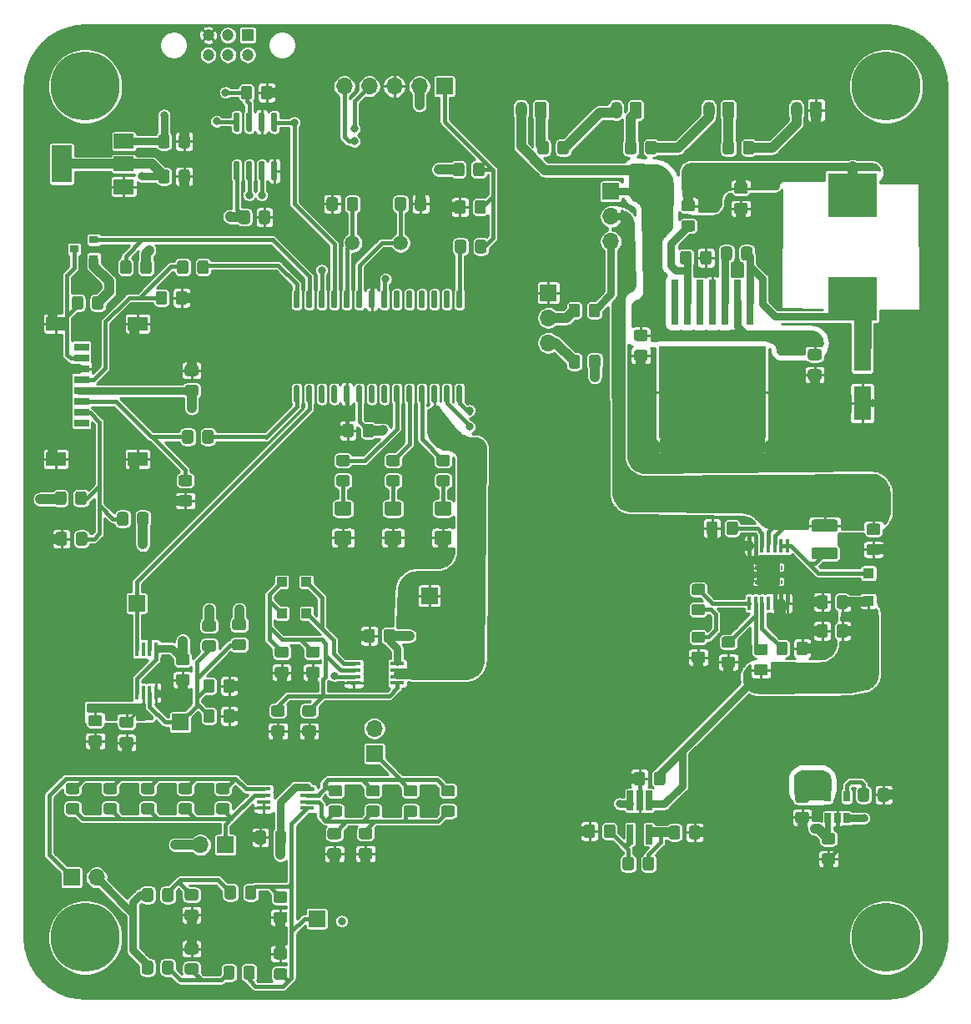
<source format=gbr>
%TF.GenerationSoftware,KiCad,Pcbnew,(5.1.9)-1*%
%TF.CreationDate,2021-06-29T22:39:32-04:00*%
%TF.ProjectId,detector_circuit,64657465-6374-46f7-925f-636972637569,rev?*%
%TF.SameCoordinates,Original*%
%TF.FileFunction,Copper,L1,Top*%
%TF.FilePolarity,Positive*%
%FSLAX46Y46*%
G04 Gerber Fmt 4.6, Leading zero omitted, Abs format (unit mm)*
G04 Created by KiCad (PCBNEW (5.1.9)-1) date 2021-06-29 22:39:32*
%MOMM*%
%LPD*%
G01*
G04 APERTURE LIST*
%TA.AperFunction,EtchedComponent*%
%ADD10C,0.100000*%
%TD*%
%TA.AperFunction,ComponentPad*%
%ADD11C,7.000000*%
%TD*%
%TA.AperFunction,ComponentPad*%
%ADD12C,1.200000*%
%TD*%
%TA.AperFunction,ComponentPad*%
%ADD13R,1.200000X1.200000*%
%TD*%
%TA.AperFunction,SMDPad,CuDef*%
%ADD14R,0.650000X2.000000*%
%TD*%
%TA.AperFunction,SMDPad,CuDef*%
%ADD15R,10.800000X9.400000*%
%TD*%
%TA.AperFunction,SMDPad,CuDef*%
%ADD16R,0.800000X4.600000*%
%TD*%
%TA.AperFunction,ComponentPad*%
%ADD17C,1.500000*%
%TD*%
%TA.AperFunction,ComponentPad*%
%ADD18R,1.700000X1.700000*%
%TD*%
%TA.AperFunction,ComponentPad*%
%ADD19O,1.700000X1.700000*%
%TD*%
%TA.AperFunction,SMDPad,CuDef*%
%ADD20R,5.000000X4.500000*%
%TD*%
%TA.AperFunction,SMDPad,CuDef*%
%ADD21R,1.450000X0.450000*%
%TD*%
%TA.AperFunction,SMDPad,CuDef*%
%ADD22R,1.800000X3.500000*%
%TD*%
%TA.AperFunction,ComponentPad*%
%ADD23O,1.200000X1.750000*%
%TD*%
%TA.AperFunction,SMDPad,CuDef*%
%ADD24R,0.355600X1.473200*%
%TD*%
%TA.AperFunction,SMDPad,CuDef*%
%ADD25R,2.460000X2.310000*%
%TD*%
%TA.AperFunction,SMDPad,CuDef*%
%ADD26R,2.000000X3.800000*%
%TD*%
%TA.AperFunction,SMDPad,CuDef*%
%ADD27R,2.000000X1.500000*%
%TD*%
%TA.AperFunction,SMDPad,CuDef*%
%ADD28R,0.650000X1.060000*%
%TD*%
%TA.AperFunction,SMDPad,CuDef*%
%ADD29R,1.000000X1.000000*%
%TD*%
%TA.AperFunction,SMDPad,CuDef*%
%ADD30R,1.100000X1.100000*%
%TD*%
%TA.AperFunction,SMDPad,CuDef*%
%ADD31R,0.450000X1.450000*%
%TD*%
%TA.AperFunction,SMDPad,CuDef*%
%ADD32R,0.900000X0.800000*%
%TD*%
%TA.AperFunction,SMDPad,CuDef*%
%ADD33R,2.000000X1.450000*%
%TD*%
%TA.AperFunction,SMDPad,CuDef*%
%ADD34R,1.500000X0.800000*%
%TD*%
%TA.AperFunction,ViaPad*%
%ADD35C,0.800000*%
%TD*%
%TA.AperFunction,Conductor*%
%ADD36C,0.250000*%
%TD*%
%TA.AperFunction,Conductor*%
%ADD37C,0.420000*%
%TD*%
%TA.AperFunction,Conductor*%
%ADD38C,0.800000*%
%TD*%
%TA.AperFunction,Conductor*%
%ADD39C,1.000000*%
%TD*%
%TA.AperFunction,Conductor*%
%ADD40C,0.600000*%
%TD*%
%TA.AperFunction,Conductor*%
%ADD41C,1.800000*%
%TD*%
%TA.AperFunction,Conductor*%
%ADD42C,0.500000*%
%TD*%
%TA.AperFunction,Conductor*%
%ADD43C,0.750000*%
%TD*%
%TA.AperFunction,Conductor*%
%ADD44C,0.254000*%
%TD*%
%TA.AperFunction,Conductor*%
%ADD45C,0.100000*%
%TD*%
G04 APERTURE END LIST*
D10*
%TO.C,U6*%
G36*
X158282000Y-104690000D02*
G01*
X158182000Y-104690000D01*
X158182000Y-105040000D01*
X158282000Y-105040000D01*
X158282000Y-104690000D01*
G37*
X158282000Y-104690000D02*
X158182000Y-104690000D01*
X158182000Y-105040000D01*
X158282000Y-105040000D01*
X158282000Y-104690000D01*
G36*
X158282000Y-103590000D02*
G01*
X158182000Y-103590000D01*
X158182000Y-103240000D01*
X158282000Y-103240000D01*
X158282000Y-103590000D01*
G37*
X158282000Y-103590000D02*
X158182000Y-103590000D01*
X158182000Y-103240000D01*
X158282000Y-103240000D01*
X158282000Y-103590000D01*
G36*
X160742000Y-103590000D02*
G01*
X160842000Y-103590000D01*
X160842000Y-103240000D01*
X160742000Y-103240000D01*
X160742000Y-103590000D01*
G37*
X160742000Y-103590000D02*
X160842000Y-103590000D01*
X160842000Y-103240000D01*
X160742000Y-103240000D01*
X160742000Y-103590000D01*
G36*
X160742000Y-104690000D02*
G01*
X160842000Y-104690000D01*
X160842000Y-105040000D01*
X160742000Y-105040000D01*
X160742000Y-104690000D01*
G37*
X160742000Y-104690000D02*
X160842000Y-104690000D01*
X160842000Y-105040000D01*
X160742000Y-105040000D01*
X160742000Y-104690000D01*
%TD*%
D11*
%TO.P,REF\u002A\u002A,1*%
%TO.N,N/C*%
X90170000Y-54610000D03*
%TD*%
%TO.P,REF\u002A\u002A,1*%
%TO.N,N/C*%
X171450000Y-54610000D03*
%TD*%
%TO.P,REF\u002A\u002A,1*%
%TO.N,N/C*%
X171450000Y-140970000D03*
%TD*%
%TO.P,REF\u002A\u002A,1*%
%TO.N,N/C*%
X90170000Y-140970000D03*
%TD*%
%TO.P,C13,2*%
%TO.N,GND*%
%TA.AperFunction,SMDPad,CuDef*%
G36*
G01*
X107790400Y-68344201D02*
X107790400Y-67444199D01*
G75*
G02*
X108040399Y-67194200I249999J0D01*
G01*
X108690401Y-67194200D01*
G75*
G02*
X108940400Y-67444199I0J-249999D01*
G01*
X108940400Y-68344201D01*
G75*
G02*
X108690401Y-68594200I-249999J0D01*
G01*
X108040399Y-68594200D01*
G75*
G02*
X107790400Y-68344201I0J249999D01*
G01*
G37*
%TD.AperFunction*%
%TO.P,C13,1*%
%TO.N,+5V*%
%TA.AperFunction,SMDPad,CuDef*%
G36*
G01*
X105740400Y-68344201D02*
X105740400Y-67444199D01*
G75*
G02*
X105990399Y-67194200I249999J0D01*
G01*
X106640401Y-67194200D01*
G75*
G02*
X106890400Y-67444199I0J-249999D01*
G01*
X106890400Y-68344201D01*
G75*
G02*
X106640401Y-68594200I-249999J0D01*
G01*
X105990399Y-68594200D01*
G75*
G02*
X105740400Y-68344201I0J249999D01*
G01*
G37*
%TD.AperFunction*%
%TD*%
%TO.P,U10,8*%
%TO.N,GND*%
%TA.AperFunction,SMDPad,CuDef*%
G36*
G01*
X109197000Y-62206000D02*
X109497000Y-62206000D01*
G75*
G02*
X109647000Y-62356000I0J-150000D01*
G01*
X109647000Y-64006000D01*
G75*
G02*
X109497000Y-64156000I-150000J0D01*
G01*
X109197000Y-64156000D01*
G75*
G02*
X109047000Y-64006000I0J150000D01*
G01*
X109047000Y-62356000D01*
G75*
G02*
X109197000Y-62206000I150000J0D01*
G01*
G37*
%TD.AperFunction*%
%TO.P,U10,7*%
%TO.N,/Microcontroller [DO NOT PLACE]/CANH*%
%TA.AperFunction,SMDPad,CuDef*%
G36*
G01*
X107927000Y-62206000D02*
X108227000Y-62206000D01*
G75*
G02*
X108377000Y-62356000I0J-150000D01*
G01*
X108377000Y-64006000D01*
G75*
G02*
X108227000Y-64156000I-150000J0D01*
G01*
X107927000Y-64156000D01*
G75*
G02*
X107777000Y-64006000I0J150000D01*
G01*
X107777000Y-62356000D01*
G75*
G02*
X107927000Y-62206000I150000J0D01*
G01*
G37*
%TD.AperFunction*%
%TO.P,U10,6*%
%TO.N,/Microcontroller [DO NOT PLACE]/CANL*%
%TA.AperFunction,SMDPad,CuDef*%
G36*
G01*
X106657000Y-62206000D02*
X106957000Y-62206000D01*
G75*
G02*
X107107000Y-62356000I0J-150000D01*
G01*
X107107000Y-64006000D01*
G75*
G02*
X106957000Y-64156000I-150000J0D01*
G01*
X106657000Y-64156000D01*
G75*
G02*
X106507000Y-64006000I0J150000D01*
G01*
X106507000Y-62356000D01*
G75*
G02*
X106657000Y-62206000I150000J0D01*
G01*
G37*
%TD.AperFunction*%
%TO.P,U10,5*%
%TO.N,+5V*%
%TA.AperFunction,SMDPad,CuDef*%
G36*
G01*
X105387000Y-62206000D02*
X105687000Y-62206000D01*
G75*
G02*
X105837000Y-62356000I0J-150000D01*
G01*
X105837000Y-64006000D01*
G75*
G02*
X105687000Y-64156000I-150000J0D01*
G01*
X105387000Y-64156000D01*
G75*
G02*
X105237000Y-64006000I0J150000D01*
G01*
X105237000Y-62356000D01*
G75*
G02*
X105387000Y-62206000I150000J0D01*
G01*
G37*
%TD.AperFunction*%
%TO.P,U10,4*%
%TO.N,/Microcontroller [DO NOT PLACE]/PIC_RX*%
%TA.AperFunction,SMDPad,CuDef*%
G36*
G01*
X105387000Y-57256000D02*
X105687000Y-57256000D01*
G75*
G02*
X105837000Y-57406000I0J-150000D01*
G01*
X105837000Y-59056000D01*
G75*
G02*
X105687000Y-59206000I-150000J0D01*
G01*
X105387000Y-59206000D01*
G75*
G02*
X105237000Y-59056000I0J150000D01*
G01*
X105237000Y-57406000D01*
G75*
G02*
X105387000Y-57256000I150000J0D01*
G01*
G37*
%TD.AperFunction*%
%TO.P,U10,3*%
%TO.N,+5V*%
%TA.AperFunction,SMDPad,CuDef*%
G36*
G01*
X106657000Y-57256000D02*
X106957000Y-57256000D01*
G75*
G02*
X107107000Y-57406000I0J-150000D01*
G01*
X107107000Y-59056000D01*
G75*
G02*
X106957000Y-59206000I-150000J0D01*
G01*
X106657000Y-59206000D01*
G75*
G02*
X106507000Y-59056000I0J150000D01*
G01*
X106507000Y-57406000D01*
G75*
G02*
X106657000Y-57256000I150000J0D01*
G01*
G37*
%TD.AperFunction*%
%TO.P,U10,2*%
%TO.N,GND*%
%TA.AperFunction,SMDPad,CuDef*%
G36*
G01*
X107927000Y-57256000D02*
X108227000Y-57256000D01*
G75*
G02*
X108377000Y-57406000I0J-150000D01*
G01*
X108377000Y-59056000D01*
G75*
G02*
X108227000Y-59206000I-150000J0D01*
G01*
X107927000Y-59206000D01*
G75*
G02*
X107777000Y-59056000I0J150000D01*
G01*
X107777000Y-57406000D01*
G75*
G02*
X107927000Y-57256000I150000J0D01*
G01*
G37*
%TD.AperFunction*%
%TO.P,U10,1*%
%TO.N,/Microcontroller [DO NOT PLACE]/PIC_TX*%
%TA.AperFunction,SMDPad,CuDef*%
G36*
G01*
X109197000Y-57256000D02*
X109497000Y-57256000D01*
G75*
G02*
X109647000Y-57406000I0J-150000D01*
G01*
X109647000Y-59056000D01*
G75*
G02*
X109497000Y-59206000I-150000J0D01*
G01*
X109197000Y-59206000D01*
G75*
G02*
X109047000Y-59056000I0J150000D01*
G01*
X109047000Y-57406000D01*
G75*
G02*
X109197000Y-57256000I150000J0D01*
G01*
G37*
%TD.AperFunction*%
%TD*%
D12*
%TO.P,J10,4*%
%TO.N,/Microcontroller [DO NOT PLACE]/CANH*%
X106648000Y-51419000D03*
%TO.P,J10,5*%
%TO.N,/Microcontroller [DO NOT PLACE]/CANL*%
X104648000Y-51419000D03*
%TO.P,J10,6*%
%TO.N,N/C*%
X102648000Y-51419000D03*
%TO.P,J10,3*%
%TO.N,GND*%
X102648000Y-49419000D03*
D13*
%TO.P,J10,1*%
%TO.N,N/C*%
X106648000Y-49419000D03*
D12*
%TO.P,J10,2*%
X104648000Y-49419000D03*
%TD*%
D14*
%TO.P,U3,5*%
%TO.N,+36V*%
X147381000Y-130488000D03*
%TO.P,U3,4*%
%TO.N,Net-(R7-Pad2)*%
X145481000Y-130488000D03*
%TO.P,U3,3*%
%TO.N,+5V*%
X145481000Y-127068000D03*
%TO.P,U3,2*%
%TO.N,GND*%
X146431000Y-127068000D03*
%TO.P,U3,1*%
%TO.N,+37V*%
X147381000Y-127068000D03*
%TD*%
D15*
%TO.P,U1,4*%
%TO.N,GND*%
X153797000Y-85661500D03*
D16*
%TO.P,U1,7*%
%TO.N,N/C*%
X149987000Y-76511500D03*
%TO.P,U1,6*%
%TO.N,Net-(R2-Pad2)*%
X151257000Y-76511500D03*
%TO.P,U1,5*%
%TO.N,N/C*%
X152527000Y-76511500D03*
%TO.P,U1,4*%
%TO.N,GND*%
X153797000Y-76511500D03*
%TO.P,U1,3*%
%TO.N,Net-(C25-Pad2)*%
X155067000Y-76511500D03*
%TO.P,U1,2*%
%TO.N,+BATT*%
X156337000Y-76511500D03*
%TO.P,U1,1*%
%TO.N,Net-(C25-Pad1)*%
X157607000Y-76511500D03*
%TD*%
D17*
%TO.P,Y1,2*%
%TO.N,/Microcontroller [DO NOT PLACE]/OSC2*%
X117294000Y-70485000D03*
%TO.P,Y1,1*%
%TO.N,/Microcontroller [DO NOT PLACE]/OSC1*%
X122174000Y-70485000D03*
%TD*%
D18*
%TO.P,J1,1*%
%TO.N,/Microcontroller [DO NOT PLACE]/MCLR*%
X126619000Y-54610000D03*
D19*
%TO.P,J1,2*%
%TO.N,+5V*%
X124079000Y-54610000D03*
%TO.P,J1,3*%
%TO.N,GND*%
X121539000Y-54610000D03*
%TO.P,J1,4*%
%TO.N,/Microcontroller [DO NOT PLACE]/ICSPDAT*%
X118999000Y-54610000D03*
%TO.P,J1,5*%
%TO.N,/Microcontroller [DO NOT PLACE]/ICSPCLK*%
X116459000Y-54610000D03*
%TD*%
%TO.P,C4,2*%
%TO.N,GND*%
%TA.AperFunction,SMDPad,CuDef*%
G36*
G01*
X170630000Y-126942001D02*
X170630000Y-126041999D01*
G75*
G02*
X170879999Y-125792000I249999J0D01*
G01*
X171530001Y-125792000D01*
G75*
G02*
X171780000Y-126041999I0J-249999D01*
G01*
X171780000Y-126942001D01*
G75*
G02*
X171530001Y-127192000I-249999J0D01*
G01*
X170879999Y-127192000D01*
G75*
G02*
X170630000Y-126942001I0J249999D01*
G01*
G37*
%TD.AperFunction*%
%TO.P,C4,1*%
%TO.N,Net-(C4-Pad1)*%
%TA.AperFunction,SMDPad,CuDef*%
G36*
G01*
X168580000Y-126942001D02*
X168580000Y-126041999D01*
G75*
G02*
X168829999Y-125792000I249999J0D01*
G01*
X169480001Y-125792000D01*
G75*
G02*
X169730000Y-126041999I0J-249999D01*
G01*
X169730000Y-126942001D01*
G75*
G02*
X169480001Y-127192000I-249999J0D01*
G01*
X168829999Y-127192000D01*
G75*
G02*
X168580000Y-126942001I0J249999D01*
G01*
G37*
%TD.AperFunction*%
%TD*%
D18*
%TO.P,TP15,1*%
%TO.N,Net-(C18-Pad2)*%
X113665000Y-139065000D03*
%TD*%
%TO.P,R26,2*%
%TO.N,GND*%
%TA.AperFunction,SMDPad,CuDef*%
G36*
G01*
X115001999Y-131904000D02*
X115902001Y-131904000D01*
G75*
G02*
X116152000Y-132153999I0J-249999D01*
G01*
X116152000Y-132804001D01*
G75*
G02*
X115902001Y-133054000I-249999J0D01*
G01*
X115001999Y-133054000D01*
G75*
G02*
X114752000Y-132804001I0J249999D01*
G01*
X114752000Y-132153999D01*
G75*
G02*
X115001999Y-131904000I249999J0D01*
G01*
G37*
%TD.AperFunction*%
%TO.P,R26,1*%
%TO.N,Net-(C36-Pad2)*%
%TA.AperFunction,SMDPad,CuDef*%
G36*
G01*
X115001999Y-129854000D02*
X115902001Y-129854000D01*
G75*
G02*
X116152000Y-130103999I0J-249999D01*
G01*
X116152000Y-130754001D01*
G75*
G02*
X115902001Y-131004000I-249999J0D01*
G01*
X115001999Y-131004000D01*
G75*
G02*
X114752000Y-130754001I0J249999D01*
G01*
X114752000Y-130103999D01*
G75*
G02*
X115001999Y-129854000I249999J0D01*
G01*
G37*
%TD.AperFunction*%
%TD*%
%TO.P,R34,2*%
%TO.N,Net-(C36-Pad2)*%
%TA.AperFunction,SMDPad,CuDef*%
G36*
G01*
X119068001Y-130995000D02*
X118167999Y-130995000D01*
G75*
G02*
X117918000Y-130745001I0J249999D01*
G01*
X117918000Y-130094999D01*
G75*
G02*
X118167999Y-129845000I249999J0D01*
G01*
X119068001Y-129845000D01*
G75*
G02*
X119318000Y-130094999I0J-249999D01*
G01*
X119318000Y-130745001D01*
G75*
G02*
X119068001Y-130995000I-249999J0D01*
G01*
G37*
%TD.AperFunction*%
%TO.P,R34,1*%
%TO.N,GND*%
%TA.AperFunction,SMDPad,CuDef*%
G36*
G01*
X119068001Y-133045000D02*
X118167999Y-133045000D01*
G75*
G02*
X117918000Y-132795001I0J249999D01*
G01*
X117918000Y-132144999D01*
G75*
G02*
X118167999Y-131895000I249999J0D01*
G01*
X119068001Y-131895000D01*
G75*
G02*
X119318000Y-132144999I0J-249999D01*
G01*
X119318000Y-132795001D01*
G75*
G02*
X119068001Y-133045000I-249999J0D01*
G01*
G37*
%TD.AperFunction*%
%TD*%
D19*
%TO.P,JP1,2*%
%TO.N,/AMP_OUT*%
X119507000Y-119761000D03*
D18*
%TO.P,JP1,1*%
%TO.N,Net-(C36-Pad1)*%
X119507000Y-122301000D03*
%TD*%
%TO.P,R39,2*%
%TO.N,GND*%
%TA.AperFunction,SMDPad,CuDef*%
G36*
G01*
X109658999Y-113489000D02*
X110559001Y-113489000D01*
G75*
G02*
X110809000Y-113738999I0J-249999D01*
G01*
X110809000Y-114389001D01*
G75*
G02*
X110559001Y-114639000I-249999J0D01*
G01*
X109658999Y-114639000D01*
G75*
G02*
X109409000Y-114389001I0J249999D01*
G01*
X109409000Y-113738999D01*
G75*
G02*
X109658999Y-113489000I249999J0D01*
G01*
G37*
%TD.AperFunction*%
%TO.P,R39,1*%
%TO.N,Net-(C19-Pad1)*%
%TA.AperFunction,SMDPad,CuDef*%
G36*
G01*
X109658999Y-111439000D02*
X110559001Y-111439000D01*
G75*
G02*
X110809000Y-111688999I0J-249999D01*
G01*
X110809000Y-112339001D01*
G75*
G02*
X110559001Y-112589000I-249999J0D01*
G01*
X109658999Y-112589000D01*
G75*
G02*
X109409000Y-112339001I0J249999D01*
G01*
X109409000Y-111688999D01*
G75*
G02*
X109658999Y-111439000I249999J0D01*
G01*
G37*
%TD.AperFunction*%
%TD*%
%TO.P,C32,2*%
%TO.N,/Filter_IN*%
%TA.AperFunction,SMDPad,CuDef*%
G36*
G01*
X97077000Y-136201999D02*
X97077000Y-137102001D01*
G75*
G02*
X96827001Y-137352000I-249999J0D01*
G01*
X96176999Y-137352000D01*
G75*
G02*
X95927000Y-137102001I0J249999D01*
G01*
X95927000Y-136201999D01*
G75*
G02*
X96176999Y-135952000I249999J0D01*
G01*
X96827001Y-135952000D01*
G75*
G02*
X97077000Y-136201999I0J-249999D01*
G01*
G37*
%TD.AperFunction*%
%TO.P,C32,1*%
%TO.N,Net-(C32-Pad1)*%
%TA.AperFunction,SMDPad,CuDef*%
G36*
G01*
X99127000Y-136201999D02*
X99127000Y-137102001D01*
G75*
G02*
X98877001Y-137352000I-249999J0D01*
G01*
X98226999Y-137352000D01*
G75*
G02*
X97977000Y-137102001I0J249999D01*
G01*
X97977000Y-136201999D01*
G75*
G02*
X98226999Y-135952000I249999J0D01*
G01*
X98877001Y-135952000D01*
G75*
G02*
X99127000Y-136201999I0J-249999D01*
G01*
G37*
%TD.AperFunction*%
%TD*%
%TO.P,R19,2*%
%TO.N,/Microcontroller [DO NOT PLACE]/MISO*%
%TA.AperFunction,SMDPad,CuDef*%
G36*
G01*
X102050000Y-90620001D02*
X102050000Y-89719999D01*
G75*
G02*
X102299999Y-89470000I249999J0D01*
G01*
X102950001Y-89470000D01*
G75*
G02*
X103200000Y-89719999I0J-249999D01*
G01*
X103200000Y-90620001D01*
G75*
G02*
X102950001Y-90870000I-249999J0D01*
G01*
X102299999Y-90870000D01*
G75*
G02*
X102050000Y-90620001I0J249999D01*
G01*
G37*
%TD.AperFunction*%
%TO.P,R19,1*%
%TO.N,Net-(J8-Pad3)*%
%TA.AperFunction,SMDPad,CuDef*%
G36*
G01*
X100000000Y-90620001D02*
X100000000Y-89719999D01*
G75*
G02*
X100249999Y-89470000I249999J0D01*
G01*
X100900001Y-89470000D01*
G75*
G02*
X101150000Y-89719999I0J-249999D01*
G01*
X101150000Y-90620001D01*
G75*
G02*
X100900001Y-90870000I-249999J0D01*
G01*
X100249999Y-90870000D01*
G75*
G02*
X100000000Y-90620001I0J249999D01*
G01*
G37*
%TD.AperFunction*%
%TD*%
D20*
%TO.P,L2,2*%
%TO.N,+5V*%
X168021000Y-65636500D03*
%TO.P,L2,1*%
%TO.N,Net-(C25-Pad1)*%
X168021000Y-76136500D03*
%TD*%
%TO.P,C27,2*%
%TO.N,GND*%
%TA.AperFunction,SMDPad,CuDef*%
G36*
G01*
X93910999Y-120601000D02*
X94811001Y-120601000D01*
G75*
G02*
X95061000Y-120850999I0J-249999D01*
G01*
X95061000Y-121501001D01*
G75*
G02*
X94811001Y-121751000I-249999J0D01*
G01*
X93910999Y-121751000D01*
G75*
G02*
X93661000Y-121501001I0J249999D01*
G01*
X93661000Y-120850999D01*
G75*
G02*
X93910999Y-120601000I249999J0D01*
G01*
G37*
%TD.AperFunction*%
%TO.P,C27,1*%
%TO.N,/AMP_OUT*%
%TA.AperFunction,SMDPad,CuDef*%
G36*
G01*
X93910999Y-118551000D02*
X94811001Y-118551000D01*
G75*
G02*
X95061000Y-118800999I0J-249999D01*
G01*
X95061000Y-119451001D01*
G75*
G02*
X94811001Y-119701000I-249999J0D01*
G01*
X93910999Y-119701000D01*
G75*
G02*
X93661000Y-119451001I0J249999D01*
G01*
X93661000Y-118800999D01*
G75*
G02*
X93910999Y-118551000I249999J0D01*
G01*
G37*
%TD.AperFunction*%
%TD*%
D21*
%TO.P,U12,8*%
%TO.N,+4.7V*%
X112690000Y-125898000D03*
%TO.P,U12,7*%
%TO.N,Net-(C36-Pad1)*%
X112690000Y-126548000D03*
%TO.P,U12,6*%
%TO.N,Net-(C36-Pad2)*%
X112690000Y-127198000D03*
%TO.P,U12,5*%
%TO.N,Net-(C18-Pad2)*%
X112690000Y-127848000D03*
%TO.P,U12,4*%
%TO.N,GND*%
X108290000Y-127848000D03*
%TO.P,U12,3*%
X108290000Y-127198000D03*
%TO.P,U12,2*%
%TO.N,/SIPM_OUT*%
X108290000Y-126548000D03*
%TO.P,U12,1*%
%TO.N,Net-(C31-Pad1)*%
X108290000Y-125898000D03*
%TD*%
%TO.P,R2,2*%
%TO.N,Net-(R2-Pad2)*%
%TA.AperFunction,SMDPad,CuDef*%
G36*
G01*
X150933999Y-68204500D02*
X151834001Y-68204500D01*
G75*
G02*
X152084000Y-68454499I0J-249999D01*
G01*
X152084000Y-69104501D01*
G75*
G02*
X151834001Y-69354500I-249999J0D01*
G01*
X150933999Y-69354500D01*
G75*
G02*
X150684000Y-69104501I0J249999D01*
G01*
X150684000Y-68454499D01*
G75*
G02*
X150933999Y-68204500I249999J0D01*
G01*
G37*
%TD.AperFunction*%
%TO.P,R2,1*%
%TO.N,+5V*%
%TA.AperFunction,SMDPad,CuDef*%
G36*
G01*
X150933999Y-66154500D02*
X151834001Y-66154500D01*
G75*
G02*
X152084000Y-66404499I0J-249999D01*
G01*
X152084000Y-67054501D01*
G75*
G02*
X151834001Y-67304500I-249999J0D01*
G01*
X150933999Y-67304500D01*
G75*
G02*
X150684000Y-67054501I0J249999D01*
G01*
X150684000Y-66404499D01*
G75*
G02*
X150933999Y-66154500I249999J0D01*
G01*
G37*
%TD.AperFunction*%
%TD*%
%TO.P,C37,2*%
%TO.N,GND*%
%TA.AperFunction,SMDPad,CuDef*%
G36*
G01*
X109277999Y-119449000D02*
X110178001Y-119449000D01*
G75*
G02*
X110428000Y-119698999I0J-249999D01*
G01*
X110428000Y-120349001D01*
G75*
G02*
X110178001Y-120599000I-249999J0D01*
G01*
X109277999Y-120599000D01*
G75*
G02*
X109028000Y-120349001I0J249999D01*
G01*
X109028000Y-119698999D01*
G75*
G02*
X109277999Y-119449000I249999J0D01*
G01*
G37*
%TD.AperFunction*%
%TO.P,C37,1*%
%TO.N,Net-(C19-Pad1)*%
%TA.AperFunction,SMDPad,CuDef*%
G36*
G01*
X109277999Y-117399000D02*
X110178001Y-117399000D01*
G75*
G02*
X110428000Y-117648999I0J-249999D01*
G01*
X110428000Y-118299001D01*
G75*
G02*
X110178001Y-118549000I-249999J0D01*
G01*
X109277999Y-118549000D01*
G75*
G02*
X109028000Y-118299001I0J249999D01*
G01*
X109028000Y-117648999D01*
G75*
G02*
X109277999Y-117399000I249999J0D01*
G01*
G37*
%TD.AperFunction*%
%TD*%
%TO.P,R42,2*%
%TO.N,GND*%
%TA.AperFunction,SMDPad,CuDef*%
G36*
G01*
X90735999Y-120456000D02*
X91636001Y-120456000D01*
G75*
G02*
X91886000Y-120705999I0J-249999D01*
G01*
X91886000Y-121356001D01*
G75*
G02*
X91636001Y-121606000I-249999J0D01*
G01*
X90735999Y-121606000D01*
G75*
G02*
X90486000Y-121356001I0J249999D01*
G01*
X90486000Y-120705999D01*
G75*
G02*
X90735999Y-120456000I249999J0D01*
G01*
G37*
%TD.AperFunction*%
%TO.P,R42,1*%
%TO.N,/AMP_OUT*%
%TA.AperFunction,SMDPad,CuDef*%
G36*
G01*
X90735999Y-118406000D02*
X91636001Y-118406000D01*
G75*
G02*
X91886000Y-118655999I0J-249999D01*
G01*
X91886000Y-119306001D01*
G75*
G02*
X91636001Y-119556000I-249999J0D01*
G01*
X90735999Y-119556000D01*
G75*
G02*
X90486000Y-119306001I0J249999D01*
G01*
X90486000Y-118655999D01*
G75*
G02*
X90735999Y-118406000I249999J0D01*
G01*
G37*
%TD.AperFunction*%
%TD*%
%TO.P,C35,2*%
%TO.N,GND*%
%TA.AperFunction,SMDPad,CuDef*%
G36*
G01*
X108525000Y-130359999D02*
X108525000Y-131260001D01*
G75*
G02*
X108275001Y-131510000I-249999J0D01*
G01*
X107624999Y-131510000D01*
G75*
G02*
X107375000Y-131260001I0J249999D01*
G01*
X107375000Y-130359999D01*
G75*
G02*
X107624999Y-130110000I249999J0D01*
G01*
X108275001Y-130110000D01*
G75*
G02*
X108525000Y-130359999I0J-249999D01*
G01*
G37*
%TD.AperFunction*%
%TO.P,C35,1*%
%TO.N,+4.7V*%
%TA.AperFunction,SMDPad,CuDef*%
G36*
G01*
X110575000Y-130359999D02*
X110575000Y-131260001D01*
G75*
G02*
X110325001Y-131510000I-249999J0D01*
G01*
X109674999Y-131510000D01*
G75*
G02*
X109425000Y-131260001I0J249999D01*
G01*
X109425000Y-130359999D01*
G75*
G02*
X109674999Y-130110000I249999J0D01*
G01*
X110325001Y-130110000D01*
G75*
G02*
X110575000Y-130359999I0J-249999D01*
G01*
G37*
%TD.AperFunction*%
%TD*%
D22*
%TO.P,D7,2*%
%TO.N,GND*%
X169037000Y-86764500D03*
%TO.P,D7,1*%
%TO.N,Net-(C25-Pad1)*%
X169037000Y-81764500D03*
%TD*%
D23*
%TO.P,J6,2*%
%TO.N,Net-(F6-Pad2)*%
X162338000Y-57023000D03*
%TO.P,J6,1*%
%TO.N,GND*%
%TA.AperFunction,ComponentPad*%
G36*
G01*
X164938000Y-56397999D02*
X164938000Y-57648001D01*
G75*
G02*
X164688001Y-57898000I-249999J0D01*
G01*
X163987999Y-57898000D01*
G75*
G02*
X163738000Y-57648001I0J249999D01*
G01*
X163738000Y-56397999D01*
G75*
G02*
X163987999Y-56148000I249999J0D01*
G01*
X164688001Y-56148000D01*
G75*
G02*
X164938000Y-56397999I0J-249999D01*
G01*
G37*
%TD.AperFunction*%
%TD*%
%TO.P,J5,2*%
%TO.N,Net-(F5-Pad2)*%
X153448000Y-57023000D03*
%TO.P,J5,1*%
%TO.N,Net-(F6-Pad1)*%
%TA.AperFunction,ComponentPad*%
G36*
G01*
X156048000Y-56397999D02*
X156048000Y-57648001D01*
G75*
G02*
X155798001Y-57898000I-249999J0D01*
G01*
X155097999Y-57898000D01*
G75*
G02*
X154848000Y-57648001I0J249999D01*
G01*
X154848000Y-56397999D01*
G75*
G02*
X155097999Y-56148000I249999J0D01*
G01*
X155798001Y-56148000D01*
G75*
G02*
X156048000Y-56397999I0J-249999D01*
G01*
G37*
%TD.AperFunction*%
%TD*%
%TO.P,J4,2*%
%TO.N,Net-(F4-Pad2)*%
X144050000Y-57023000D03*
%TO.P,J4,1*%
%TO.N,Net-(F5-Pad1)*%
%TA.AperFunction,ComponentPad*%
G36*
G01*
X146650000Y-56397999D02*
X146650000Y-57648001D01*
G75*
G02*
X146400001Y-57898000I-249999J0D01*
G01*
X145699999Y-57898000D01*
G75*
G02*
X145450000Y-57648001I0J249999D01*
G01*
X145450000Y-56397999D01*
G75*
G02*
X145699999Y-56148000I249999J0D01*
G01*
X146400001Y-56148000D01*
G75*
G02*
X146650000Y-56397999I0J-249999D01*
G01*
G37*
%TD.AperFunction*%
%TD*%
%TO.P,J3,2*%
%TO.N,+BATT*%
X134398000Y-57023000D03*
%TO.P,J3,1*%
%TO.N,Net-(F4-Pad1)*%
%TA.AperFunction,ComponentPad*%
G36*
G01*
X136998000Y-56397999D02*
X136998000Y-57648001D01*
G75*
G02*
X136748001Y-57898000I-249999J0D01*
G01*
X136047999Y-57898000D01*
G75*
G02*
X135798000Y-57648001I0J249999D01*
G01*
X135798000Y-56397999D01*
G75*
G02*
X136047999Y-56148000I249999J0D01*
G01*
X136748001Y-56148000D01*
G75*
G02*
X136998000Y-56397999I0J-249999D01*
G01*
G37*
%TD.AperFunction*%
%TD*%
D24*
%TO.P,U6,1*%
%TO.N,Net-(D1-Pad2)*%
X161462034Y-101219000D03*
%TO.P,U6,2*%
X160812023Y-101219000D03*
%TO.P,U6,3*%
%TO.N,Net-(C7-Pad1)*%
X160162011Y-101219000D03*
%TO.P,U6,4*%
X159512000Y-101219000D03*
%TO.P,U6,5*%
%TO.N,Net-(C8-Pad1)*%
X158861989Y-101219000D03*
%TO.P,U6,6*%
%TO.N,GND*%
X158211977Y-101219000D03*
%TO.P,U6,7*%
X157561966Y-101219000D03*
%TO.P,U6,8*%
%TO.N,Net-(R13-Pad2)*%
X157561966Y-107061000D03*
%TO.P,U6,9*%
%TO.N,Net-(R14-Pad2)*%
X158211977Y-107061000D03*
%TO.P,U6,10*%
%TO.N,Net-(R11-Pad1)*%
X158861989Y-107061000D03*
%TO.P,U6,11*%
%TO.N,N/C*%
X159512000Y-107061000D03*
%TO.P,U6,12*%
%TO.N,GND*%
X160162011Y-107061000D03*
%TO.P,U6,13*%
X160812023Y-107061000D03*
%TO.P,U6,14*%
X161462034Y-107061000D03*
D25*
%TO.P,U6,15*%
X159512000Y-104140000D03*
%TD*%
%TO.P,R41,2*%
%TO.N,GND*%
%TA.AperFunction,SMDPad,CuDef*%
G36*
G01*
X152596000Y-72459001D02*
X152596000Y-71558999D01*
G75*
G02*
X152845999Y-71309000I249999J0D01*
G01*
X153496001Y-71309000D01*
G75*
G02*
X153746000Y-71558999I0J-249999D01*
G01*
X153746000Y-72459001D01*
G75*
G02*
X153496001Y-72709000I-249999J0D01*
G01*
X152845999Y-72709000D01*
G75*
G02*
X152596000Y-72459001I0J249999D01*
G01*
G37*
%TD.AperFunction*%
%TO.P,R41,1*%
%TO.N,Net-(R2-Pad2)*%
%TA.AperFunction,SMDPad,CuDef*%
G36*
G01*
X150546000Y-72459001D02*
X150546000Y-71558999D01*
G75*
G02*
X150795999Y-71309000I249999J0D01*
G01*
X151446001Y-71309000D01*
G75*
G02*
X151696000Y-71558999I0J-249999D01*
G01*
X151696000Y-72459001D01*
G75*
G02*
X151446001Y-72709000I-249999J0D01*
G01*
X150795999Y-72709000D01*
G75*
G02*
X150546000Y-72459001I0J249999D01*
G01*
G37*
%TD.AperFunction*%
%TD*%
%TO.P,L1,2*%
%TO.N,Net-(C7-Pad1)*%
%TA.AperFunction,SMDPad,CuDef*%
G36*
G01*
X166302000Y-99809000D02*
X164152000Y-99809000D01*
G75*
G02*
X163902000Y-99559000I0J250000D01*
G01*
X163902000Y-98809000D01*
G75*
G02*
X164152000Y-98559000I250000J0D01*
G01*
X166302000Y-98559000D01*
G75*
G02*
X166552000Y-98809000I0J-250000D01*
G01*
X166552000Y-99559000D01*
G75*
G02*
X166302000Y-99809000I-250000J0D01*
G01*
G37*
%TD.AperFunction*%
%TO.P,L1,1*%
%TO.N,Net-(D1-Pad2)*%
%TA.AperFunction,SMDPad,CuDef*%
G36*
G01*
X166302000Y-102609000D02*
X164152000Y-102609000D01*
G75*
G02*
X163902000Y-102359000I0J250000D01*
G01*
X163902000Y-101609000D01*
G75*
G02*
X164152000Y-101359000I250000J0D01*
G01*
X166302000Y-101359000D01*
G75*
G02*
X166552000Y-101609000I0J-250000D01*
G01*
X166552000Y-102359000D01*
G75*
G02*
X166302000Y-102609000I-250000J0D01*
G01*
G37*
%TD.AperFunction*%
%TD*%
%TO.P,C26,2*%
%TO.N,GND*%
%TA.AperFunction,SMDPad,CuDef*%
G36*
G01*
X156267999Y-66435500D02*
X157168001Y-66435500D01*
G75*
G02*
X157418000Y-66685499I0J-249999D01*
G01*
X157418000Y-67335501D01*
G75*
G02*
X157168001Y-67585500I-249999J0D01*
G01*
X156267999Y-67585500D01*
G75*
G02*
X156018000Y-67335501I0J249999D01*
G01*
X156018000Y-66685499D01*
G75*
G02*
X156267999Y-66435500I249999J0D01*
G01*
G37*
%TD.AperFunction*%
%TO.P,C26,1*%
%TO.N,+5V*%
%TA.AperFunction,SMDPad,CuDef*%
G36*
G01*
X156267999Y-64385500D02*
X157168001Y-64385500D01*
G75*
G02*
X157418000Y-64635499I0J-249999D01*
G01*
X157418000Y-65285501D01*
G75*
G02*
X157168001Y-65535500I-249999J0D01*
G01*
X156267999Y-65535500D01*
G75*
G02*
X156018000Y-65285501I0J249999D01*
G01*
X156018000Y-64635499D01*
G75*
G02*
X156267999Y-64385500I249999J0D01*
G01*
G37*
%TD.AperFunction*%
%TD*%
%TO.P,C25,2*%
%TO.N,Net-(C25-Pad2)*%
%TA.AperFunction,SMDPad,CuDef*%
G36*
G01*
X155832500Y-71114499D02*
X155832500Y-72014501D01*
G75*
G02*
X155582501Y-72264500I-249999J0D01*
G01*
X154932499Y-72264500D01*
G75*
G02*
X154682500Y-72014501I0J249999D01*
G01*
X154682500Y-71114499D01*
G75*
G02*
X154932499Y-70864500I249999J0D01*
G01*
X155582501Y-70864500D01*
G75*
G02*
X155832500Y-71114499I0J-249999D01*
G01*
G37*
%TD.AperFunction*%
%TO.P,C25,1*%
%TO.N,Net-(C25-Pad1)*%
%TA.AperFunction,SMDPad,CuDef*%
G36*
G01*
X157882500Y-71114499D02*
X157882500Y-72014501D01*
G75*
G02*
X157632501Y-72264500I-249999J0D01*
G01*
X156982499Y-72264500D01*
G75*
G02*
X156732500Y-72014501I0J249999D01*
G01*
X156732500Y-71114499D01*
G75*
G02*
X156982499Y-70864500I249999J0D01*
G01*
X157632501Y-70864500D01*
G75*
G02*
X157882500Y-71114499I0J-249999D01*
G01*
G37*
%TD.AperFunction*%
%TD*%
%TO.P,C24,2*%
%TO.N,GND*%
%TA.AperFunction,SMDPad,CuDef*%
G36*
G01*
X163760999Y-83308500D02*
X164661001Y-83308500D01*
G75*
G02*
X164911000Y-83558499I0J-249999D01*
G01*
X164911000Y-84208501D01*
G75*
G02*
X164661001Y-84458500I-249999J0D01*
G01*
X163760999Y-84458500D01*
G75*
G02*
X163511000Y-84208501I0J249999D01*
G01*
X163511000Y-83558499D01*
G75*
G02*
X163760999Y-83308500I249999J0D01*
G01*
G37*
%TD.AperFunction*%
%TO.P,C24,1*%
%TO.N,+BATT*%
%TA.AperFunction,SMDPad,CuDef*%
G36*
G01*
X163760999Y-81258500D02*
X164661001Y-81258500D01*
G75*
G02*
X164911000Y-81508499I0J-249999D01*
G01*
X164911000Y-82158501D01*
G75*
G02*
X164661001Y-82408500I-249999J0D01*
G01*
X163760999Y-82408500D01*
G75*
G02*
X163511000Y-82158501I0J249999D01*
G01*
X163511000Y-81508499D01*
G75*
G02*
X163760999Y-81258500I249999J0D01*
G01*
G37*
%TD.AperFunction*%
%TD*%
%TO.P,C22,2*%
%TO.N,GND*%
%TA.AperFunction,SMDPad,CuDef*%
G36*
G01*
X146107999Y-81349000D02*
X147008001Y-81349000D01*
G75*
G02*
X147258000Y-81598999I0J-249999D01*
G01*
X147258000Y-82249001D01*
G75*
G02*
X147008001Y-82499000I-249999J0D01*
G01*
X146107999Y-82499000D01*
G75*
G02*
X145858000Y-82249001I0J249999D01*
G01*
X145858000Y-81598999D01*
G75*
G02*
X146107999Y-81349000I249999J0D01*
G01*
G37*
%TD.AperFunction*%
%TO.P,C22,1*%
%TO.N,+BATT*%
%TA.AperFunction,SMDPad,CuDef*%
G36*
G01*
X146107999Y-79299000D02*
X147008001Y-79299000D01*
G75*
G02*
X147258000Y-79548999I0J-249999D01*
G01*
X147258000Y-80199001D01*
G75*
G02*
X147008001Y-80449000I-249999J0D01*
G01*
X146107999Y-80449000D01*
G75*
G02*
X145858000Y-80199001I0J249999D01*
G01*
X145858000Y-79548999D01*
G75*
G02*
X146107999Y-79299000I249999J0D01*
G01*
G37*
%TD.AperFunction*%
%TD*%
D19*
%TO.P,J9,2*%
%TO.N,+36V*%
X101854000Y-131572000D03*
D18*
%TO.P,J9,1*%
%TO.N,/SIPM_OUT*%
X104394000Y-131572000D03*
%TD*%
%TO.P,TP2,1*%
%TO.N,/INTERUPT_OUT*%
X95377000Y-107061000D03*
%TD*%
%TO.P,U5,28*%
%TO.N,/Microcontroller [DO NOT PLACE]/ICSPDAT*%
%TA.AperFunction,SMDPad,CuDef*%
G36*
G01*
X127993000Y-84926000D02*
X128293000Y-84926000D01*
G75*
G02*
X128443000Y-85076000I0J-150000D01*
G01*
X128443000Y-86576000D01*
G75*
G02*
X128293000Y-86726000I-150000J0D01*
G01*
X127993000Y-86726000D01*
G75*
G02*
X127843000Y-86576000I0J150000D01*
G01*
X127843000Y-85076000D01*
G75*
G02*
X127993000Y-84926000I150000J0D01*
G01*
G37*
%TD.AperFunction*%
%TO.P,U5,27*%
%TO.N,/Microcontroller [DO NOT PLACE]/ICSPCLK*%
%TA.AperFunction,SMDPad,CuDef*%
G36*
G01*
X126723000Y-84926000D02*
X127023000Y-84926000D01*
G75*
G02*
X127173000Y-85076000I0J-150000D01*
G01*
X127173000Y-86576000D01*
G75*
G02*
X127023000Y-86726000I-150000J0D01*
G01*
X126723000Y-86726000D01*
G75*
G02*
X126573000Y-86576000I0J150000D01*
G01*
X126573000Y-85076000D01*
G75*
G02*
X126723000Y-84926000I150000J0D01*
G01*
G37*
%TD.AperFunction*%
%TO.P,U5,26*%
%TO.N,/DET_ADC*%
%TA.AperFunction,SMDPad,CuDef*%
G36*
G01*
X125453000Y-84926000D02*
X125753000Y-84926000D01*
G75*
G02*
X125903000Y-85076000I0J-150000D01*
G01*
X125903000Y-86576000D01*
G75*
G02*
X125753000Y-86726000I-150000J0D01*
G01*
X125453000Y-86726000D01*
G75*
G02*
X125303000Y-86576000I0J150000D01*
G01*
X125303000Y-85076000D01*
G75*
G02*
X125453000Y-84926000I150000J0D01*
G01*
G37*
%TD.AperFunction*%
%TO.P,U5,25*%
%TO.N,Net-(R5-Pad1)*%
%TA.AperFunction,SMDPad,CuDef*%
G36*
G01*
X124183000Y-84926000D02*
X124483000Y-84926000D01*
G75*
G02*
X124633000Y-85076000I0J-150000D01*
G01*
X124633000Y-86576000D01*
G75*
G02*
X124483000Y-86726000I-150000J0D01*
G01*
X124183000Y-86726000D01*
G75*
G02*
X124033000Y-86576000I0J150000D01*
G01*
X124033000Y-85076000D01*
G75*
G02*
X124183000Y-84926000I150000J0D01*
G01*
G37*
%TD.AperFunction*%
%TO.P,U5,24*%
%TO.N,Net-(R4-Pad1)*%
%TA.AperFunction,SMDPad,CuDef*%
G36*
G01*
X122913000Y-84926000D02*
X123213000Y-84926000D01*
G75*
G02*
X123363000Y-85076000I0J-150000D01*
G01*
X123363000Y-86576000D01*
G75*
G02*
X123213000Y-86726000I-150000J0D01*
G01*
X122913000Y-86726000D01*
G75*
G02*
X122763000Y-86576000I0J150000D01*
G01*
X122763000Y-85076000D01*
G75*
G02*
X122913000Y-84926000I150000J0D01*
G01*
G37*
%TD.AperFunction*%
%TO.P,U5,23*%
%TO.N,Net-(R9-Pad1)*%
%TA.AperFunction,SMDPad,CuDef*%
G36*
G01*
X121643000Y-84926000D02*
X121943000Y-84926000D01*
G75*
G02*
X122093000Y-85076000I0J-150000D01*
G01*
X122093000Y-86576000D01*
G75*
G02*
X121943000Y-86726000I-150000J0D01*
G01*
X121643000Y-86726000D01*
G75*
G02*
X121493000Y-86576000I0J150000D01*
G01*
X121493000Y-85076000D01*
G75*
G02*
X121643000Y-84926000I150000J0D01*
G01*
G37*
%TD.AperFunction*%
%TO.P,U5,22*%
%TO.N,N/C*%
%TA.AperFunction,SMDPad,CuDef*%
G36*
G01*
X120373000Y-84926000D02*
X120673000Y-84926000D01*
G75*
G02*
X120823000Y-85076000I0J-150000D01*
G01*
X120823000Y-86576000D01*
G75*
G02*
X120673000Y-86726000I-150000J0D01*
G01*
X120373000Y-86726000D01*
G75*
G02*
X120223000Y-86576000I0J150000D01*
G01*
X120223000Y-85076000D01*
G75*
G02*
X120373000Y-84926000I150000J0D01*
G01*
G37*
%TD.AperFunction*%
%TO.P,U5,21*%
%TA.AperFunction,SMDPad,CuDef*%
G36*
G01*
X119103000Y-84926000D02*
X119403000Y-84926000D01*
G75*
G02*
X119553000Y-85076000I0J-150000D01*
G01*
X119553000Y-86576000D01*
G75*
G02*
X119403000Y-86726000I-150000J0D01*
G01*
X119103000Y-86726000D01*
G75*
G02*
X118953000Y-86576000I0J150000D01*
G01*
X118953000Y-85076000D01*
G75*
G02*
X119103000Y-84926000I150000J0D01*
G01*
G37*
%TD.AperFunction*%
%TO.P,U5,20*%
%TO.N,+5V*%
%TA.AperFunction,SMDPad,CuDef*%
G36*
G01*
X117833000Y-84926000D02*
X118133000Y-84926000D01*
G75*
G02*
X118283000Y-85076000I0J-150000D01*
G01*
X118283000Y-86576000D01*
G75*
G02*
X118133000Y-86726000I-150000J0D01*
G01*
X117833000Y-86726000D01*
G75*
G02*
X117683000Y-86576000I0J150000D01*
G01*
X117683000Y-85076000D01*
G75*
G02*
X117833000Y-84926000I150000J0D01*
G01*
G37*
%TD.AperFunction*%
%TO.P,U5,19*%
%TO.N,GND*%
%TA.AperFunction,SMDPad,CuDef*%
G36*
G01*
X116563000Y-84926000D02*
X116863000Y-84926000D01*
G75*
G02*
X117013000Y-85076000I0J-150000D01*
G01*
X117013000Y-86576000D01*
G75*
G02*
X116863000Y-86726000I-150000J0D01*
G01*
X116563000Y-86726000D01*
G75*
G02*
X116413000Y-86576000I0J150000D01*
G01*
X116413000Y-85076000D01*
G75*
G02*
X116563000Y-84926000I150000J0D01*
G01*
G37*
%TD.AperFunction*%
%TO.P,U5,18*%
%TO.N,N/C*%
%TA.AperFunction,SMDPad,CuDef*%
G36*
G01*
X115293000Y-84926000D02*
X115593000Y-84926000D01*
G75*
G02*
X115743000Y-85076000I0J-150000D01*
G01*
X115743000Y-86576000D01*
G75*
G02*
X115593000Y-86726000I-150000J0D01*
G01*
X115293000Y-86726000D01*
G75*
G02*
X115143000Y-86576000I0J150000D01*
G01*
X115143000Y-85076000D01*
G75*
G02*
X115293000Y-84926000I150000J0D01*
G01*
G37*
%TD.AperFunction*%
%TO.P,U5,17*%
%TA.AperFunction,SMDPad,CuDef*%
G36*
G01*
X114023000Y-84926000D02*
X114323000Y-84926000D01*
G75*
G02*
X114473000Y-85076000I0J-150000D01*
G01*
X114473000Y-86576000D01*
G75*
G02*
X114323000Y-86726000I-150000J0D01*
G01*
X114023000Y-86726000D01*
G75*
G02*
X113873000Y-86576000I0J150000D01*
G01*
X113873000Y-85076000D01*
G75*
G02*
X114023000Y-84926000I150000J0D01*
G01*
G37*
%TD.AperFunction*%
%TO.P,U5,16*%
%TO.N,/INTERUPT_OUT*%
%TA.AperFunction,SMDPad,CuDef*%
G36*
G01*
X112753000Y-84926000D02*
X113053000Y-84926000D01*
G75*
G02*
X113203000Y-85076000I0J-150000D01*
G01*
X113203000Y-86576000D01*
G75*
G02*
X113053000Y-86726000I-150000J0D01*
G01*
X112753000Y-86726000D01*
G75*
G02*
X112603000Y-86576000I0J150000D01*
G01*
X112603000Y-85076000D01*
G75*
G02*
X112753000Y-84926000I150000J0D01*
G01*
G37*
%TD.AperFunction*%
%TO.P,U5,15*%
%TO.N,/Microcontroller [DO NOT PLACE]/MISO*%
%TA.AperFunction,SMDPad,CuDef*%
G36*
G01*
X111483000Y-84926000D02*
X111783000Y-84926000D01*
G75*
G02*
X111933000Y-85076000I0J-150000D01*
G01*
X111933000Y-86576000D01*
G75*
G02*
X111783000Y-86726000I-150000J0D01*
G01*
X111483000Y-86726000D01*
G75*
G02*
X111333000Y-86576000I0J150000D01*
G01*
X111333000Y-85076000D01*
G75*
G02*
X111483000Y-84926000I150000J0D01*
G01*
G37*
%TD.AperFunction*%
%TO.P,U5,14*%
%TO.N,/Microcontroller [DO NOT PLACE]/SCK*%
%TA.AperFunction,SMDPad,CuDef*%
G36*
G01*
X111483000Y-75326000D02*
X111783000Y-75326000D01*
G75*
G02*
X111933000Y-75476000I0J-150000D01*
G01*
X111933000Y-76976000D01*
G75*
G02*
X111783000Y-77126000I-150000J0D01*
G01*
X111483000Y-77126000D01*
G75*
G02*
X111333000Y-76976000I0J150000D01*
G01*
X111333000Y-75476000D01*
G75*
G02*
X111483000Y-75326000I150000J0D01*
G01*
G37*
%TD.AperFunction*%
%TO.P,U5,13*%
%TO.N,/Microcontroller [DO NOT PLACE]/MISO*%
%TA.AperFunction,SMDPad,CuDef*%
G36*
G01*
X112753000Y-75326000D02*
X113053000Y-75326000D01*
G75*
G02*
X113203000Y-75476000I0J-150000D01*
G01*
X113203000Y-76976000D01*
G75*
G02*
X113053000Y-77126000I-150000J0D01*
G01*
X112753000Y-77126000D01*
G75*
G02*
X112603000Y-76976000I0J150000D01*
G01*
X112603000Y-75476000D01*
G75*
G02*
X112753000Y-75326000I150000J0D01*
G01*
G37*
%TD.AperFunction*%
%TO.P,U5,12*%
%TO.N,/Microcontroller [DO NOT PLACE]/PIC_RX*%
%TA.AperFunction,SMDPad,CuDef*%
G36*
G01*
X114023000Y-75326000D02*
X114323000Y-75326000D01*
G75*
G02*
X114473000Y-75476000I0J-150000D01*
G01*
X114473000Y-76976000D01*
G75*
G02*
X114323000Y-77126000I-150000J0D01*
G01*
X114023000Y-77126000D01*
G75*
G02*
X113873000Y-76976000I0J150000D01*
G01*
X113873000Y-75476000D01*
G75*
G02*
X114023000Y-75326000I150000J0D01*
G01*
G37*
%TD.AperFunction*%
%TO.P,U5,11*%
%TO.N,/Microcontroller [DO NOT PLACE]/PIC_TX*%
%TA.AperFunction,SMDPad,CuDef*%
G36*
G01*
X115293000Y-75326000D02*
X115593000Y-75326000D01*
G75*
G02*
X115743000Y-75476000I0J-150000D01*
G01*
X115743000Y-76976000D01*
G75*
G02*
X115593000Y-77126000I-150000J0D01*
G01*
X115293000Y-77126000D01*
G75*
G02*
X115143000Y-76976000I0J150000D01*
G01*
X115143000Y-75476000D01*
G75*
G02*
X115293000Y-75326000I150000J0D01*
G01*
G37*
%TD.AperFunction*%
%TO.P,U5,10*%
%TO.N,/Microcontroller [DO NOT PLACE]/OSC2*%
%TA.AperFunction,SMDPad,CuDef*%
G36*
G01*
X116563000Y-75326000D02*
X116863000Y-75326000D01*
G75*
G02*
X117013000Y-75476000I0J-150000D01*
G01*
X117013000Y-76976000D01*
G75*
G02*
X116863000Y-77126000I-150000J0D01*
G01*
X116563000Y-77126000D01*
G75*
G02*
X116413000Y-76976000I0J150000D01*
G01*
X116413000Y-75476000D01*
G75*
G02*
X116563000Y-75326000I150000J0D01*
G01*
G37*
%TD.AperFunction*%
%TO.P,U5,9*%
%TO.N,/Microcontroller [DO NOT PLACE]/OSC1*%
%TA.AperFunction,SMDPad,CuDef*%
G36*
G01*
X117833000Y-75326000D02*
X118133000Y-75326000D01*
G75*
G02*
X118283000Y-75476000I0J-150000D01*
G01*
X118283000Y-76976000D01*
G75*
G02*
X118133000Y-77126000I-150000J0D01*
G01*
X117833000Y-77126000D01*
G75*
G02*
X117683000Y-76976000I0J150000D01*
G01*
X117683000Y-75476000D01*
G75*
G02*
X117833000Y-75326000I150000J0D01*
G01*
G37*
%TD.AperFunction*%
%TO.P,U5,8*%
%TO.N,GND*%
%TA.AperFunction,SMDPad,CuDef*%
G36*
G01*
X119103000Y-75326000D02*
X119403000Y-75326000D01*
G75*
G02*
X119553000Y-75476000I0J-150000D01*
G01*
X119553000Y-76976000D01*
G75*
G02*
X119403000Y-77126000I-150000J0D01*
G01*
X119103000Y-77126000D01*
G75*
G02*
X118953000Y-76976000I0J150000D01*
G01*
X118953000Y-75476000D01*
G75*
G02*
X119103000Y-75326000I150000J0D01*
G01*
G37*
%TD.AperFunction*%
%TO.P,U5,7*%
%TO.N,/Microcontroller [DO NOT PLACE]/CS*%
%TA.AperFunction,SMDPad,CuDef*%
G36*
G01*
X120373000Y-75326000D02*
X120673000Y-75326000D01*
G75*
G02*
X120823000Y-75476000I0J-150000D01*
G01*
X120823000Y-76976000D01*
G75*
G02*
X120673000Y-77126000I-150000J0D01*
G01*
X120373000Y-77126000D01*
G75*
G02*
X120223000Y-76976000I0J150000D01*
G01*
X120223000Y-75476000D01*
G75*
G02*
X120373000Y-75326000I150000J0D01*
G01*
G37*
%TD.AperFunction*%
%TO.P,U5,6*%
%TO.N,N/C*%
%TA.AperFunction,SMDPad,CuDef*%
G36*
G01*
X121643000Y-75326000D02*
X121943000Y-75326000D01*
G75*
G02*
X122093000Y-75476000I0J-150000D01*
G01*
X122093000Y-76976000D01*
G75*
G02*
X121943000Y-77126000I-150000J0D01*
G01*
X121643000Y-77126000D01*
G75*
G02*
X121493000Y-76976000I0J150000D01*
G01*
X121493000Y-75476000D01*
G75*
G02*
X121643000Y-75326000I150000J0D01*
G01*
G37*
%TD.AperFunction*%
%TO.P,U5,5*%
%TA.AperFunction,SMDPad,CuDef*%
G36*
G01*
X122913000Y-75326000D02*
X123213000Y-75326000D01*
G75*
G02*
X123363000Y-75476000I0J-150000D01*
G01*
X123363000Y-76976000D01*
G75*
G02*
X123213000Y-77126000I-150000J0D01*
G01*
X122913000Y-77126000D01*
G75*
G02*
X122763000Y-76976000I0J150000D01*
G01*
X122763000Y-75476000D01*
G75*
G02*
X122913000Y-75326000I150000J0D01*
G01*
G37*
%TD.AperFunction*%
%TO.P,U5,4*%
%TA.AperFunction,SMDPad,CuDef*%
G36*
G01*
X124183000Y-75326000D02*
X124483000Y-75326000D01*
G75*
G02*
X124633000Y-75476000I0J-150000D01*
G01*
X124633000Y-76976000D01*
G75*
G02*
X124483000Y-77126000I-150000J0D01*
G01*
X124183000Y-77126000D01*
G75*
G02*
X124033000Y-76976000I0J150000D01*
G01*
X124033000Y-75476000D01*
G75*
G02*
X124183000Y-75326000I150000J0D01*
G01*
G37*
%TD.AperFunction*%
%TO.P,U5,3*%
%TA.AperFunction,SMDPad,CuDef*%
G36*
G01*
X125453000Y-75326000D02*
X125753000Y-75326000D01*
G75*
G02*
X125903000Y-75476000I0J-150000D01*
G01*
X125903000Y-76976000D01*
G75*
G02*
X125753000Y-77126000I-150000J0D01*
G01*
X125453000Y-77126000D01*
G75*
G02*
X125303000Y-76976000I0J150000D01*
G01*
X125303000Y-75476000D01*
G75*
G02*
X125453000Y-75326000I150000J0D01*
G01*
G37*
%TD.AperFunction*%
%TO.P,U5,2*%
%TA.AperFunction,SMDPad,CuDef*%
G36*
G01*
X126723000Y-75326000D02*
X127023000Y-75326000D01*
G75*
G02*
X127173000Y-75476000I0J-150000D01*
G01*
X127173000Y-76976000D01*
G75*
G02*
X127023000Y-77126000I-150000J0D01*
G01*
X126723000Y-77126000D01*
G75*
G02*
X126573000Y-76976000I0J150000D01*
G01*
X126573000Y-75476000D01*
G75*
G02*
X126723000Y-75326000I150000J0D01*
G01*
G37*
%TD.AperFunction*%
%TO.P,U5,1*%
%TO.N,Net-(R6-Pad1)*%
%TA.AperFunction,SMDPad,CuDef*%
G36*
G01*
X127993000Y-75326000D02*
X128293000Y-75326000D01*
G75*
G02*
X128443000Y-75476000I0J-150000D01*
G01*
X128443000Y-76976000D01*
G75*
G02*
X128293000Y-77126000I-150000J0D01*
G01*
X127993000Y-77126000D01*
G75*
G02*
X127843000Y-76976000I0J150000D01*
G01*
X127843000Y-75476000D01*
G75*
G02*
X127993000Y-75326000I150000J0D01*
G01*
G37*
%TD.AperFunction*%
%TD*%
D26*
%TO.P,U4,4*%
%TO.N,+3V3*%
X87782000Y-62484000D03*
D27*
%TO.P,U4,2*%
X94082000Y-62484000D03*
%TO.P,U4,3*%
%TO.N,+5V*%
X94082000Y-60184000D03*
%TO.P,U4,1*%
%TO.N,GND*%
X94082000Y-64784000D03*
%TD*%
D28*
%TO.P,U2,5*%
%TO.N,+4.7V*%
X165547000Y-126662000D03*
%TO.P,U2,4*%
%TO.N,Net-(C4-Pad1)*%
X167447000Y-126662000D03*
%TO.P,U2,3*%
%TO.N,+5V*%
X167447000Y-128862000D03*
%TO.P,U2,2*%
%TO.N,GND*%
X166497000Y-128862000D03*
%TO.P,U2,1*%
%TO.N,+5V*%
X165547000Y-128862000D03*
%TD*%
D19*
%TO.P,JP2,3*%
%TO.N,+12V*%
X143510000Y-70358000D03*
%TO.P,JP2,2*%
%TO.N,Net-(C7-Pad1)*%
X143510000Y-67818000D03*
D18*
%TO.P,JP2,1*%
%TO.N,+BATT*%
X143510000Y-65278000D03*
%TD*%
D19*
%TO.P,J7,3*%
%TO.N,Net-(F3-Pad2)*%
X137160000Y-80645000D03*
%TO.P,J7,2*%
%TO.N,Net-(F1-Pad2)*%
X137160000Y-78105000D03*
D18*
%TO.P,J7,1*%
%TO.N,GND*%
X137160000Y-75565000D03*
%TD*%
%TO.P,D5,2*%
%TO.N,Net-(D5-Pad2)*%
%TA.AperFunction,SMDPad,CuDef*%
G36*
G01*
X116957000Y-98158000D02*
X115707000Y-98158000D01*
G75*
G02*
X115457000Y-97908000I0J250000D01*
G01*
X115457000Y-96983000D01*
G75*
G02*
X115707000Y-96733000I250000J0D01*
G01*
X116957000Y-96733000D01*
G75*
G02*
X117207000Y-96983000I0J-250000D01*
G01*
X117207000Y-97908000D01*
G75*
G02*
X116957000Y-98158000I-250000J0D01*
G01*
G37*
%TD.AperFunction*%
%TO.P,D5,1*%
%TO.N,GND*%
%TA.AperFunction,SMDPad,CuDef*%
G36*
G01*
X116957000Y-101133000D02*
X115707000Y-101133000D01*
G75*
G02*
X115457000Y-100883000I0J250000D01*
G01*
X115457000Y-99958000D01*
G75*
G02*
X115707000Y-99708000I250000J0D01*
G01*
X116957000Y-99708000D01*
G75*
G02*
X117207000Y-99958000I0J-250000D01*
G01*
X117207000Y-100883000D01*
G75*
G02*
X116957000Y-101133000I-250000J0D01*
G01*
G37*
%TD.AperFunction*%
%TD*%
%TO.P,D4,2*%
%TO.N,Net-(D4-Pad2)*%
%TA.AperFunction,SMDPad,CuDef*%
G36*
G01*
X127117000Y-98158000D02*
X125867000Y-98158000D01*
G75*
G02*
X125617000Y-97908000I0J250000D01*
G01*
X125617000Y-96983000D01*
G75*
G02*
X125867000Y-96733000I250000J0D01*
G01*
X127117000Y-96733000D01*
G75*
G02*
X127367000Y-96983000I0J-250000D01*
G01*
X127367000Y-97908000D01*
G75*
G02*
X127117000Y-98158000I-250000J0D01*
G01*
G37*
%TD.AperFunction*%
%TO.P,D4,1*%
%TO.N,GND*%
%TA.AperFunction,SMDPad,CuDef*%
G36*
G01*
X127117000Y-101133000D02*
X125867000Y-101133000D01*
G75*
G02*
X125617000Y-100883000I0J250000D01*
G01*
X125617000Y-99958000D01*
G75*
G02*
X125867000Y-99708000I250000J0D01*
G01*
X127117000Y-99708000D01*
G75*
G02*
X127367000Y-99958000I0J-250000D01*
G01*
X127367000Y-100883000D01*
G75*
G02*
X127117000Y-101133000I-250000J0D01*
G01*
G37*
%TD.AperFunction*%
%TD*%
%TO.P,D3,2*%
%TO.N,Net-(D3-Pad2)*%
%TA.AperFunction,SMDPad,CuDef*%
G36*
G01*
X122037000Y-98158000D02*
X120787000Y-98158000D01*
G75*
G02*
X120537000Y-97908000I0J250000D01*
G01*
X120537000Y-96983000D01*
G75*
G02*
X120787000Y-96733000I250000J0D01*
G01*
X122037000Y-96733000D01*
G75*
G02*
X122287000Y-96983000I0J-250000D01*
G01*
X122287000Y-97908000D01*
G75*
G02*
X122037000Y-98158000I-250000J0D01*
G01*
G37*
%TD.AperFunction*%
%TO.P,D3,1*%
%TO.N,GND*%
%TA.AperFunction,SMDPad,CuDef*%
G36*
G01*
X122037000Y-101133000D02*
X120787000Y-101133000D01*
G75*
G02*
X120537000Y-100883000I0J250000D01*
G01*
X120537000Y-99958000D01*
G75*
G02*
X120787000Y-99708000I250000J0D01*
G01*
X122037000Y-99708000D01*
G75*
G02*
X122287000Y-99958000I0J-250000D01*
G01*
X122287000Y-100883000D01*
G75*
G02*
X122037000Y-101133000I-250000J0D01*
G01*
G37*
%TD.AperFunction*%
%TD*%
D29*
%TO.P,D2,2*%
%TO.N,Net-(D2-Pad2)*%
X112629000Y-108077000D03*
%TO.P,D2,1*%
%TO.N,Net-(C19-Pad1)*%
X110129000Y-108077000D03*
%TD*%
D30*
%TO.P,D1,1*%
%TO.N,+37V*%
X169672000Y-106810000D03*
%TO.P,D1,2*%
%TO.N,Net-(D1-Pad2)*%
X169672000Y-104010000D03*
%TD*%
D18*
%TO.P,TP17,1*%
%TO.N,Net-(R28-Pad2)*%
X99822000Y-119126000D03*
%TD*%
%TO.P,TP1,1*%
%TO.N,/DET_ADC*%
X125095000Y-106299000D03*
%TD*%
D19*
%TO.P,JP5,2*%
%TO.N,/Filter_IN*%
X91313000Y-134874000D03*
D18*
%TO.P,JP5,1*%
%TO.N,Net-(C31-Pad1)*%
X88773000Y-134874000D03*
%TD*%
D31*
%TO.P,U14,8*%
%TO.N,/INTERUPT_OUT*%
X95418000Y-111719000D03*
%TO.P,U14,7*%
%TO.N,N/C*%
X96068000Y-111719000D03*
%TO.P,U14,6*%
%TO.N,GND*%
X96718000Y-111719000D03*
%TO.P,U14,5*%
%TO.N,+4.7V*%
X97368000Y-111719000D03*
%TO.P,U14,4*%
%TO.N,GND*%
X97368000Y-116119000D03*
%TO.P,U14,3*%
%TO.N,Net-(R28-Pad2)*%
X96718000Y-116119000D03*
%TO.P,U14,2*%
%TO.N,/AMP_OUT*%
X96068000Y-116119000D03*
%TO.P,U14,1*%
%TO.N,+4.7V*%
X95418000Y-116119000D03*
%TD*%
D21*
%TO.P,U13,8*%
%TO.N,+4.7V*%
X121834000Y-113198000D03*
%TO.P,U13,7*%
%TO.N,/DET_ADC*%
X121834000Y-113848000D03*
%TO.P,U13,6*%
X121834000Y-114498000D03*
%TO.P,U13,5*%
%TO.N,Net-(C19-Pad1)*%
X121834000Y-115148000D03*
%TO.P,U13,4*%
%TO.N,GND*%
X117434000Y-115148000D03*
%TO.P,U13,3*%
%TO.N,/AMP_OUT*%
X117434000Y-114498000D03*
%TO.P,U13,2*%
%TO.N,Net-(C19-Pad1)*%
X117434000Y-113848000D03*
%TO.P,U13,1*%
%TO.N,Net-(D2-Pad2)*%
X117434000Y-113198000D03*
%TD*%
%TO.P,R40,2*%
%TO.N,/SIPM_OUT*%
%TA.AperFunction,SMDPad,CuDef*%
G36*
G01*
X99879999Y-127323000D02*
X100780001Y-127323000D01*
G75*
G02*
X101030000Y-127572999I0J-249999D01*
G01*
X101030000Y-128223001D01*
G75*
G02*
X100780001Y-128473000I-249999J0D01*
G01*
X99879999Y-128473000D01*
G75*
G02*
X99630000Y-128223001I0J249999D01*
G01*
X99630000Y-127572999D01*
G75*
G02*
X99879999Y-127323000I249999J0D01*
G01*
G37*
%TD.AperFunction*%
%TO.P,R40,1*%
%TO.N,Net-(C31-Pad1)*%
%TA.AperFunction,SMDPad,CuDef*%
G36*
G01*
X99879999Y-125273000D02*
X100780001Y-125273000D01*
G75*
G02*
X101030000Y-125522999I0J-249999D01*
G01*
X101030000Y-126173001D01*
G75*
G02*
X100780001Y-126423000I-249999J0D01*
G01*
X99879999Y-126423000D01*
G75*
G02*
X99630000Y-126173001I0J249999D01*
G01*
X99630000Y-125522999D01*
G75*
G02*
X99879999Y-125273000I249999J0D01*
G01*
G37*
%TD.AperFunction*%
%TD*%
%TO.P,R38,2*%
%TO.N,GND*%
%TA.AperFunction,SMDPad,CuDef*%
G36*
G01*
X104209000Y-118941001D02*
X104209000Y-118040999D01*
G75*
G02*
X104458999Y-117791000I249999J0D01*
G01*
X105109001Y-117791000D01*
G75*
G02*
X105359000Y-118040999I0J-249999D01*
G01*
X105359000Y-118941001D01*
G75*
G02*
X105109001Y-119191000I-249999J0D01*
G01*
X104458999Y-119191000D01*
G75*
G02*
X104209000Y-118941001I0J249999D01*
G01*
G37*
%TD.AperFunction*%
%TO.P,R38,1*%
%TO.N,Net-(R28-Pad2)*%
%TA.AperFunction,SMDPad,CuDef*%
G36*
G01*
X102159000Y-118941001D02*
X102159000Y-118040999D01*
G75*
G02*
X102408999Y-117791000I249999J0D01*
G01*
X103059001Y-117791000D01*
G75*
G02*
X103309000Y-118040999I0J-249999D01*
G01*
X103309000Y-118941001D01*
G75*
G02*
X103059001Y-119191000I-249999J0D01*
G01*
X102408999Y-119191000D01*
G75*
G02*
X102159000Y-118941001I0J249999D01*
G01*
G37*
%TD.AperFunction*%
%TD*%
%TO.P,R37,2*%
%TO.N,Net-(R28-Pad2)*%
%TA.AperFunction,SMDPad,CuDef*%
G36*
G01*
X102292999Y-110813000D02*
X103193001Y-110813000D01*
G75*
G02*
X103443000Y-111062999I0J-249999D01*
G01*
X103443000Y-111713001D01*
G75*
G02*
X103193001Y-111963000I-249999J0D01*
G01*
X102292999Y-111963000D01*
G75*
G02*
X102043000Y-111713001I0J249999D01*
G01*
X102043000Y-111062999D01*
G75*
G02*
X102292999Y-110813000I249999J0D01*
G01*
G37*
%TD.AperFunction*%
%TO.P,R37,1*%
%TO.N,+4.7V*%
%TA.AperFunction,SMDPad,CuDef*%
G36*
G01*
X102292999Y-108763000D02*
X103193001Y-108763000D01*
G75*
G02*
X103443000Y-109012999I0J-249999D01*
G01*
X103443000Y-109663001D01*
G75*
G02*
X103193001Y-109913000I-249999J0D01*
G01*
X102292999Y-109913000D01*
G75*
G02*
X102043000Y-109663001I0J249999D01*
G01*
X102043000Y-109012999D01*
G75*
G02*
X102292999Y-108763000I249999J0D01*
G01*
G37*
%TD.AperFunction*%
%TD*%
%TO.P,R36,2*%
%TO.N,Net-(C36-Pad2)*%
%TA.AperFunction,SMDPad,CuDef*%
G36*
G01*
X122739999Y-127568000D02*
X123640001Y-127568000D01*
G75*
G02*
X123890000Y-127817999I0J-249999D01*
G01*
X123890000Y-128468001D01*
G75*
G02*
X123640001Y-128718000I-249999J0D01*
G01*
X122739999Y-128718000D01*
G75*
G02*
X122490000Y-128468001I0J249999D01*
G01*
X122490000Y-127817999D01*
G75*
G02*
X122739999Y-127568000I249999J0D01*
G01*
G37*
%TD.AperFunction*%
%TO.P,R36,1*%
%TO.N,Net-(C36-Pad1)*%
%TA.AperFunction,SMDPad,CuDef*%
G36*
G01*
X122739999Y-125518000D02*
X123640001Y-125518000D01*
G75*
G02*
X123890000Y-125767999I0J-249999D01*
G01*
X123890000Y-126418001D01*
G75*
G02*
X123640001Y-126668000I-249999J0D01*
G01*
X122739999Y-126668000D01*
G75*
G02*
X122490000Y-126418001I0J249999D01*
G01*
X122490000Y-125767999D01*
G75*
G02*
X122739999Y-125518000I249999J0D01*
G01*
G37*
%TD.AperFunction*%
%TD*%
%TO.P,R35,2*%
%TO.N,Net-(C36-Pad2)*%
%TA.AperFunction,SMDPad,CuDef*%
G36*
G01*
X126549999Y-127568000D02*
X127450001Y-127568000D01*
G75*
G02*
X127700000Y-127817999I0J-249999D01*
G01*
X127700000Y-128468001D01*
G75*
G02*
X127450001Y-128718000I-249999J0D01*
G01*
X126549999Y-128718000D01*
G75*
G02*
X126300000Y-128468001I0J249999D01*
G01*
X126300000Y-127817999D01*
G75*
G02*
X126549999Y-127568000I249999J0D01*
G01*
G37*
%TD.AperFunction*%
%TO.P,R35,1*%
%TO.N,Net-(C36-Pad1)*%
%TA.AperFunction,SMDPad,CuDef*%
G36*
G01*
X126549999Y-125518000D02*
X127450001Y-125518000D01*
G75*
G02*
X127700000Y-125767999I0J-249999D01*
G01*
X127700000Y-126418001D01*
G75*
G02*
X127450001Y-126668000I-249999J0D01*
G01*
X126549999Y-126668000D01*
G75*
G02*
X126300000Y-126418001I0J249999D01*
G01*
X126300000Y-125767999D01*
G75*
G02*
X126549999Y-125518000I249999J0D01*
G01*
G37*
%TD.AperFunction*%
%TD*%
%TO.P,R33,1*%
%TO.N,Net-(C18-Pad2)*%
%TA.AperFunction,SMDPad,CuDef*%
G36*
G01*
X107382000Y-144075999D02*
X107382000Y-144976001D01*
G75*
G02*
X107132001Y-145226000I-249999J0D01*
G01*
X106481999Y-145226000D01*
G75*
G02*
X106232000Y-144976001I0J249999D01*
G01*
X106232000Y-144075999D01*
G75*
G02*
X106481999Y-143826000I249999J0D01*
G01*
X107132001Y-143826000D01*
G75*
G02*
X107382000Y-144075999I0J-249999D01*
G01*
G37*
%TD.AperFunction*%
%TO.P,R33,2*%
%TO.N,Net-(C17-Pad1)*%
%TA.AperFunction,SMDPad,CuDef*%
G36*
G01*
X105332000Y-144075999D02*
X105332000Y-144976001D01*
G75*
G02*
X105082001Y-145226000I-249999J0D01*
G01*
X104431999Y-145226000D01*
G75*
G02*
X104182000Y-144976001I0J249999D01*
G01*
X104182000Y-144075999D01*
G75*
G02*
X104431999Y-143826000I249999J0D01*
G01*
X105082001Y-143826000D01*
G75*
G02*
X105332000Y-144075999I0J-249999D01*
G01*
G37*
%TD.AperFunction*%
%TD*%
%TO.P,R32,2*%
%TO.N,GND*%
%TA.AperFunction,SMDPad,CuDef*%
G36*
G01*
X101415001Y-142679000D02*
X100514999Y-142679000D01*
G75*
G02*
X100265000Y-142429001I0J249999D01*
G01*
X100265000Y-141778999D01*
G75*
G02*
X100514999Y-141529000I249999J0D01*
G01*
X101415001Y-141529000D01*
G75*
G02*
X101665000Y-141778999I0J-249999D01*
G01*
X101665000Y-142429001D01*
G75*
G02*
X101415001Y-142679000I-249999J0D01*
G01*
G37*
%TD.AperFunction*%
%TO.P,R32,1*%
%TO.N,Net-(C17-Pad1)*%
%TA.AperFunction,SMDPad,CuDef*%
G36*
G01*
X101415001Y-144729000D02*
X100514999Y-144729000D01*
G75*
G02*
X100265000Y-144479001I0J249999D01*
G01*
X100265000Y-143828999D01*
G75*
G02*
X100514999Y-143579000I249999J0D01*
G01*
X101415001Y-143579000D01*
G75*
G02*
X101665000Y-143828999I0J-249999D01*
G01*
X101665000Y-144479001D01*
G75*
G02*
X101415001Y-144729000I-249999J0D01*
G01*
G37*
%TD.AperFunction*%
%TD*%
%TO.P,R31,2*%
%TO.N,/SIPM_OUT*%
%TA.AperFunction,SMDPad,CuDef*%
G36*
G01*
X88449999Y-127323000D02*
X89350001Y-127323000D01*
G75*
G02*
X89600000Y-127572999I0J-249999D01*
G01*
X89600000Y-128223001D01*
G75*
G02*
X89350001Y-128473000I-249999J0D01*
G01*
X88449999Y-128473000D01*
G75*
G02*
X88200000Y-128223001I0J249999D01*
G01*
X88200000Y-127572999D01*
G75*
G02*
X88449999Y-127323000I249999J0D01*
G01*
G37*
%TD.AperFunction*%
%TO.P,R31,1*%
%TO.N,Net-(C31-Pad1)*%
%TA.AperFunction,SMDPad,CuDef*%
G36*
G01*
X88449999Y-125273000D02*
X89350001Y-125273000D01*
G75*
G02*
X89600000Y-125522999I0J-249999D01*
G01*
X89600000Y-126173001D01*
G75*
G02*
X89350001Y-126423000I-249999J0D01*
G01*
X88449999Y-126423000D01*
G75*
G02*
X88200000Y-126173001I0J249999D01*
G01*
X88200000Y-125522999D01*
G75*
G02*
X88449999Y-125273000I249999J0D01*
G01*
G37*
%TD.AperFunction*%
%TD*%
%TO.P,R30,2*%
%TO.N,GND*%
%TA.AperFunction,SMDPad,CuDef*%
G36*
G01*
X112452999Y-119449000D02*
X113353001Y-119449000D01*
G75*
G02*
X113603000Y-119698999I0J-249999D01*
G01*
X113603000Y-120349001D01*
G75*
G02*
X113353001Y-120599000I-249999J0D01*
G01*
X112452999Y-120599000D01*
G75*
G02*
X112203000Y-120349001I0J249999D01*
G01*
X112203000Y-119698999D01*
G75*
G02*
X112452999Y-119449000I249999J0D01*
G01*
G37*
%TD.AperFunction*%
%TO.P,R30,1*%
%TO.N,Net-(C19-Pad1)*%
%TA.AperFunction,SMDPad,CuDef*%
G36*
G01*
X112452999Y-117399000D02*
X113353001Y-117399000D01*
G75*
G02*
X113603000Y-117648999I0J-249999D01*
G01*
X113603000Y-118299001D01*
G75*
G02*
X113353001Y-118549000I-249999J0D01*
G01*
X112452999Y-118549000D01*
G75*
G02*
X112203000Y-118299001I0J249999D01*
G01*
X112203000Y-117648999D01*
G75*
G02*
X112452999Y-117399000I249999J0D01*
G01*
G37*
%TD.AperFunction*%
%TD*%
%TO.P,R29,2*%
%TO.N,GND*%
%TA.AperFunction,SMDPad,CuDef*%
G36*
G01*
X104209000Y-115893001D02*
X104209000Y-114992999D01*
G75*
G02*
X104458999Y-114743000I249999J0D01*
G01*
X105109001Y-114743000D01*
G75*
G02*
X105359000Y-114992999I0J-249999D01*
G01*
X105359000Y-115893001D01*
G75*
G02*
X105109001Y-116143000I-249999J0D01*
G01*
X104458999Y-116143000D01*
G75*
G02*
X104209000Y-115893001I0J249999D01*
G01*
G37*
%TD.AperFunction*%
%TO.P,R29,1*%
%TO.N,Net-(R28-Pad2)*%
%TA.AperFunction,SMDPad,CuDef*%
G36*
G01*
X102159000Y-115893001D02*
X102159000Y-114992999D01*
G75*
G02*
X102408999Y-114743000I249999J0D01*
G01*
X103059001Y-114743000D01*
G75*
G02*
X103309000Y-114992999I0J-249999D01*
G01*
X103309000Y-115893001D01*
G75*
G02*
X103059001Y-116143000I-249999J0D01*
G01*
X102408999Y-116143000D01*
G75*
G02*
X102159000Y-115893001I0J249999D01*
G01*
G37*
%TD.AperFunction*%
%TD*%
%TO.P,R28,2*%
%TO.N,Net-(R28-Pad2)*%
%TA.AperFunction,SMDPad,CuDef*%
G36*
G01*
X105340999Y-110695000D02*
X106241001Y-110695000D01*
G75*
G02*
X106491000Y-110944999I0J-249999D01*
G01*
X106491000Y-111595001D01*
G75*
G02*
X106241001Y-111845000I-249999J0D01*
G01*
X105340999Y-111845000D01*
G75*
G02*
X105091000Y-111595001I0J249999D01*
G01*
X105091000Y-110944999D01*
G75*
G02*
X105340999Y-110695000I249999J0D01*
G01*
G37*
%TD.AperFunction*%
%TO.P,R28,1*%
%TO.N,+4.7V*%
%TA.AperFunction,SMDPad,CuDef*%
G36*
G01*
X105340999Y-108645000D02*
X106241001Y-108645000D01*
G75*
G02*
X106491000Y-108894999I0J-249999D01*
G01*
X106491000Y-109545001D01*
G75*
G02*
X106241001Y-109795000I-249999J0D01*
G01*
X105340999Y-109795000D01*
G75*
G02*
X105091000Y-109545001I0J249999D01*
G01*
X105091000Y-108894999D01*
G75*
G02*
X105340999Y-108645000I249999J0D01*
G01*
G37*
%TD.AperFunction*%
%TD*%
%TO.P,R27,2*%
%TO.N,Net-(C36-Pad2)*%
%TA.AperFunction,SMDPad,CuDef*%
G36*
G01*
X115119999Y-127568000D02*
X116020001Y-127568000D01*
G75*
G02*
X116270000Y-127817999I0J-249999D01*
G01*
X116270000Y-128468001D01*
G75*
G02*
X116020001Y-128718000I-249999J0D01*
G01*
X115119999Y-128718000D01*
G75*
G02*
X114870000Y-128468001I0J249999D01*
G01*
X114870000Y-127817999D01*
G75*
G02*
X115119999Y-127568000I249999J0D01*
G01*
G37*
%TD.AperFunction*%
%TO.P,R27,1*%
%TO.N,Net-(C36-Pad1)*%
%TA.AperFunction,SMDPad,CuDef*%
G36*
G01*
X115119999Y-125518000D02*
X116020001Y-125518000D01*
G75*
G02*
X116270000Y-125767999I0J-249999D01*
G01*
X116270000Y-126418001D01*
G75*
G02*
X116020001Y-126668000I-249999J0D01*
G01*
X115119999Y-126668000D01*
G75*
G02*
X114870000Y-126418001I0J249999D01*
G01*
X114870000Y-125767999D01*
G75*
G02*
X115119999Y-125518000I249999J0D01*
G01*
G37*
%TD.AperFunction*%
%TD*%
%TO.P,R25,2*%
%TO.N,Net-(C32-Pad1)*%
%TA.AperFunction,SMDPad,CuDef*%
G36*
G01*
X105477000Y-135947999D02*
X105477000Y-136848001D01*
G75*
G02*
X105227001Y-137098000I-249999J0D01*
G01*
X104576999Y-137098000D01*
G75*
G02*
X104327000Y-136848001I0J249999D01*
G01*
X104327000Y-135947999D01*
G75*
G02*
X104576999Y-135698000I249999J0D01*
G01*
X105227001Y-135698000D01*
G75*
G02*
X105477000Y-135947999I0J-249999D01*
G01*
G37*
%TD.AperFunction*%
%TO.P,R25,1*%
%TO.N,Net-(C18-Pad2)*%
%TA.AperFunction,SMDPad,CuDef*%
G36*
G01*
X107527000Y-135947999D02*
X107527000Y-136848001D01*
G75*
G02*
X107277001Y-137098000I-249999J0D01*
G01*
X106626999Y-137098000D01*
G75*
G02*
X106377000Y-136848001I0J249999D01*
G01*
X106377000Y-135947999D01*
G75*
G02*
X106626999Y-135698000I249999J0D01*
G01*
X107277001Y-135698000D01*
G75*
G02*
X107527000Y-135947999I0J-249999D01*
G01*
G37*
%TD.AperFunction*%
%TD*%
%TO.P,R24,2*%
%TO.N,GND*%
%TA.AperFunction,SMDPad,CuDef*%
G36*
G01*
X100514999Y-138109000D02*
X101415001Y-138109000D01*
G75*
G02*
X101665000Y-138358999I0J-249999D01*
G01*
X101665000Y-139009001D01*
G75*
G02*
X101415001Y-139259000I-249999J0D01*
G01*
X100514999Y-139259000D01*
G75*
G02*
X100265000Y-139009001I0J249999D01*
G01*
X100265000Y-138358999D01*
G75*
G02*
X100514999Y-138109000I249999J0D01*
G01*
G37*
%TD.AperFunction*%
%TO.P,R24,1*%
%TO.N,Net-(C32-Pad1)*%
%TA.AperFunction,SMDPad,CuDef*%
G36*
G01*
X100514999Y-136059000D02*
X101415001Y-136059000D01*
G75*
G02*
X101665000Y-136308999I0J-249999D01*
G01*
X101665000Y-136959001D01*
G75*
G02*
X101415001Y-137209000I-249999J0D01*
G01*
X100514999Y-137209000D01*
G75*
G02*
X100265000Y-136959001I0J249999D01*
G01*
X100265000Y-136308999D01*
G75*
G02*
X100514999Y-136059000I249999J0D01*
G01*
G37*
%TD.AperFunction*%
%TD*%
%TO.P,R23,1*%
%TO.N,Net-(J8-Pad3)*%
%TA.AperFunction,SMDPad,CuDef*%
G36*
G01*
X99879999Y-94031000D02*
X100780001Y-94031000D01*
G75*
G02*
X101030000Y-94280999I0J-249999D01*
G01*
X101030000Y-94931001D01*
G75*
G02*
X100780001Y-95181000I-249999J0D01*
G01*
X99879999Y-95181000D01*
G75*
G02*
X99630000Y-94931001I0J249999D01*
G01*
X99630000Y-94280999D01*
G75*
G02*
X99879999Y-94031000I249999J0D01*
G01*
G37*
%TD.AperFunction*%
%TO.P,R23,2*%
%TO.N,GND*%
%TA.AperFunction,SMDPad,CuDef*%
G36*
G01*
X99879999Y-96081000D02*
X100780001Y-96081000D01*
G75*
G02*
X101030000Y-96330999I0J-249999D01*
G01*
X101030000Y-96981001D01*
G75*
G02*
X100780001Y-97231000I-249999J0D01*
G01*
X99879999Y-97231000D01*
G75*
G02*
X99630000Y-96981001I0J249999D01*
G01*
X99630000Y-96330999D01*
G75*
G02*
X99879999Y-96081000I249999J0D01*
G01*
G37*
%TD.AperFunction*%
%TD*%
%TO.P,R22,1*%
%TO.N,Net-(J8-Pad2)*%
%TA.AperFunction,SMDPad,CuDef*%
G36*
G01*
X90373000Y-100070499D02*
X90373000Y-100970501D01*
G75*
G02*
X90123001Y-101220500I-249999J0D01*
G01*
X89472999Y-101220500D01*
G75*
G02*
X89223000Y-100970501I0J249999D01*
G01*
X89223000Y-100070499D01*
G75*
G02*
X89472999Y-99820500I249999J0D01*
G01*
X90123001Y-99820500D01*
G75*
G02*
X90373000Y-100070499I0J-249999D01*
G01*
G37*
%TD.AperFunction*%
%TO.P,R22,2*%
%TO.N,GND*%
%TA.AperFunction,SMDPad,CuDef*%
G36*
G01*
X88323000Y-100070499D02*
X88323000Y-100970501D01*
G75*
G02*
X88073001Y-101220500I-249999J0D01*
G01*
X87422999Y-101220500D01*
G75*
G02*
X87173000Y-100970501I0J249999D01*
G01*
X87173000Y-100070499D01*
G75*
G02*
X87422999Y-99820500I249999J0D01*
G01*
X88073001Y-99820500D01*
G75*
G02*
X88323000Y-100070499I0J-249999D01*
G01*
G37*
%TD.AperFunction*%
%TD*%
%TO.P,R21,2*%
%TO.N,GND*%
%TA.AperFunction,SMDPad,CuDef*%
G36*
G01*
X99383000Y-76523001D02*
X99383000Y-75622999D01*
G75*
G02*
X99632999Y-75373000I249999J0D01*
G01*
X100283001Y-75373000D01*
G75*
G02*
X100533000Y-75622999I0J-249999D01*
G01*
X100533000Y-76523001D01*
G75*
G02*
X100283001Y-76773000I-249999J0D01*
G01*
X99632999Y-76773000D01*
G75*
G02*
X99383000Y-76523001I0J249999D01*
G01*
G37*
%TD.AperFunction*%
%TO.P,R21,1*%
%TO.N,Net-(J8-Pad5)*%
%TA.AperFunction,SMDPad,CuDef*%
G36*
G01*
X97333000Y-76523001D02*
X97333000Y-75622999D01*
G75*
G02*
X97582999Y-75373000I249999J0D01*
G01*
X98233001Y-75373000D01*
G75*
G02*
X98483000Y-75622999I0J-249999D01*
G01*
X98483000Y-76523001D01*
G75*
G02*
X98233001Y-76773000I-249999J0D01*
G01*
X97582999Y-76773000D01*
G75*
G02*
X97333000Y-76523001I0J249999D01*
G01*
G37*
%TD.AperFunction*%
%TD*%
%TO.P,R20,2*%
%TO.N,/Microcontroller [DO NOT PLACE]/SCK*%
%TA.AperFunction,SMDPad,CuDef*%
G36*
G01*
X101542000Y-73411501D02*
X101542000Y-72511499D01*
G75*
G02*
X101791999Y-72261500I249999J0D01*
G01*
X102442001Y-72261500D01*
G75*
G02*
X102692000Y-72511499I0J-249999D01*
G01*
X102692000Y-73411501D01*
G75*
G02*
X102442001Y-73661500I-249999J0D01*
G01*
X101791999Y-73661500D01*
G75*
G02*
X101542000Y-73411501I0J249999D01*
G01*
G37*
%TD.AperFunction*%
%TO.P,R20,1*%
%TO.N,Net-(J8-Pad5)*%
%TA.AperFunction,SMDPad,CuDef*%
G36*
G01*
X99492000Y-73411501D02*
X99492000Y-72511499D01*
G75*
G02*
X99741999Y-72261500I249999J0D01*
G01*
X100392001Y-72261500D01*
G75*
G02*
X100642000Y-72511499I0J-249999D01*
G01*
X100642000Y-73411501D01*
G75*
G02*
X100392001Y-73661500I-249999J0D01*
G01*
X99741999Y-73661500D01*
G75*
G02*
X99492000Y-73411501I0J249999D01*
G01*
G37*
%TD.AperFunction*%
%TD*%
%TO.P,R18,2*%
%TO.N,/Microcontroller [DO NOT PLACE]/CS*%
%TA.AperFunction,SMDPad,CuDef*%
G36*
G01*
X95446000Y-98938501D02*
X95446000Y-98038499D01*
G75*
G02*
X95695999Y-97788500I249999J0D01*
G01*
X96346001Y-97788500D01*
G75*
G02*
X96596000Y-98038499I0J-249999D01*
G01*
X96596000Y-98938501D01*
G75*
G02*
X96346001Y-99188500I-249999J0D01*
G01*
X95695999Y-99188500D01*
G75*
G02*
X95446000Y-98938501I0J249999D01*
G01*
G37*
%TD.AperFunction*%
%TO.P,R18,1*%
%TO.N,Net-(J8-Pad2)*%
%TA.AperFunction,SMDPad,CuDef*%
G36*
G01*
X93396000Y-98938501D02*
X93396000Y-98038499D01*
G75*
G02*
X93645999Y-97788500I249999J0D01*
G01*
X94296001Y-97788500D01*
G75*
G02*
X94546000Y-98038499I0J-249999D01*
G01*
X94546000Y-98938501D01*
G75*
G02*
X94296001Y-99188500I-249999J0D01*
G01*
X93645999Y-99188500D01*
G75*
G02*
X93396000Y-98938501I0J249999D01*
G01*
G37*
%TD.AperFunction*%
%TD*%
%TO.P,R17,2*%
%TO.N,/SIPM_OUT*%
%TA.AperFunction,SMDPad,CuDef*%
G36*
G01*
X92259999Y-127323000D02*
X93160001Y-127323000D01*
G75*
G02*
X93410000Y-127572999I0J-249999D01*
G01*
X93410000Y-128223001D01*
G75*
G02*
X93160001Y-128473000I-249999J0D01*
G01*
X92259999Y-128473000D01*
G75*
G02*
X92010000Y-128223001I0J249999D01*
G01*
X92010000Y-127572999D01*
G75*
G02*
X92259999Y-127323000I249999J0D01*
G01*
G37*
%TD.AperFunction*%
%TO.P,R17,1*%
%TO.N,Net-(C31-Pad1)*%
%TA.AperFunction,SMDPad,CuDef*%
G36*
G01*
X92259999Y-125273000D02*
X93160001Y-125273000D01*
G75*
G02*
X93410000Y-125522999I0J-249999D01*
G01*
X93410000Y-126173001D01*
G75*
G02*
X93160001Y-126423000I-249999J0D01*
G01*
X92259999Y-126423000D01*
G75*
G02*
X92010000Y-126173001I0J249999D01*
G01*
X92010000Y-125522999D01*
G75*
G02*
X92259999Y-125273000I249999J0D01*
G01*
G37*
%TD.AperFunction*%
%TD*%
%TO.P,R16,2*%
%TO.N,/SIPM_OUT*%
%TA.AperFunction,SMDPad,CuDef*%
G36*
G01*
X96069999Y-127323000D02*
X96970001Y-127323000D01*
G75*
G02*
X97220000Y-127572999I0J-249999D01*
G01*
X97220000Y-128223001D01*
G75*
G02*
X96970001Y-128473000I-249999J0D01*
G01*
X96069999Y-128473000D01*
G75*
G02*
X95820000Y-128223001I0J249999D01*
G01*
X95820000Y-127572999D01*
G75*
G02*
X96069999Y-127323000I249999J0D01*
G01*
G37*
%TD.AperFunction*%
%TO.P,R16,1*%
%TO.N,Net-(C31-Pad1)*%
%TA.AperFunction,SMDPad,CuDef*%
G36*
G01*
X96069999Y-125273000D02*
X96970001Y-125273000D01*
G75*
G02*
X97220000Y-125522999I0J-249999D01*
G01*
X97220000Y-126173001D01*
G75*
G02*
X96970001Y-126423000I-249999J0D01*
G01*
X96069999Y-126423000D01*
G75*
G02*
X95820000Y-126173001I0J249999D01*
G01*
X95820000Y-125522999D01*
G75*
G02*
X96069999Y-125273000I249999J0D01*
G01*
G37*
%TD.AperFunction*%
%TD*%
%TO.P,R15,2*%
%TO.N,GND*%
%TA.AperFunction,SMDPad,CuDef*%
G36*
G01*
X154997999Y-112464000D02*
X155898001Y-112464000D01*
G75*
G02*
X156148000Y-112713999I0J-249999D01*
G01*
X156148000Y-113364001D01*
G75*
G02*
X155898001Y-113614000I-249999J0D01*
G01*
X154997999Y-113614000D01*
G75*
G02*
X154748000Y-113364001I0J249999D01*
G01*
X154748000Y-112713999D01*
G75*
G02*
X154997999Y-112464000I249999J0D01*
G01*
G37*
%TD.AperFunction*%
%TO.P,R15,1*%
%TO.N,Net-(R14-Pad2)*%
%TA.AperFunction,SMDPad,CuDef*%
G36*
G01*
X154997999Y-110414000D02*
X155898001Y-110414000D01*
G75*
G02*
X156148000Y-110663999I0J-249999D01*
G01*
X156148000Y-111314001D01*
G75*
G02*
X155898001Y-111564000I-249999J0D01*
G01*
X154997999Y-111564000D01*
G75*
G02*
X154748000Y-111314001I0J249999D01*
G01*
X154748000Y-110663999D01*
G75*
G02*
X154997999Y-110414000I249999J0D01*
G01*
G37*
%TD.AperFunction*%
%TD*%
%TO.P,R14,2*%
%TO.N,Net-(R14-Pad2)*%
%TA.AperFunction,SMDPad,CuDef*%
G36*
G01*
X159200001Y-112335000D02*
X158299999Y-112335000D01*
G75*
G02*
X158050000Y-112085001I0J249999D01*
G01*
X158050000Y-111434999D01*
G75*
G02*
X158299999Y-111185000I249999J0D01*
G01*
X159200001Y-111185000D01*
G75*
G02*
X159450000Y-111434999I0J-249999D01*
G01*
X159450000Y-112085001D01*
G75*
G02*
X159200001Y-112335000I-249999J0D01*
G01*
G37*
%TD.AperFunction*%
%TO.P,R14,1*%
%TO.N,+37V*%
%TA.AperFunction,SMDPad,CuDef*%
G36*
G01*
X159200001Y-114385000D02*
X158299999Y-114385000D01*
G75*
G02*
X158050000Y-114135001I0J249999D01*
G01*
X158050000Y-113484999D01*
G75*
G02*
X158299999Y-113235000I249999J0D01*
G01*
X159200001Y-113235000D01*
G75*
G02*
X159450000Y-113484999I0J-249999D01*
G01*
X159450000Y-114135001D01*
G75*
G02*
X159200001Y-114385000I-249999J0D01*
G01*
G37*
%TD.AperFunction*%
%TD*%
%TO.P,R13,2*%
%TO.N,Net-(R13-Pad2)*%
%TA.AperFunction,SMDPad,CuDef*%
G36*
G01*
X152850001Y-106230000D02*
X151949999Y-106230000D01*
G75*
G02*
X151700000Y-105980001I0J249999D01*
G01*
X151700000Y-105329999D01*
G75*
G02*
X151949999Y-105080000I249999J0D01*
G01*
X152850001Y-105080000D01*
G75*
G02*
X153100000Y-105329999I0J-249999D01*
G01*
X153100000Y-105980001D01*
G75*
G02*
X152850001Y-106230000I-249999J0D01*
G01*
G37*
%TD.AperFunction*%
%TO.P,R13,1*%
%TO.N,Net-(C12-Pad1)*%
%TA.AperFunction,SMDPad,CuDef*%
G36*
G01*
X152850001Y-108280000D02*
X151949999Y-108280000D01*
G75*
G02*
X151700000Y-108030001I0J249999D01*
G01*
X151700000Y-107379999D01*
G75*
G02*
X151949999Y-107130000I249999J0D01*
G01*
X152850001Y-107130000D01*
G75*
G02*
X153100000Y-107379999I0J-249999D01*
G01*
X153100000Y-108030001D01*
G75*
G02*
X152850001Y-108280000I-249999J0D01*
G01*
G37*
%TD.AperFunction*%
%TD*%
%TO.P,R12,1*%
%TO.N,+3V3*%
%TA.AperFunction,SMDPad,CuDef*%
G36*
G01*
X92015000Y-76130999D02*
X92015000Y-77031001D01*
G75*
G02*
X91765001Y-77281000I-249999J0D01*
G01*
X91114999Y-77281000D01*
G75*
G02*
X90865000Y-77031001I0J249999D01*
G01*
X90865000Y-76130999D01*
G75*
G02*
X91114999Y-75881000I249999J0D01*
G01*
X91765001Y-75881000D01*
G75*
G02*
X92015000Y-76130999I0J-249999D01*
G01*
G37*
%TD.AperFunction*%
%TO.P,R12,2*%
%TO.N,Net-(J8-Pad7)*%
%TA.AperFunction,SMDPad,CuDef*%
G36*
G01*
X89965000Y-76130999D02*
X89965000Y-77031001D01*
G75*
G02*
X89715001Y-77281000I-249999J0D01*
G01*
X89064999Y-77281000D01*
G75*
G02*
X88815000Y-77031001I0J249999D01*
G01*
X88815000Y-76130999D01*
G75*
G02*
X89064999Y-75881000I249999J0D01*
G01*
X89715001Y-75881000D01*
G75*
G02*
X89965000Y-76130999I0J-249999D01*
G01*
G37*
%TD.AperFunction*%
%TD*%
%TO.P,R11,1*%
%TO.N,Net-(R11-Pad1)*%
%TA.AperFunction,SMDPad,CuDef*%
G36*
G01*
X160325000Y-112083001D02*
X160325000Y-111182999D01*
G75*
G02*
X160574999Y-110933000I249999J0D01*
G01*
X161225001Y-110933000D01*
G75*
G02*
X161475000Y-111182999I0J-249999D01*
G01*
X161475000Y-112083001D01*
G75*
G02*
X161225001Y-112333000I-249999J0D01*
G01*
X160574999Y-112333000D01*
G75*
G02*
X160325000Y-112083001I0J249999D01*
G01*
G37*
%TD.AperFunction*%
%TO.P,R11,2*%
%TO.N,GND*%
%TA.AperFunction,SMDPad,CuDef*%
G36*
G01*
X162375000Y-112083001D02*
X162375000Y-111182999D01*
G75*
G02*
X162624999Y-110933000I249999J0D01*
G01*
X163275001Y-110933000D01*
G75*
G02*
X163525000Y-111182999I0J-249999D01*
G01*
X163525000Y-112083001D01*
G75*
G02*
X163275001Y-112333000I-249999J0D01*
G01*
X162624999Y-112333000D01*
G75*
G02*
X162375000Y-112083001I0J249999D01*
G01*
G37*
%TD.AperFunction*%
%TD*%
%TO.P,R10,2*%
%TO.N,/Microcontroller [DO NOT PLACE]/MCLR*%
%TA.AperFunction,SMDPad,CuDef*%
G36*
G01*
X129545500Y-63505501D02*
X129545500Y-62605499D01*
G75*
G02*
X129795499Y-62355500I249999J0D01*
G01*
X130445501Y-62355500D01*
G75*
G02*
X130695500Y-62605499I0J-249999D01*
G01*
X130695500Y-63505501D01*
G75*
G02*
X130445501Y-63755500I-249999J0D01*
G01*
X129795499Y-63755500D01*
G75*
G02*
X129545500Y-63505501I0J249999D01*
G01*
G37*
%TD.AperFunction*%
%TO.P,R10,1*%
%TO.N,+5V*%
%TA.AperFunction,SMDPad,CuDef*%
G36*
G01*
X127495500Y-63505501D02*
X127495500Y-62605499D01*
G75*
G02*
X127745499Y-62355500I249999J0D01*
G01*
X128395501Y-62355500D01*
G75*
G02*
X128645500Y-62605499I0J-249999D01*
G01*
X128645500Y-63505501D01*
G75*
G02*
X128395501Y-63755500I-249999J0D01*
G01*
X127745499Y-63755500D01*
G75*
G02*
X127495500Y-63505501I0J249999D01*
G01*
G37*
%TD.AperFunction*%
%TD*%
%TO.P,R9,2*%
%TO.N,Net-(D5-Pad2)*%
%TA.AperFunction,SMDPad,CuDef*%
G36*
G01*
X115881999Y-94049000D02*
X116782001Y-94049000D01*
G75*
G02*
X117032000Y-94298999I0J-249999D01*
G01*
X117032000Y-94949001D01*
G75*
G02*
X116782001Y-95199000I-249999J0D01*
G01*
X115881999Y-95199000D01*
G75*
G02*
X115632000Y-94949001I0J249999D01*
G01*
X115632000Y-94298999D01*
G75*
G02*
X115881999Y-94049000I249999J0D01*
G01*
G37*
%TD.AperFunction*%
%TO.P,R9,1*%
%TO.N,Net-(R9-Pad1)*%
%TA.AperFunction,SMDPad,CuDef*%
G36*
G01*
X115881999Y-91999000D02*
X116782001Y-91999000D01*
G75*
G02*
X117032000Y-92248999I0J-249999D01*
G01*
X117032000Y-92899001D01*
G75*
G02*
X116782001Y-93149000I-249999J0D01*
G01*
X115881999Y-93149000D01*
G75*
G02*
X115632000Y-92899001I0J249999D01*
G01*
X115632000Y-92248999D01*
G75*
G02*
X115881999Y-91999000I249999J0D01*
G01*
G37*
%TD.AperFunction*%
%TD*%
%TO.P,R8,2*%
%TO.N,GND*%
%TA.AperFunction,SMDPad,CuDef*%
G36*
G01*
X141917000Y-129724999D02*
X141917000Y-130625001D01*
G75*
G02*
X141667001Y-130875000I-249999J0D01*
G01*
X141016999Y-130875000D01*
G75*
G02*
X140767000Y-130625001I0J249999D01*
G01*
X140767000Y-129724999D01*
G75*
G02*
X141016999Y-129475000I249999J0D01*
G01*
X141667001Y-129475000D01*
G75*
G02*
X141917000Y-129724999I0J-249999D01*
G01*
G37*
%TD.AperFunction*%
%TO.P,R8,1*%
%TO.N,Net-(R7-Pad2)*%
%TA.AperFunction,SMDPad,CuDef*%
G36*
G01*
X143967000Y-129724999D02*
X143967000Y-130625001D01*
G75*
G02*
X143717001Y-130875000I-249999J0D01*
G01*
X143066999Y-130875000D01*
G75*
G02*
X142817000Y-130625001I0J249999D01*
G01*
X142817000Y-129724999D01*
G75*
G02*
X143066999Y-129475000I249999J0D01*
G01*
X143717001Y-129475000D01*
G75*
G02*
X143967000Y-129724999I0J-249999D01*
G01*
G37*
%TD.AperFunction*%
%TD*%
%TO.P,R7,2*%
%TO.N,Net-(R7-Pad2)*%
%TA.AperFunction,SMDPad,CuDef*%
G36*
G01*
X145854000Y-133026999D02*
X145854000Y-133927001D01*
G75*
G02*
X145604001Y-134177000I-249999J0D01*
G01*
X144953999Y-134177000D01*
G75*
G02*
X144704000Y-133927001I0J249999D01*
G01*
X144704000Y-133026999D01*
G75*
G02*
X144953999Y-132777000I249999J0D01*
G01*
X145604001Y-132777000D01*
G75*
G02*
X145854000Y-133026999I0J-249999D01*
G01*
G37*
%TD.AperFunction*%
%TO.P,R7,1*%
%TO.N,+36V*%
%TA.AperFunction,SMDPad,CuDef*%
G36*
G01*
X147904000Y-133026999D02*
X147904000Y-133927001D01*
G75*
G02*
X147654001Y-134177000I-249999J0D01*
G01*
X147003999Y-134177000D01*
G75*
G02*
X146754000Y-133927001I0J249999D01*
G01*
X146754000Y-133026999D01*
G75*
G02*
X147003999Y-132777000I249999J0D01*
G01*
X147654001Y-132777000D01*
G75*
G02*
X147904000Y-133026999I0J-249999D01*
G01*
G37*
%TD.AperFunction*%
%TD*%
%TO.P,R6,2*%
%TO.N,/Microcontroller [DO NOT PLACE]/MCLR*%
%TA.AperFunction,SMDPad,CuDef*%
G36*
G01*
X129736000Y-71316001D02*
X129736000Y-70415999D01*
G75*
G02*
X129985999Y-70166000I249999J0D01*
G01*
X130636001Y-70166000D01*
G75*
G02*
X130886000Y-70415999I0J-249999D01*
G01*
X130886000Y-71316001D01*
G75*
G02*
X130636001Y-71566000I-249999J0D01*
G01*
X129985999Y-71566000D01*
G75*
G02*
X129736000Y-71316001I0J249999D01*
G01*
G37*
%TD.AperFunction*%
%TO.P,R6,1*%
%TO.N,Net-(R6-Pad1)*%
%TA.AperFunction,SMDPad,CuDef*%
G36*
G01*
X127686000Y-71316001D02*
X127686000Y-70415999D01*
G75*
G02*
X127935999Y-70166000I249999J0D01*
G01*
X128586001Y-70166000D01*
G75*
G02*
X128836000Y-70415999I0J-249999D01*
G01*
X128836000Y-71316001D01*
G75*
G02*
X128586001Y-71566000I-249999J0D01*
G01*
X127935999Y-71566000D01*
G75*
G02*
X127686000Y-71316001I0J249999D01*
G01*
G37*
%TD.AperFunction*%
%TD*%
%TO.P,R5,2*%
%TO.N,Net-(D4-Pad2)*%
%TA.AperFunction,SMDPad,CuDef*%
G36*
G01*
X126041999Y-94049000D02*
X126942001Y-94049000D01*
G75*
G02*
X127192000Y-94298999I0J-249999D01*
G01*
X127192000Y-94949001D01*
G75*
G02*
X126942001Y-95199000I-249999J0D01*
G01*
X126041999Y-95199000D01*
G75*
G02*
X125792000Y-94949001I0J249999D01*
G01*
X125792000Y-94298999D01*
G75*
G02*
X126041999Y-94049000I249999J0D01*
G01*
G37*
%TD.AperFunction*%
%TO.P,R5,1*%
%TO.N,Net-(R5-Pad1)*%
%TA.AperFunction,SMDPad,CuDef*%
G36*
G01*
X126041999Y-91999000D02*
X126942001Y-91999000D01*
G75*
G02*
X127192000Y-92248999I0J-249999D01*
G01*
X127192000Y-92899001D01*
G75*
G02*
X126942001Y-93149000I-249999J0D01*
G01*
X126041999Y-93149000D01*
G75*
G02*
X125792000Y-92899001I0J249999D01*
G01*
X125792000Y-92248999D01*
G75*
G02*
X126041999Y-91999000I249999J0D01*
G01*
G37*
%TD.AperFunction*%
%TD*%
%TO.P,R4,2*%
%TO.N,Net-(D3-Pad2)*%
%TA.AperFunction,SMDPad,CuDef*%
G36*
G01*
X120961999Y-94049000D02*
X121862001Y-94049000D01*
G75*
G02*
X122112000Y-94298999I0J-249999D01*
G01*
X122112000Y-94949001D01*
G75*
G02*
X121862001Y-95199000I-249999J0D01*
G01*
X120961999Y-95199000D01*
G75*
G02*
X120712000Y-94949001I0J249999D01*
G01*
X120712000Y-94298999D01*
G75*
G02*
X120961999Y-94049000I249999J0D01*
G01*
G37*
%TD.AperFunction*%
%TO.P,R4,1*%
%TO.N,Net-(R4-Pad1)*%
%TA.AperFunction,SMDPad,CuDef*%
G36*
G01*
X120961999Y-91999000D02*
X121862001Y-91999000D01*
G75*
G02*
X122112000Y-92248999I0J-249999D01*
G01*
X122112000Y-92899001D01*
G75*
G02*
X121862001Y-93149000I-249999J0D01*
G01*
X120961999Y-93149000D01*
G75*
G02*
X120712000Y-92899001I0J249999D01*
G01*
X120712000Y-92248999D01*
G75*
G02*
X120961999Y-91999000I249999J0D01*
G01*
G37*
%TD.AperFunction*%
%TD*%
%TO.P,R3,1*%
%TO.N,+3V3*%
%TA.AperFunction,SMDPad,CuDef*%
G36*
G01*
X87109500Y-96843001D02*
X87109500Y-95942999D01*
G75*
G02*
X87359499Y-95693000I249999J0D01*
G01*
X88009501Y-95693000D01*
G75*
G02*
X88259500Y-95942999I0J-249999D01*
G01*
X88259500Y-96843001D01*
G75*
G02*
X88009501Y-97093000I-249999J0D01*
G01*
X87359499Y-97093000D01*
G75*
G02*
X87109500Y-96843001I0J249999D01*
G01*
G37*
%TD.AperFunction*%
%TO.P,R3,2*%
%TO.N,Net-(J8-Pad2)*%
%TA.AperFunction,SMDPad,CuDef*%
G36*
G01*
X89159500Y-96843001D02*
X89159500Y-95942999D01*
G75*
G02*
X89409499Y-95693000I249999J0D01*
G01*
X90059501Y-95693000D01*
G75*
G02*
X90309500Y-95942999I0J-249999D01*
G01*
X90309500Y-96843001D01*
G75*
G02*
X90059501Y-97093000I-249999J0D01*
G01*
X89409499Y-97093000D01*
G75*
G02*
X89159500Y-96843001I0J249999D01*
G01*
G37*
%TD.AperFunction*%
%TD*%
%TO.P,R1,1*%
%TO.N,+5V*%
%TA.AperFunction,SMDPad,CuDef*%
G36*
G01*
X96913500Y-72511499D02*
X96913500Y-73411501D01*
G75*
G02*
X96663501Y-73661500I-249999J0D01*
G01*
X96013499Y-73661500D01*
G75*
G02*
X95763500Y-73411501I0J249999D01*
G01*
X95763500Y-72511499D01*
G75*
G02*
X96013499Y-72261500I249999J0D01*
G01*
X96663501Y-72261500D01*
G75*
G02*
X96913500Y-72511499I0J-249999D01*
G01*
G37*
%TD.AperFunction*%
%TO.P,R1,2*%
%TO.N,/Microcontroller [DO NOT PLACE]/MISO*%
%TA.AperFunction,SMDPad,CuDef*%
G36*
G01*
X94863500Y-72511499D02*
X94863500Y-73411501D01*
G75*
G02*
X94613501Y-73661500I-249999J0D01*
G01*
X93963499Y-73661500D01*
G75*
G02*
X93713500Y-73411501I0J249999D01*
G01*
X93713500Y-72511499D01*
G75*
G02*
X93963499Y-72261500I249999J0D01*
G01*
X94613501Y-72261500D01*
G75*
G02*
X94863500Y-72511499I0J-249999D01*
G01*
G37*
%TD.AperFunction*%
%TD*%
D32*
%TO.P,Q1,1*%
%TO.N,+3V3*%
X91043000Y-72070000D03*
%TO.P,Q1,2*%
%TO.N,/Microcontroller [DO NOT PLACE]/MISO*%
X91043000Y-70170000D03*
%TO.P,Q1,3*%
%TO.N,Net-(J8-Pad7)*%
X89043000Y-71120000D03*
%TD*%
D33*
%TO.P,J8,9*%
%TO.N,GND*%
X87185500Y-78676500D03*
X87185500Y-92426500D03*
X95485500Y-92426500D03*
X95485500Y-78676500D03*
D34*
%TO.P,J8,8*%
%TO.N,N/C*%
X89785500Y-81056500D03*
%TO.P,J8,7*%
%TO.N,Net-(J8-Pad7)*%
X89785500Y-82156500D03*
%TO.P,J8,6*%
%TO.N,GND*%
X89785500Y-83256500D03*
%TO.P,J8,5*%
%TO.N,Net-(J8-Pad5)*%
X89795500Y-84356500D03*
%TO.P,J8,4*%
%TO.N,+3V3*%
X89785500Y-85456500D03*
%TO.P,J8,3*%
%TO.N,Net-(J8-Pad3)*%
X89785500Y-86546500D03*
%TO.P,J8,2*%
%TO.N,Net-(J8-Pad2)*%
X89785500Y-87656500D03*
%TO.P,J8,1*%
%TO.N,N/C*%
X89785500Y-88756500D03*
%TD*%
%TO.P,F6,2*%
%TO.N,Net-(F6-Pad2)*%
%TA.AperFunction,SMDPad,CuDef*%
G36*
G01*
X156923000Y-61283001D02*
X156923000Y-60382999D01*
G75*
G02*
X157172999Y-60133000I249999J0D01*
G01*
X157823001Y-60133000D01*
G75*
G02*
X158073000Y-60382999I0J-249999D01*
G01*
X158073000Y-61283001D01*
G75*
G02*
X157823001Y-61533000I-249999J0D01*
G01*
X157172999Y-61533000D01*
G75*
G02*
X156923000Y-61283001I0J249999D01*
G01*
G37*
%TD.AperFunction*%
%TO.P,F6,1*%
%TO.N,Net-(F6-Pad1)*%
%TA.AperFunction,SMDPad,CuDef*%
G36*
G01*
X154873000Y-61283001D02*
X154873000Y-60382999D01*
G75*
G02*
X155122999Y-60133000I249999J0D01*
G01*
X155773001Y-60133000D01*
G75*
G02*
X156023000Y-60382999I0J-249999D01*
G01*
X156023000Y-61283001D01*
G75*
G02*
X155773001Y-61533000I-249999J0D01*
G01*
X155122999Y-61533000D01*
G75*
G02*
X154873000Y-61283001I0J249999D01*
G01*
G37*
%TD.AperFunction*%
%TD*%
%TO.P,F5,2*%
%TO.N,Net-(F5-Pad2)*%
%TA.AperFunction,SMDPad,CuDef*%
G36*
G01*
X147008000Y-61283001D02*
X147008000Y-60382999D01*
G75*
G02*
X147257999Y-60133000I249999J0D01*
G01*
X147908001Y-60133000D01*
G75*
G02*
X148158000Y-60382999I0J-249999D01*
G01*
X148158000Y-61283001D01*
G75*
G02*
X147908001Y-61533000I-249999J0D01*
G01*
X147257999Y-61533000D01*
G75*
G02*
X147008000Y-61283001I0J249999D01*
G01*
G37*
%TD.AperFunction*%
%TO.P,F5,1*%
%TO.N,Net-(F5-Pad1)*%
%TA.AperFunction,SMDPad,CuDef*%
G36*
G01*
X144958000Y-61283001D02*
X144958000Y-60382999D01*
G75*
G02*
X145207999Y-60133000I249999J0D01*
G01*
X145858001Y-60133000D01*
G75*
G02*
X146108000Y-60382999I0J-249999D01*
G01*
X146108000Y-61283001D01*
G75*
G02*
X145858001Y-61533000I-249999J0D01*
G01*
X145207999Y-61533000D01*
G75*
G02*
X144958000Y-61283001I0J249999D01*
G01*
G37*
%TD.AperFunction*%
%TD*%
%TO.P,F4,2*%
%TO.N,Net-(F4-Pad2)*%
%TA.AperFunction,SMDPad,CuDef*%
G36*
G01*
X138109000Y-61283001D02*
X138109000Y-60382999D01*
G75*
G02*
X138358999Y-60133000I249999J0D01*
G01*
X139009001Y-60133000D01*
G75*
G02*
X139259000Y-60382999I0J-249999D01*
G01*
X139259000Y-61283001D01*
G75*
G02*
X139009001Y-61533000I-249999J0D01*
G01*
X138358999Y-61533000D01*
G75*
G02*
X138109000Y-61283001I0J249999D01*
G01*
G37*
%TD.AperFunction*%
%TO.P,F4,1*%
%TO.N,Net-(F4-Pad1)*%
%TA.AperFunction,SMDPad,CuDef*%
G36*
G01*
X136059000Y-61283001D02*
X136059000Y-60382999D01*
G75*
G02*
X136308999Y-60133000I249999J0D01*
G01*
X136959001Y-60133000D01*
G75*
G02*
X137209000Y-60382999I0J-249999D01*
G01*
X137209000Y-61283001D01*
G75*
G02*
X136959001Y-61533000I-249999J0D01*
G01*
X136308999Y-61533000D01*
G75*
G02*
X136059000Y-61283001I0J249999D01*
G01*
G37*
%TD.AperFunction*%
%TD*%
%TO.P,F3,2*%
%TO.N,Net-(F3-Pad2)*%
%TA.AperFunction,SMDPad,CuDef*%
G36*
G01*
X140402000Y-82099999D02*
X140402000Y-83000001D01*
G75*
G02*
X140152001Y-83250000I-249999J0D01*
G01*
X139501999Y-83250000D01*
G75*
G02*
X139252000Y-83000001I0J249999D01*
G01*
X139252000Y-82099999D01*
G75*
G02*
X139501999Y-81850000I249999J0D01*
G01*
X140152001Y-81850000D01*
G75*
G02*
X140402000Y-82099999I0J-249999D01*
G01*
G37*
%TD.AperFunction*%
%TO.P,F3,1*%
%TO.N,+5V*%
%TA.AperFunction,SMDPad,CuDef*%
G36*
G01*
X142452000Y-82099999D02*
X142452000Y-83000001D01*
G75*
G02*
X142202001Y-83250000I-249999J0D01*
G01*
X141551999Y-83250000D01*
G75*
G02*
X141302000Y-83000001I0J249999D01*
G01*
X141302000Y-82099999D01*
G75*
G02*
X141551999Y-81850000I249999J0D01*
G01*
X142202001Y-81850000D01*
G75*
G02*
X142452000Y-82099999I0J-249999D01*
G01*
G37*
%TD.AperFunction*%
%TD*%
%TO.P,F1,2*%
%TO.N,Net-(F1-Pad2)*%
%TA.AperFunction,SMDPad,CuDef*%
G36*
G01*
X140384000Y-76892999D02*
X140384000Y-77793001D01*
G75*
G02*
X140134001Y-78043000I-249999J0D01*
G01*
X139483999Y-78043000D01*
G75*
G02*
X139234000Y-77793001I0J249999D01*
G01*
X139234000Y-76892999D01*
G75*
G02*
X139483999Y-76643000I249999J0D01*
G01*
X140134001Y-76643000D01*
G75*
G02*
X140384000Y-76892999I0J-249999D01*
G01*
G37*
%TD.AperFunction*%
%TO.P,F1,1*%
%TO.N,+12V*%
%TA.AperFunction,SMDPad,CuDef*%
G36*
G01*
X142434000Y-76892999D02*
X142434000Y-77793001D01*
G75*
G02*
X142184001Y-78043000I-249999J0D01*
G01*
X141533999Y-78043000D01*
G75*
G02*
X141284000Y-77793001I0J249999D01*
G01*
X141284000Y-76892999D01*
G75*
G02*
X141533999Y-76643000I249999J0D01*
G01*
X142184001Y-76643000D01*
G75*
G02*
X142434000Y-76892999I0J-249999D01*
G01*
G37*
%TD.AperFunction*%
%TD*%
D29*
%TO.P,D6,2*%
%TO.N,Net-(D2-Pad2)*%
X112609000Y-104902000D03*
%TO.P,D6,1*%
%TO.N,Net-(C19-Pad1)*%
X110109000Y-104902000D03*
%TD*%
%TO.P,C40,2*%
%TO.N,GND*%
%TA.AperFunction,SMDPad,CuDef*%
G36*
G01*
X99625999Y-114251000D02*
X100526001Y-114251000D01*
G75*
G02*
X100776000Y-114500999I0J-249999D01*
G01*
X100776000Y-115151001D01*
G75*
G02*
X100526001Y-115401000I-249999J0D01*
G01*
X99625999Y-115401000D01*
G75*
G02*
X99376000Y-115151001I0J249999D01*
G01*
X99376000Y-114500999D01*
G75*
G02*
X99625999Y-114251000I249999J0D01*
G01*
G37*
%TD.AperFunction*%
%TO.P,C40,1*%
%TO.N,+4.7V*%
%TA.AperFunction,SMDPad,CuDef*%
G36*
G01*
X99625999Y-112201000D02*
X100526001Y-112201000D01*
G75*
G02*
X100776000Y-112450999I0J-249999D01*
G01*
X100776000Y-113101001D01*
G75*
G02*
X100526001Y-113351000I-249999J0D01*
G01*
X99625999Y-113351000D01*
G75*
G02*
X99376000Y-113101001I0J249999D01*
G01*
X99376000Y-112450999D01*
G75*
G02*
X99625999Y-112201000I249999J0D01*
G01*
G37*
%TD.AperFunction*%
%TD*%
%TO.P,C39,2*%
%TO.N,GND*%
%TA.AperFunction,SMDPad,CuDef*%
G36*
G01*
X119574000Y-109912999D02*
X119574000Y-110813001D01*
G75*
G02*
X119324001Y-111063000I-249999J0D01*
G01*
X118673999Y-111063000D01*
G75*
G02*
X118424000Y-110813001I0J249999D01*
G01*
X118424000Y-109912999D01*
G75*
G02*
X118673999Y-109663000I249999J0D01*
G01*
X119324001Y-109663000D01*
G75*
G02*
X119574000Y-109912999I0J-249999D01*
G01*
G37*
%TD.AperFunction*%
%TO.P,C39,1*%
%TO.N,+4.7V*%
%TA.AperFunction,SMDPad,CuDef*%
G36*
G01*
X121624000Y-109912999D02*
X121624000Y-110813001D01*
G75*
G02*
X121374001Y-111063000I-249999J0D01*
G01*
X120723999Y-111063000D01*
G75*
G02*
X120474000Y-110813001I0J249999D01*
G01*
X120474000Y-109912999D01*
G75*
G02*
X120723999Y-109663000I249999J0D01*
G01*
X121374001Y-109663000D01*
G75*
G02*
X121624000Y-109912999I0J-249999D01*
G01*
G37*
%TD.AperFunction*%
%TD*%
%TO.P,C36,2*%
%TO.N,Net-(C36-Pad2)*%
%TA.AperFunction,SMDPad,CuDef*%
G36*
G01*
X118929999Y-127568000D02*
X119830001Y-127568000D01*
G75*
G02*
X120080000Y-127817999I0J-249999D01*
G01*
X120080000Y-128468001D01*
G75*
G02*
X119830001Y-128718000I-249999J0D01*
G01*
X118929999Y-128718000D01*
G75*
G02*
X118680000Y-128468001I0J249999D01*
G01*
X118680000Y-127817999D01*
G75*
G02*
X118929999Y-127568000I249999J0D01*
G01*
G37*
%TD.AperFunction*%
%TO.P,C36,1*%
%TO.N,Net-(C36-Pad1)*%
%TA.AperFunction,SMDPad,CuDef*%
G36*
G01*
X118929999Y-125518000D02*
X119830001Y-125518000D01*
G75*
G02*
X120080000Y-125767999I0J-249999D01*
G01*
X120080000Y-126418001D01*
G75*
G02*
X119830001Y-126668000I-249999J0D01*
G01*
X118929999Y-126668000D01*
G75*
G02*
X118680000Y-126418001I0J249999D01*
G01*
X118680000Y-125767999D01*
G75*
G02*
X118929999Y-125518000I249999J0D01*
G01*
G37*
%TD.AperFunction*%
%TD*%
%TO.P,C33,2*%
%TO.N,Net-(C18-Pad2)*%
%TA.AperFunction,SMDPad,CuDef*%
G36*
G01*
X110432001Y-137463000D02*
X109531999Y-137463000D01*
G75*
G02*
X109282000Y-137213001I0J249999D01*
G01*
X109282000Y-136562999D01*
G75*
G02*
X109531999Y-136313000I249999J0D01*
G01*
X110432001Y-136313000D01*
G75*
G02*
X110682000Y-136562999I0J-249999D01*
G01*
X110682000Y-137213001D01*
G75*
G02*
X110432001Y-137463000I-249999J0D01*
G01*
G37*
%TD.AperFunction*%
%TO.P,C33,1*%
%TO.N,GND*%
%TA.AperFunction,SMDPad,CuDef*%
G36*
G01*
X110432001Y-139513000D02*
X109531999Y-139513000D01*
G75*
G02*
X109282000Y-139263001I0J249999D01*
G01*
X109282000Y-138612999D01*
G75*
G02*
X109531999Y-138363000I249999J0D01*
G01*
X110432001Y-138363000D01*
G75*
G02*
X110682000Y-138612999I0J-249999D01*
G01*
X110682000Y-139263001D01*
G75*
G02*
X110432001Y-139513000I-249999J0D01*
G01*
G37*
%TD.AperFunction*%
%TD*%
%TO.P,C31,2*%
%TO.N,/SIPM_OUT*%
%TA.AperFunction,SMDPad,CuDef*%
G36*
G01*
X103689999Y-127323000D02*
X104590001Y-127323000D01*
G75*
G02*
X104840000Y-127572999I0J-249999D01*
G01*
X104840000Y-128223001D01*
G75*
G02*
X104590001Y-128473000I-249999J0D01*
G01*
X103689999Y-128473000D01*
G75*
G02*
X103440000Y-128223001I0J249999D01*
G01*
X103440000Y-127572999D01*
G75*
G02*
X103689999Y-127323000I249999J0D01*
G01*
G37*
%TD.AperFunction*%
%TO.P,C31,1*%
%TO.N,Net-(C31-Pad1)*%
%TA.AperFunction,SMDPad,CuDef*%
G36*
G01*
X103689999Y-125273000D02*
X104590001Y-125273000D01*
G75*
G02*
X104840000Y-125522999I0J-249999D01*
G01*
X104840000Y-126173001D01*
G75*
G02*
X104590001Y-126423000I-249999J0D01*
G01*
X103689999Y-126423000D01*
G75*
G02*
X103440000Y-126173001I0J249999D01*
G01*
X103440000Y-125522999D01*
G75*
G02*
X103689999Y-125273000I249999J0D01*
G01*
G37*
%TD.AperFunction*%
%TD*%
%TO.P,C23,1*%
%TO.N,+3V3*%
%TA.AperFunction,SMDPad,CuDef*%
G36*
G01*
X97587000Y-64204001D02*
X97587000Y-63303999D01*
G75*
G02*
X97836999Y-63054000I249999J0D01*
G01*
X98487001Y-63054000D01*
G75*
G02*
X98737000Y-63303999I0J-249999D01*
G01*
X98737000Y-64204001D01*
G75*
G02*
X98487001Y-64454000I-249999J0D01*
G01*
X97836999Y-64454000D01*
G75*
G02*
X97587000Y-64204001I0J249999D01*
G01*
G37*
%TD.AperFunction*%
%TO.P,C23,2*%
%TO.N,GND*%
%TA.AperFunction,SMDPad,CuDef*%
G36*
G01*
X99637000Y-64204001D02*
X99637000Y-63303999D01*
G75*
G02*
X99886999Y-63054000I249999J0D01*
G01*
X100537001Y-63054000D01*
G75*
G02*
X100787000Y-63303999I0J-249999D01*
G01*
X100787000Y-64204001D01*
G75*
G02*
X100537001Y-64454000I-249999J0D01*
G01*
X99886999Y-64454000D01*
G75*
G02*
X99637000Y-64204001I0J249999D01*
G01*
G37*
%TD.AperFunction*%
%TD*%
%TO.P,C21,1*%
%TO.N,GND*%
%TA.AperFunction,SMDPad,CuDef*%
G36*
G01*
X100787000Y-59747999D02*
X100787000Y-60648001D01*
G75*
G02*
X100537001Y-60898000I-249999J0D01*
G01*
X99886999Y-60898000D01*
G75*
G02*
X99637000Y-60648001I0J249999D01*
G01*
X99637000Y-59747999D01*
G75*
G02*
X99886999Y-59498000I249999J0D01*
G01*
X100537001Y-59498000D01*
G75*
G02*
X100787000Y-59747999I0J-249999D01*
G01*
G37*
%TD.AperFunction*%
%TO.P,C21,2*%
%TO.N,+5V*%
%TA.AperFunction,SMDPad,CuDef*%
G36*
G01*
X98737000Y-59747999D02*
X98737000Y-60648001D01*
G75*
G02*
X98487001Y-60898000I-249999J0D01*
G01*
X97836999Y-60898000D01*
G75*
G02*
X97587000Y-60648001I0J249999D01*
G01*
X97587000Y-59747999D01*
G75*
G02*
X97836999Y-59498000I249999J0D01*
G01*
X98487001Y-59498000D01*
G75*
G02*
X98737000Y-59747999I0J-249999D01*
G01*
G37*
%TD.AperFunction*%
%TD*%
%TO.P,C20,1*%
%TO.N,+3V3*%
%TA.AperFunction,SMDPad,CuDef*%
G36*
G01*
X101415001Y-86055000D02*
X100514999Y-86055000D01*
G75*
G02*
X100265000Y-85805001I0J249999D01*
G01*
X100265000Y-85154999D01*
G75*
G02*
X100514999Y-84905000I249999J0D01*
G01*
X101415001Y-84905000D01*
G75*
G02*
X101665000Y-85154999I0J-249999D01*
G01*
X101665000Y-85805001D01*
G75*
G02*
X101415001Y-86055000I-249999J0D01*
G01*
G37*
%TD.AperFunction*%
%TO.P,C20,2*%
%TO.N,GND*%
%TA.AperFunction,SMDPad,CuDef*%
G36*
G01*
X101415001Y-84005000D02*
X100514999Y-84005000D01*
G75*
G02*
X100265000Y-83755001I0J249999D01*
G01*
X100265000Y-83104999D01*
G75*
G02*
X100514999Y-82855000I249999J0D01*
G01*
X101415001Y-82855000D01*
G75*
G02*
X101665000Y-83104999I0J-249999D01*
G01*
X101665000Y-83755001D01*
G75*
G02*
X101415001Y-84005000I-249999J0D01*
G01*
G37*
%TD.AperFunction*%
%TD*%
%TO.P,C19,2*%
%TO.N,GND*%
%TA.AperFunction,SMDPad,CuDef*%
G36*
G01*
X112833999Y-113489000D02*
X113734001Y-113489000D01*
G75*
G02*
X113984000Y-113738999I0J-249999D01*
G01*
X113984000Y-114389001D01*
G75*
G02*
X113734001Y-114639000I-249999J0D01*
G01*
X112833999Y-114639000D01*
G75*
G02*
X112584000Y-114389001I0J249999D01*
G01*
X112584000Y-113738999D01*
G75*
G02*
X112833999Y-113489000I249999J0D01*
G01*
G37*
%TD.AperFunction*%
%TO.P,C19,1*%
%TO.N,Net-(C19-Pad1)*%
%TA.AperFunction,SMDPad,CuDef*%
G36*
G01*
X112833999Y-111439000D02*
X113734001Y-111439000D01*
G75*
G02*
X113984000Y-111688999I0J-249999D01*
G01*
X113984000Y-112339001D01*
G75*
G02*
X113734001Y-112589000I-249999J0D01*
G01*
X112833999Y-112589000D01*
G75*
G02*
X112584000Y-112339001I0J249999D01*
G01*
X112584000Y-111688999D01*
G75*
G02*
X112833999Y-111439000I249999J0D01*
G01*
G37*
%TD.AperFunction*%
%TD*%
%TO.P,C18,1*%
%TO.N,GND*%
%TA.AperFunction,SMDPad,CuDef*%
G36*
G01*
X109531999Y-142037000D02*
X110432001Y-142037000D01*
G75*
G02*
X110682000Y-142286999I0J-249999D01*
G01*
X110682000Y-142937001D01*
G75*
G02*
X110432001Y-143187000I-249999J0D01*
G01*
X109531999Y-143187000D01*
G75*
G02*
X109282000Y-142937001I0J249999D01*
G01*
X109282000Y-142286999D01*
G75*
G02*
X109531999Y-142037000I249999J0D01*
G01*
G37*
%TD.AperFunction*%
%TO.P,C18,2*%
%TO.N,Net-(C18-Pad2)*%
%TA.AperFunction,SMDPad,CuDef*%
G36*
G01*
X109531999Y-144087000D02*
X110432001Y-144087000D01*
G75*
G02*
X110682000Y-144336999I0J-249999D01*
G01*
X110682000Y-144987001D01*
G75*
G02*
X110432001Y-145237000I-249999J0D01*
G01*
X109531999Y-145237000D01*
G75*
G02*
X109282000Y-144987001I0J249999D01*
G01*
X109282000Y-144336999D01*
G75*
G02*
X109531999Y-144087000I249999J0D01*
G01*
G37*
%TD.AperFunction*%
%TD*%
%TO.P,C17,2*%
%TO.N,/Filter_IN*%
%TA.AperFunction,SMDPad,CuDef*%
G36*
G01*
X97077000Y-143567999D02*
X97077000Y-144468001D01*
G75*
G02*
X96827001Y-144718000I-249999J0D01*
G01*
X96176999Y-144718000D01*
G75*
G02*
X95927000Y-144468001I0J249999D01*
G01*
X95927000Y-143567999D01*
G75*
G02*
X96176999Y-143318000I249999J0D01*
G01*
X96827001Y-143318000D01*
G75*
G02*
X97077000Y-143567999I0J-249999D01*
G01*
G37*
%TD.AperFunction*%
%TO.P,C17,1*%
%TO.N,Net-(C17-Pad1)*%
%TA.AperFunction,SMDPad,CuDef*%
G36*
G01*
X99127000Y-143567999D02*
X99127000Y-144468001D01*
G75*
G02*
X98877001Y-144718000I-249999J0D01*
G01*
X98226999Y-144718000D01*
G75*
G02*
X97977000Y-144468001I0J249999D01*
G01*
X97977000Y-143567999D01*
G75*
G02*
X98226999Y-143318000I249999J0D01*
G01*
X98877001Y-143318000D01*
G75*
G02*
X99127000Y-143567999I0J-249999D01*
G01*
G37*
%TD.AperFunction*%
%TD*%
%TO.P,C16,1*%
%TO.N,+37V*%
%TA.AperFunction,SMDPad,CuDef*%
G36*
G01*
X167589000Y-109404999D02*
X167589000Y-110305001D01*
G75*
G02*
X167339001Y-110555000I-249999J0D01*
G01*
X166688999Y-110555000D01*
G75*
G02*
X166439000Y-110305001I0J249999D01*
G01*
X166439000Y-109404999D01*
G75*
G02*
X166688999Y-109155000I249999J0D01*
G01*
X167339001Y-109155000D01*
G75*
G02*
X167589000Y-109404999I0J-249999D01*
G01*
G37*
%TD.AperFunction*%
%TO.P,C16,2*%
%TO.N,GND*%
%TA.AperFunction,SMDPad,CuDef*%
G36*
G01*
X165539000Y-109404999D02*
X165539000Y-110305001D01*
G75*
G02*
X165289001Y-110555000I-249999J0D01*
G01*
X164638999Y-110555000D01*
G75*
G02*
X164389000Y-110305001I0J249999D01*
G01*
X164389000Y-109404999D01*
G75*
G02*
X164638999Y-109155000I249999J0D01*
G01*
X165289001Y-109155000D01*
G75*
G02*
X165539000Y-109404999I0J-249999D01*
G01*
G37*
%TD.AperFunction*%
%TD*%
%TO.P,C15,1*%
%TO.N,+37V*%
%TA.AperFunction,SMDPad,CuDef*%
G36*
G01*
X167589000Y-106483999D02*
X167589000Y-107384001D01*
G75*
G02*
X167339001Y-107634000I-249999J0D01*
G01*
X166688999Y-107634000D01*
G75*
G02*
X166439000Y-107384001I0J249999D01*
G01*
X166439000Y-106483999D01*
G75*
G02*
X166688999Y-106234000I249999J0D01*
G01*
X167339001Y-106234000D01*
G75*
G02*
X167589000Y-106483999I0J-249999D01*
G01*
G37*
%TD.AperFunction*%
%TO.P,C15,2*%
%TO.N,GND*%
%TA.AperFunction,SMDPad,CuDef*%
G36*
G01*
X165539000Y-106483999D02*
X165539000Y-107384001D01*
G75*
G02*
X165289001Y-107634000I-249999J0D01*
G01*
X164638999Y-107634000D01*
G75*
G02*
X164389000Y-107384001I0J249999D01*
G01*
X164389000Y-106483999D01*
G75*
G02*
X164638999Y-106234000I249999J0D01*
G01*
X165289001Y-106234000D01*
G75*
G02*
X165539000Y-106483999I0J-249999D01*
G01*
G37*
%TD.AperFunction*%
%TD*%
%TO.P,C14,2*%
%TO.N,GND*%
%TA.AperFunction,SMDPad,CuDef*%
G36*
G01*
X108019000Y-55695001D02*
X108019000Y-54794999D01*
G75*
G02*
X108268999Y-54545000I249999J0D01*
G01*
X108919001Y-54545000D01*
G75*
G02*
X109169000Y-54794999I0J-249999D01*
G01*
X109169000Y-55695001D01*
G75*
G02*
X108919001Y-55945000I-249999J0D01*
G01*
X108268999Y-55945000D01*
G75*
G02*
X108019000Y-55695001I0J249999D01*
G01*
G37*
%TD.AperFunction*%
%TO.P,C14,1*%
%TO.N,+5V*%
%TA.AperFunction,SMDPad,CuDef*%
G36*
G01*
X105969000Y-55695001D02*
X105969000Y-54794999D01*
G75*
G02*
X106218999Y-54545000I249999J0D01*
G01*
X106869001Y-54545000D01*
G75*
G02*
X107119000Y-54794999I0J-249999D01*
G01*
X107119000Y-55695001D01*
G75*
G02*
X106869001Y-55945000I-249999J0D01*
G01*
X106218999Y-55945000D01*
G75*
G02*
X105969000Y-55695001I0J249999D01*
G01*
G37*
%TD.AperFunction*%
%TD*%
%TO.P,C12,2*%
%TO.N,GND*%
%TA.AperFunction,SMDPad,CuDef*%
G36*
G01*
X151949999Y-111965000D02*
X152850001Y-111965000D01*
G75*
G02*
X153100000Y-112214999I0J-249999D01*
G01*
X153100000Y-112865001D01*
G75*
G02*
X152850001Y-113115000I-249999J0D01*
G01*
X151949999Y-113115000D01*
G75*
G02*
X151700000Y-112865001I0J249999D01*
G01*
X151700000Y-112214999D01*
G75*
G02*
X151949999Y-111965000I249999J0D01*
G01*
G37*
%TD.AperFunction*%
%TO.P,C12,1*%
%TO.N,Net-(C12-Pad1)*%
%TA.AperFunction,SMDPad,CuDef*%
G36*
G01*
X151949999Y-109915000D02*
X152850001Y-109915000D01*
G75*
G02*
X153100000Y-110164999I0J-249999D01*
G01*
X153100000Y-110815001D01*
G75*
G02*
X152850001Y-111065000I-249999J0D01*
G01*
X151949999Y-111065000D01*
G75*
G02*
X151700000Y-110815001I0J249999D01*
G01*
X151700000Y-110164999D01*
G75*
G02*
X151949999Y-109915000I249999J0D01*
G01*
G37*
%TD.AperFunction*%
%TD*%
%TO.P,C11,2*%
%TO.N,+5V*%
%TA.AperFunction,SMDPad,CuDef*%
G36*
G01*
X118315000Y-89985001D02*
X118315000Y-89084999D01*
G75*
G02*
X118564999Y-88835000I249999J0D01*
G01*
X119215001Y-88835000D01*
G75*
G02*
X119465000Y-89084999I0J-249999D01*
G01*
X119465000Y-89985001D01*
G75*
G02*
X119215001Y-90235000I-249999J0D01*
G01*
X118564999Y-90235000D01*
G75*
G02*
X118315000Y-89985001I0J249999D01*
G01*
G37*
%TD.AperFunction*%
%TO.P,C11,1*%
%TO.N,GND*%
%TA.AperFunction,SMDPad,CuDef*%
G36*
G01*
X116265000Y-89985001D02*
X116265000Y-89084999D01*
G75*
G02*
X116514999Y-88835000I249999J0D01*
G01*
X117165001Y-88835000D01*
G75*
G02*
X117415000Y-89084999I0J-249999D01*
G01*
X117415000Y-89985001D01*
G75*
G02*
X117165001Y-90235000I-249999J0D01*
G01*
X116514999Y-90235000D01*
G75*
G02*
X116265000Y-89985001I0J249999D01*
G01*
G37*
%TD.AperFunction*%
%TD*%
%TO.P,C10,2*%
%TO.N,GND*%
%TA.AperFunction,SMDPad,CuDef*%
G36*
G01*
X115818500Y-66097999D02*
X115818500Y-66998001D01*
G75*
G02*
X115568501Y-67248000I-249999J0D01*
G01*
X114918499Y-67248000D01*
G75*
G02*
X114668500Y-66998001I0J249999D01*
G01*
X114668500Y-66097999D01*
G75*
G02*
X114918499Y-65848000I249999J0D01*
G01*
X115568501Y-65848000D01*
G75*
G02*
X115818500Y-66097999I0J-249999D01*
G01*
G37*
%TD.AperFunction*%
%TO.P,C10,1*%
%TO.N,/Microcontroller [DO NOT PLACE]/OSC2*%
%TA.AperFunction,SMDPad,CuDef*%
G36*
G01*
X117868500Y-66097999D02*
X117868500Y-66998001D01*
G75*
G02*
X117618501Y-67248000I-249999J0D01*
G01*
X116968499Y-67248000D01*
G75*
G02*
X116718500Y-66998001I0J249999D01*
G01*
X116718500Y-66097999D01*
G75*
G02*
X116968499Y-65848000I249999J0D01*
G01*
X117618501Y-65848000D01*
G75*
G02*
X117868500Y-66097999I0J-249999D01*
G01*
G37*
%TD.AperFunction*%
%TD*%
%TO.P,C9,2*%
%TO.N,GND*%
%TA.AperFunction,SMDPad,CuDef*%
G36*
G01*
X123640000Y-66998001D02*
X123640000Y-66097999D01*
G75*
G02*
X123889999Y-65848000I249999J0D01*
G01*
X124540001Y-65848000D01*
G75*
G02*
X124790000Y-66097999I0J-249999D01*
G01*
X124790000Y-66998001D01*
G75*
G02*
X124540001Y-67248000I-249999J0D01*
G01*
X123889999Y-67248000D01*
G75*
G02*
X123640000Y-66998001I0J249999D01*
G01*
G37*
%TD.AperFunction*%
%TO.P,C9,1*%
%TO.N,/Microcontroller [DO NOT PLACE]/OSC1*%
%TA.AperFunction,SMDPad,CuDef*%
G36*
G01*
X121590000Y-66998001D02*
X121590000Y-66097999D01*
G75*
G02*
X121839999Y-65848000I249999J0D01*
G01*
X122490001Y-65848000D01*
G75*
G02*
X122740000Y-66097999I0J-249999D01*
G01*
X122740000Y-66998001D01*
G75*
G02*
X122490001Y-67248000I-249999J0D01*
G01*
X121839999Y-67248000D01*
G75*
G02*
X121590000Y-66998001I0J249999D01*
G01*
G37*
%TD.AperFunction*%
%TD*%
%TO.P,C8,2*%
%TO.N,GND*%
%TA.AperFunction,SMDPad,CuDef*%
G36*
G01*
X154363000Y-98990999D02*
X154363000Y-99891001D01*
G75*
G02*
X154113001Y-100141000I-249999J0D01*
G01*
X153462999Y-100141000D01*
G75*
G02*
X153213000Y-99891001I0J249999D01*
G01*
X153213000Y-98990999D01*
G75*
G02*
X153462999Y-98741000I249999J0D01*
G01*
X154113001Y-98741000D01*
G75*
G02*
X154363000Y-98990999I0J-249999D01*
G01*
G37*
%TD.AperFunction*%
%TO.P,C8,1*%
%TO.N,Net-(C8-Pad1)*%
%TA.AperFunction,SMDPad,CuDef*%
G36*
G01*
X156413000Y-98990999D02*
X156413000Y-99891001D01*
G75*
G02*
X156163001Y-100141000I-249999J0D01*
G01*
X155512999Y-100141000D01*
G75*
G02*
X155263000Y-99891001I0J249999D01*
G01*
X155263000Y-98990999D01*
G75*
G02*
X155512999Y-98741000I249999J0D01*
G01*
X156163001Y-98741000D01*
G75*
G02*
X156413000Y-98990999I0J-249999D01*
G01*
G37*
%TD.AperFunction*%
%TD*%
%TO.P,C7,2*%
%TO.N,GND*%
%TA.AperFunction,SMDPad,CuDef*%
G36*
G01*
X169729999Y-101034000D02*
X170630001Y-101034000D01*
G75*
G02*
X170880000Y-101283999I0J-249999D01*
G01*
X170880000Y-101934001D01*
G75*
G02*
X170630001Y-102184000I-249999J0D01*
G01*
X169729999Y-102184000D01*
G75*
G02*
X169480000Y-101934001I0J249999D01*
G01*
X169480000Y-101283999D01*
G75*
G02*
X169729999Y-101034000I249999J0D01*
G01*
G37*
%TD.AperFunction*%
%TO.P,C7,1*%
%TO.N,Net-(C7-Pad1)*%
%TA.AperFunction,SMDPad,CuDef*%
G36*
G01*
X169729999Y-98984000D02*
X170630001Y-98984000D01*
G75*
G02*
X170880000Y-99233999I0J-249999D01*
G01*
X170880000Y-99884001D01*
G75*
G02*
X170630001Y-100134000I-249999J0D01*
G01*
X169729999Y-100134000D01*
G75*
G02*
X169480000Y-99884001I0J249999D01*
G01*
X169480000Y-99233999D01*
G75*
G02*
X169729999Y-98984000I249999J0D01*
G01*
G37*
%TD.AperFunction*%
%TD*%
%TO.P,C6,2*%
%TO.N,GND*%
%TA.AperFunction,SMDPad,CuDef*%
G36*
G01*
X151453000Y-130752001D02*
X151453000Y-129851999D01*
G75*
G02*
X151702999Y-129602000I249999J0D01*
G01*
X152353001Y-129602000D01*
G75*
G02*
X152603000Y-129851999I0J-249999D01*
G01*
X152603000Y-130752001D01*
G75*
G02*
X152353001Y-131002000I-249999J0D01*
G01*
X151702999Y-131002000D01*
G75*
G02*
X151453000Y-130752001I0J249999D01*
G01*
G37*
%TD.AperFunction*%
%TO.P,C6,1*%
%TO.N,+36V*%
%TA.AperFunction,SMDPad,CuDef*%
G36*
G01*
X149403000Y-130752001D02*
X149403000Y-129851999D01*
G75*
G02*
X149652999Y-129602000I249999J0D01*
G01*
X150303001Y-129602000D01*
G75*
G02*
X150553000Y-129851999I0J-249999D01*
G01*
X150553000Y-130752001D01*
G75*
G02*
X150303001Y-131002000I-249999J0D01*
G01*
X149652999Y-131002000D01*
G75*
G02*
X149403000Y-130752001I0J249999D01*
G01*
G37*
%TD.AperFunction*%
%TD*%
%TO.P,C5,2*%
%TO.N,GND*%
%TA.AperFunction,SMDPad,CuDef*%
G36*
G01*
X162490999Y-128212000D02*
X163391001Y-128212000D01*
G75*
G02*
X163641000Y-128461999I0J-249999D01*
G01*
X163641000Y-129112001D01*
G75*
G02*
X163391001Y-129362000I-249999J0D01*
G01*
X162490999Y-129362000D01*
G75*
G02*
X162241000Y-129112001I0J249999D01*
G01*
X162241000Y-128461999D01*
G75*
G02*
X162490999Y-128212000I249999J0D01*
G01*
G37*
%TD.AperFunction*%
%TO.P,C5,1*%
%TO.N,+4.7V*%
%TA.AperFunction,SMDPad,CuDef*%
G36*
G01*
X162490999Y-126162000D02*
X163391001Y-126162000D01*
G75*
G02*
X163641000Y-126411999I0J-249999D01*
G01*
X163641000Y-127062001D01*
G75*
G02*
X163391001Y-127312000I-249999J0D01*
G01*
X162490999Y-127312000D01*
G75*
G02*
X162241000Y-127062001I0J249999D01*
G01*
X162241000Y-126411999D01*
G75*
G02*
X162490999Y-126162000I249999J0D01*
G01*
G37*
%TD.AperFunction*%
%TD*%
%TO.P,C3,2*%
%TO.N,GND*%
%TA.AperFunction,SMDPad,CuDef*%
G36*
G01*
X128781500Y-66415499D02*
X128781500Y-67315501D01*
G75*
G02*
X128531501Y-67565500I-249999J0D01*
G01*
X127881499Y-67565500D01*
G75*
G02*
X127631500Y-67315501I0J249999D01*
G01*
X127631500Y-66415499D01*
G75*
G02*
X127881499Y-66165500I249999J0D01*
G01*
X128531501Y-66165500D01*
G75*
G02*
X128781500Y-66415499I0J-249999D01*
G01*
G37*
%TD.AperFunction*%
%TO.P,C3,1*%
%TO.N,/Microcontroller [DO NOT PLACE]/MCLR*%
%TA.AperFunction,SMDPad,CuDef*%
G36*
G01*
X130831500Y-66415499D02*
X130831500Y-67315501D01*
G75*
G02*
X130581501Y-67565500I-249999J0D01*
G01*
X129931499Y-67565500D01*
G75*
G02*
X129681500Y-67315501I0J249999D01*
G01*
X129681500Y-66415499D01*
G75*
G02*
X129931499Y-66165500I249999J0D01*
G01*
X130581501Y-66165500D01*
G75*
G02*
X130831500Y-66415499I0J-249999D01*
G01*
G37*
%TD.AperFunction*%
%TD*%
%TO.P,C2,2*%
%TO.N,GND*%
%TA.AperFunction,SMDPad,CuDef*%
G36*
G01*
X165157999Y-132412000D02*
X166058001Y-132412000D01*
G75*
G02*
X166308000Y-132661999I0J-249999D01*
G01*
X166308000Y-133312001D01*
G75*
G02*
X166058001Y-133562000I-249999J0D01*
G01*
X165157999Y-133562000D01*
G75*
G02*
X164908000Y-133312001I0J249999D01*
G01*
X164908000Y-132661999D01*
G75*
G02*
X165157999Y-132412000I249999J0D01*
G01*
G37*
%TD.AperFunction*%
%TO.P,C2,1*%
%TO.N,+5V*%
%TA.AperFunction,SMDPad,CuDef*%
G36*
G01*
X165157999Y-130362000D02*
X166058001Y-130362000D01*
G75*
G02*
X166308000Y-130611999I0J-249999D01*
G01*
X166308000Y-131262001D01*
G75*
G02*
X166058001Y-131512000I-249999J0D01*
G01*
X165157999Y-131512000D01*
G75*
G02*
X164908000Y-131262001I0J249999D01*
G01*
X164908000Y-130611999D01*
G75*
G02*
X165157999Y-130362000I249999J0D01*
G01*
G37*
%TD.AperFunction*%
%TD*%
%TO.P,C1,2*%
%TO.N,GND*%
%TA.AperFunction,SMDPad,CuDef*%
G36*
G01*
X146997000Y-124390999D02*
X146997000Y-125291001D01*
G75*
G02*
X146747001Y-125541000I-249999J0D01*
G01*
X146096999Y-125541000D01*
G75*
G02*
X145847000Y-125291001I0J249999D01*
G01*
X145847000Y-124390999D01*
G75*
G02*
X146096999Y-124141000I249999J0D01*
G01*
X146747001Y-124141000D01*
G75*
G02*
X146997000Y-124390999I0J-249999D01*
G01*
G37*
%TD.AperFunction*%
%TO.P,C1,1*%
%TO.N,+37V*%
%TA.AperFunction,SMDPad,CuDef*%
G36*
G01*
X149047000Y-124390999D02*
X149047000Y-125291001D01*
G75*
G02*
X148797001Y-125541000I-249999J0D01*
G01*
X148146999Y-125541000D01*
G75*
G02*
X147897000Y-125291001I0J249999D01*
G01*
X147897000Y-124390999D01*
G75*
G02*
X148146999Y-124141000I249999J0D01*
G01*
X148797001Y-124141000D01*
G75*
G02*
X149047000Y-124390999I0J-249999D01*
G01*
G37*
%TD.AperFunction*%
%TD*%
D35*
%TO.N,GND*%
X106172000Y-115443000D03*
X149098000Y-89027000D03*
X156718000Y-68580000D03*
X91186000Y-122682000D03*
X164338000Y-85471000D03*
X171323000Y-85471000D03*
X173863000Y-85471000D03*
X164973000Y-86741000D03*
X172593000Y-86741000D03*
X166243000Y-88011000D03*
X171323000Y-88011000D03*
X173863000Y-88011000D03*
X164973000Y-89281000D03*
X172593000Y-89281000D03*
X166243000Y-90551000D03*
X168783000Y-90551000D03*
X171323000Y-90551000D03*
X173863000Y-90551000D03*
X164973000Y-91821000D03*
X167513000Y-91821000D03*
X170053000Y-91821000D03*
X172593000Y-91821000D03*
X166243000Y-93091000D03*
X168783000Y-93091000D03*
X171323000Y-93091000D03*
X173863000Y-93091000D03*
X153035000Y-90424000D03*
X155575000Y-90424000D03*
X158115000Y-90424000D03*
X151765000Y-91694000D03*
X154305000Y-91694000D03*
X156845000Y-91694000D03*
X170053000Y-89281000D03*
X167513000Y-89281000D03*
X167513000Y-86741000D03*
X168783000Y-88011000D03*
X168783000Y-85471000D03*
X170053000Y-86741000D03*
X96774000Y-109601000D03*
X100076000Y-116459000D03*
X109982000Y-140589000D03*
X100965000Y-140589000D03*
X106172000Y-118491000D03*
X163195000Y-109855000D03*
X106426000Y-130810000D03*
X100203000Y-57531000D03*
X164338000Y-59817000D03*
X117094000Y-110363000D03*
X153670000Y-130302000D03*
X139827000Y-130175000D03*
X144399000Y-124841000D03*
X98298000Y-96647000D03*
X100965000Y-81407000D03*
X101854000Y-76073000D03*
X86868000Y-76581000D03*
X86868000Y-90424000D03*
X111379000Y-55245000D03*
X113601500Y-66484500D03*
X151765000Y-86614000D03*
X150495000Y-87884000D03*
X151765000Y-84074000D03*
X153035000Y-82804000D03*
X155575000Y-82804000D03*
X154305000Y-84074000D03*
X151765000Y-81534000D03*
X149225000Y-84074000D03*
X156845000Y-81534000D03*
X154305000Y-81534000D03*
X150495000Y-82804000D03*
X149225000Y-81534000D03*
X150495000Y-85344000D03*
X153035000Y-85344000D03*
X156845000Y-86614000D03*
X154305000Y-89154000D03*
X158115000Y-85344000D03*
X149225000Y-86614000D03*
X156845000Y-84074000D03*
X155575000Y-87884000D03*
X150495000Y-90424000D03*
X153035000Y-87884000D03*
X151765000Y-89154000D03*
X156845000Y-89154000D03*
X155575000Y-85344000D03*
X158115000Y-87884000D03*
X154305000Y-86614000D03*
X158115000Y-82804000D03*
X121412000Y-102616000D03*
X116332000Y-102616000D03*
X119253000Y-74168000D03*
X126174500Y-66865500D03*
X94361000Y-122682000D03*
X115316000Y-89535000D03*
X159004000Y-104140000D03*
X157734000Y-104775000D03*
X160274000Y-104140000D03*
X160812023Y-108808977D03*
X163449000Y-106934000D03*
X161544000Y-103505000D03*
X161544000Y-104775000D03*
X157734000Y-103505000D03*
X87249000Y-83312000D03*
X162941000Y-130556000D03*
X172720000Y-126492000D03*
X126492000Y-102616000D03*
X164211000Y-111633000D03*
X167513000Y-130683000D03*
X165608000Y-134366000D03*
X156210000Y-101219000D03*
X153788000Y-101210000D03*
X95168000Y-80645000D03*
X95168000Y-94787000D03*
X118618000Y-134239000D03*
X109728000Y-122428000D03*
X112903000Y-122301000D03*
X110109000Y-115570000D03*
X113284000Y-115443000D03*
X155448000Y-114808000D03*
X152400000Y-114681000D03*
X172729000Y-101609000D03*
X124206000Y-64579500D03*
X109347000Y-65659000D03*
X146558000Y-83947000D03*
X100203000Y-65786000D03*
X85788500Y-100520500D03*
X115452000Y-134366000D03*
X111252000Y-124206000D03*
X107696000Y-124460000D03*
%TO.N,+5V*%
X96647000Y-71247000D03*
X98171000Y-57531000D03*
X141859000Y-84074000D03*
X104851200Y-67818000D03*
X144399000Y-127381000D03*
X124079000Y-56515000D03*
X126047500Y-63055500D03*
X120269000Y-89535000D03*
X164211000Y-129921000D03*
X169207000Y-128862000D03*
X104394000Y-55245000D03*
X151384000Y-65024000D03*
X156718000Y-63119000D03*
X168021000Y-62738000D03*
%TO.N,+36V*%
X99314000Y-131572000D03*
X148590000Y-130302000D03*
%TO.N,+3V3*%
X92583000Y-74422000D03*
X85598000Y-96520000D03*
X100965000Y-87249000D03*
X95885000Y-63754000D03*
%TO.N,/Microcontroller [DO NOT PLACE]/ICSPCLK*%
X129159000Y-89154000D03*
X117475000Y-60198000D03*
%TO.N,/Microcontroller [DO NOT PLACE]/ICSPDAT*%
X129159000Y-87503000D03*
X117475000Y-58928000D03*
%TO.N,/Microcontroller [DO NOT PLACE]/CANL*%
X106807000Y-65659000D03*
%TO.N,/Microcontroller [DO NOT PLACE]/CANH*%
X108077000Y-65659000D03*
%TO.N,/Microcontroller [DO NOT PLACE]/CS*%
X96012000Y-101028500D03*
X120650000Y-74168000D03*
%TO.N,/Microcontroller [DO NOT PLACE]/PIC_RX*%
X103505000Y-58166000D03*
X114173000Y-73279000D03*
%TO.N,/Microcontroller [DO NOT PLACE]/PIC_TX*%
X111379000Y-58293000D03*
%TO.N,/AMP_OUT*%
X115443000Y-114427000D03*
X96012000Y-118110000D03*
%TO.N,+4.7V*%
X105791000Y-107696000D03*
X100076000Y-110871000D03*
X102743000Y-107696000D03*
X109982000Y-132588000D03*
X162941000Y-125222000D03*
X122809000Y-110363000D03*
X116205000Y-139319000D03*
%TD*%
D36*
%TO.N,GND*%
X169037000Y-86764500D02*
X169031010Y-86764500D01*
X164093000Y-83765500D02*
X164211000Y-83883500D01*
X153552000Y-76266500D02*
X153797000Y-76511500D01*
D37*
X112649000Y-120024000D02*
X113021000Y-120024000D01*
X161462034Y-107061000D02*
X161462034Y-105582034D01*
X160812023Y-107061000D02*
X160812023Y-105567023D01*
X160162011Y-107061000D02*
X160162011Y-105679011D01*
X157561966Y-101219000D02*
X157561966Y-102915034D01*
X158211977Y-101219000D02*
X158211977Y-102900023D01*
X157561966Y-101219000D02*
X157561966Y-100248034D01*
X157561966Y-100248034D02*
X157734000Y-100076000D01*
X157734000Y-100076000D02*
X158115000Y-100076000D01*
X158211977Y-100172977D02*
X158211977Y-101219000D01*
X158115000Y-100076000D02*
X158211977Y-100172977D01*
X117434000Y-115148000D02*
X117262000Y-115148000D01*
X164596258Y-109487258D02*
X164964000Y-109855000D01*
D38*
X100076000Y-114826000D02*
X100058000Y-114826000D01*
X100076000Y-114826000D02*
X99931000Y-114826000D01*
X97629001Y-116205000D02*
X97543001Y-116119000D01*
X98552000Y-116205000D02*
X97629001Y-116205000D01*
D37*
X146431000Y-124850000D02*
X146422000Y-124841000D01*
X146431000Y-127428000D02*
X146431000Y-124850000D01*
D39*
X152028000Y-130302000D02*
X153670000Y-130302000D01*
X141342000Y-130175000D02*
X139827000Y-130175000D01*
D36*
X149987000Y-82042000D02*
X149987000Y-82042000D01*
X153797000Y-85661500D02*
X153035000Y-85661500D01*
D39*
X116332000Y-100420500D02*
X116332000Y-102108000D01*
D37*
X119253000Y-76226000D02*
X119253000Y-74168000D01*
X96718000Y-109657000D02*
X96718000Y-111719000D01*
X96774000Y-109601000D02*
X96718000Y-109657000D01*
D39*
X107950000Y-130810000D02*
X106426000Y-130810000D01*
D38*
X107950000Y-130810000D02*
X107823000Y-130810000D01*
X119126000Y-110490000D02*
X118999000Y-110363000D01*
X118864999Y-115323001D02*
X119126000Y-115062000D01*
D39*
X118999000Y-110363000D02*
X117094000Y-110363000D01*
D37*
X117085000Y-89526000D02*
X116713000Y-89154000D01*
X116713000Y-89408000D02*
X116840000Y-89535000D01*
X116713000Y-85826000D02*
X116713000Y-89408000D01*
D39*
X116840000Y-89535000D02*
X115316000Y-89535000D01*
D37*
X115316000Y-89535000D02*
X115316000Y-89535000D01*
D39*
X100965000Y-138684000D02*
X100965000Y-142104000D01*
X109982000Y-138938000D02*
X109982000Y-142612000D01*
X104784000Y-115443000D02*
X106172000Y-115443000D01*
X104784000Y-118491000D02*
X106172000Y-118491000D01*
X160812023Y-107061000D02*
X160812023Y-108808977D01*
X160812023Y-108808977D02*
X160812023Y-108808977D01*
X164964000Y-106934000D02*
X163449000Y-106934000D01*
X164964000Y-109855000D02*
X163195000Y-109855000D01*
X153788000Y-99441000D02*
X153788000Y-101210000D01*
X157561966Y-101219000D02*
X156210000Y-101219000D01*
X153788000Y-101210000D02*
X153788000Y-101210000D01*
X156210000Y-101219000D02*
X156210000Y-101219000D01*
D37*
X160162011Y-105679011D02*
X160162011Y-105679011D01*
X157561966Y-102915034D02*
X157561966Y-102915034D01*
D39*
X164211000Y-85344000D02*
X164338000Y-85471000D01*
X164211000Y-83883500D02*
X164211000Y-85344000D01*
X155693000Y-83765500D02*
X153797000Y-85661500D01*
D37*
X166497000Y-130117602D02*
X166878000Y-130498602D01*
X166497000Y-128862000D02*
X166497000Y-130117602D01*
X166878000Y-131717000D02*
X165608000Y-132987000D01*
X166878000Y-130498602D02*
X166878000Y-131717000D01*
D39*
X144399000Y-124841000D02*
X146422000Y-124841000D01*
X121412000Y-100420500D02*
X121412000Y-102235000D01*
X162950000Y-111633000D02*
X164211000Y-111633000D01*
X162941000Y-130556000D02*
X162941000Y-128787000D01*
X165608000Y-134366000D02*
X165608000Y-132987000D01*
D37*
X167328602Y-130498602D02*
X167513000Y-130683000D01*
X166878000Y-130498602D02*
X167328602Y-130498602D01*
D36*
X160812023Y-107061000D02*
X160162011Y-107061000D01*
D38*
X156201000Y-101210000D02*
X156210000Y-101219000D01*
D39*
X117348000Y-64507000D02*
X117348000Y-62738000D01*
X113538000Y-62112000D02*
X113538000Y-63754000D01*
X100965000Y-83430000D02*
X100965000Y-81407000D01*
X99958000Y-76073000D02*
X101854000Y-76073000D01*
X86868000Y-78740000D02*
X86868000Y-76581000D01*
X95168000Y-92490000D02*
X95168000Y-94787000D01*
X95168000Y-94787000D02*
X95168000Y-94787000D01*
X115452000Y-132479000D02*
X115452000Y-134230000D01*
X118618000Y-132470000D02*
X118618000Y-134239000D01*
X118618000Y-134239000D02*
X118618000Y-134239000D01*
X115452000Y-134357000D02*
X115452000Y-134357000D01*
X110109000Y-114064000D02*
X110109000Y-115570000D01*
X113284000Y-114064000D02*
X113284000Y-115443000D01*
X109728000Y-120024000D02*
X109728000Y-122428000D01*
X109728000Y-122428000D02*
X109728000Y-122428000D01*
X112903000Y-120024000D02*
X112903000Y-122301000D01*
X112903000Y-122301000D02*
X112903000Y-122301000D01*
X110109000Y-115570000D02*
X110109000Y-115570000D01*
X113284000Y-115443000D02*
X113284000Y-115443000D01*
X155448000Y-113039000D02*
X155448000Y-114554000D01*
X155448000Y-114554000D02*
X155448000Y-114554000D01*
X153035000Y-114681000D02*
X153035000Y-114681000D01*
X91186000Y-121031000D02*
X91186000Y-122682000D01*
X94361000Y-121176000D02*
X94361000Y-122682000D01*
X100076000Y-114826000D02*
X100076000Y-116459000D01*
X170180000Y-101609000D02*
X172729000Y-101609000D01*
X172729000Y-101609000D02*
X172729000Y-101609000D01*
X171205000Y-126492000D02*
X172720000Y-126492000D01*
X87748000Y-100520500D02*
X85788500Y-100520500D01*
X164338000Y-57023000D02*
X164338000Y-59817000D01*
X156718000Y-68580000D02*
X156718000Y-67010500D01*
X146558000Y-81924000D02*
X146558000Y-83947000D01*
X126174500Y-66865500D02*
X128206500Y-66865500D01*
X124215000Y-64588500D02*
X124206000Y-64579500D01*
X124215000Y-66548000D02*
X124215000Y-64588500D01*
X100212000Y-57667000D02*
X100203000Y-57658000D01*
X100212000Y-60198000D02*
X100212000Y-57667000D01*
X108594000Y-55245000D02*
X111379000Y-55245000D01*
X85788500Y-100520500D02*
X85788500Y-100520500D01*
X86868000Y-92490000D02*
X86868000Y-90424000D01*
X87257000Y-83320000D02*
X87249000Y-83312000D01*
X89468000Y-83320000D02*
X87257000Y-83320000D01*
X95168000Y-78740000D02*
X95168000Y-80645000D01*
X126492000Y-102616000D02*
X126492000Y-100420500D01*
X152400000Y-114681000D02*
X152400000Y-112540000D01*
X98307000Y-96656000D02*
X98298000Y-96647000D01*
X100330000Y-96656000D02*
X98307000Y-96656000D01*
X100212000Y-65777000D02*
X100203000Y-65786000D01*
X100212000Y-63754000D02*
X100212000Y-65777000D01*
X115452000Y-134230000D02*
X115452000Y-134357000D01*
D37*
%TO.N,+5V*%
X153661000Y-64897000D02*
X153661000Y-65015000D01*
D39*
X168021000Y-65636500D02*
X167662500Y-65636500D01*
D37*
X98162000Y-57540000D02*
X98171000Y-57531000D01*
D38*
X98162000Y-59944000D02*
X98162000Y-57540000D01*
D37*
X117983000Y-85826000D02*
X117983000Y-88628000D01*
X120396000Y-89535000D02*
X120396000Y-89535000D01*
D39*
X141877000Y-82550000D02*
X141877000Y-84092000D01*
D38*
X98148000Y-60184000D02*
X98162000Y-60198000D01*
X94082000Y-60184000D02*
X98148000Y-60184000D01*
D37*
X165547000Y-130876000D02*
X165608000Y-130937000D01*
D40*
X165547000Y-128862000D02*
X165547000Y-130876000D01*
D38*
X154677000Y-63881000D02*
X154364000Y-64194000D01*
X156718000Y-64960500D02*
X156718000Y-64897000D01*
X144446000Y-127428000D02*
X144399000Y-127381000D01*
X145481000Y-127428000D02*
X144446000Y-127428000D01*
X120396000Y-89535000D02*
X118890000Y-89535000D01*
D37*
X117983000Y-88628000D02*
X118890000Y-89535000D01*
D38*
X167447000Y-128862000D02*
X169207000Y-128862000D01*
X169207000Y-128862000D02*
X169207000Y-128862000D01*
D39*
X164592000Y-129921000D02*
X165608000Y-130937000D01*
X164211000Y-129921000D02*
X164592000Y-129921000D01*
X128070500Y-63055500D02*
X126047500Y-63055500D01*
X124079000Y-54610000D02*
X124079000Y-56515000D01*
X120307854Y-89535000D02*
X120351927Y-89490927D01*
X118890000Y-89535000D02*
X120307854Y-89535000D01*
D37*
X106544000Y-55245000D02*
X104394000Y-55245000D01*
X106544000Y-55245000D02*
X106544000Y-56125000D01*
X106807000Y-56388000D02*
X106807000Y-58231000D01*
X106544000Y-56125000D02*
X106807000Y-56388000D01*
D39*
X96338500Y-71555500D02*
X96647000Y-71247000D01*
X96338500Y-72961500D02*
X96338500Y-71555500D01*
X104927400Y-67894200D02*
X104851200Y-67818000D01*
X106315400Y-67894200D02*
X104927400Y-67894200D01*
D37*
X105537000Y-67115800D02*
X106315400Y-67894200D01*
X105537000Y-63181000D02*
X105537000Y-67115800D01*
D38*
X154364000Y-64194000D02*
X153661000Y-64897000D01*
D39*
X156718000Y-64960500D02*
X156718000Y-63119000D01*
X151384000Y-66729500D02*
X151384000Y-65024000D01*
X168021000Y-62738000D02*
X168021000Y-63688990D01*
D37*
%TO.N,/Microcontroller [DO NOT PLACE]/MCLR*%
X130311000Y-70866000D02*
X130683000Y-70866000D01*
X130683000Y-70866000D02*
X131572000Y-69977000D01*
X131572000Y-69986000D02*
X131572000Y-65786000D01*
X126619000Y-58175000D02*
X126737000Y-58293000D01*
X126619000Y-54610000D02*
X126619000Y-58175000D01*
X131449500Y-63005500D02*
X126737000Y-58293000D01*
X131572000Y-65768000D02*
X131572000Y-63119000D01*
X131508500Y-63055500D02*
X131572000Y-63119000D01*
X130120500Y-63055500D02*
X131508500Y-63055500D01*
X130474500Y-66865500D02*
X131572000Y-65768000D01*
X130256500Y-66865500D02*
X130474500Y-66865500D01*
%TO.N,Net-(C4-Pad1)*%
X169155000Y-126492000D02*
X169155000Y-125467000D01*
X169155000Y-125467000D02*
X168910000Y-125222000D01*
X168910000Y-125222000D02*
X167767000Y-125222000D01*
X167447000Y-125542000D02*
X167447000Y-126662000D01*
X167767000Y-125222000D02*
X167447000Y-125542000D01*
D39*
%TO.N,+36V*%
X101854000Y-131572000D02*
X99314000Y-131572000D01*
D37*
X147555000Y-130302000D02*
X147381000Y-130128000D01*
D39*
X149978000Y-130302000D02*
X148590000Y-130302000D01*
X148590000Y-130302000D02*
X147555000Y-130302000D01*
D36*
X147329000Y-133477000D02*
X147329000Y-132896500D01*
D37*
X148590000Y-130302000D02*
X148590000Y-131318000D01*
X147329000Y-132579000D02*
X147329000Y-133477000D01*
X148590000Y-131318000D02*
X147329000Y-132579000D01*
%TO.N,Net-(C7-Pad1)*%
X159512000Y-99822000D02*
X159512000Y-100965000D01*
X160656411Y-99314000D02*
X160020000Y-99314000D01*
X160020000Y-99314000D02*
X159512000Y-99822000D01*
X160162011Y-100965000D02*
X160162011Y-100187989D01*
X160162011Y-100187989D02*
X160656411Y-99693589D01*
X160656411Y-99693589D02*
X161036000Y-99314000D01*
X161036000Y-99314000D02*
X160656411Y-99314000D01*
D38*
X143510000Y-67818000D02*
X144780000Y-67818000D01*
X144780000Y-67818000D02*
X144960001Y-67998001D01*
X157480000Y-97282000D02*
X158115000Y-97282000D01*
D37*
%TO.N,Net-(C8-Pad1)*%
X156513000Y-99441000D02*
X155838000Y-99441000D01*
X158369000Y-99441000D02*
X156513000Y-99441000D01*
X158861989Y-101219000D02*
X158861989Y-99933989D01*
X158861989Y-99933989D02*
X158369000Y-99441000D01*
%TO.N,/Microcontroller [DO NOT PLACE]/OSC1*%
X122174000Y-70485000D02*
X122174000Y-66557000D01*
X117983000Y-76226000D02*
X117983000Y-74676000D01*
X122174000Y-70485000D02*
X120269000Y-70485000D01*
X117983000Y-72771000D02*
X117983000Y-74676000D01*
X120269000Y-70485000D02*
X117983000Y-72771000D01*
%TO.N,/Microcontroller [DO NOT PLACE]/OSC2*%
X116713000Y-71066000D02*
X117294000Y-70485000D01*
X116713000Y-76226000D02*
X116713000Y-71066000D01*
X117294000Y-66611000D02*
X117348000Y-66557000D01*
X117294000Y-70485000D02*
X117294000Y-66611000D01*
%TO.N,Net-(C12-Pad1)*%
X153661000Y-107705000D02*
X152400000Y-107705000D01*
X153670000Y-107696000D02*
X153661000Y-107705000D01*
X154178000Y-108204000D02*
X153670000Y-107696000D01*
X154178000Y-109728000D02*
X154178000Y-108204000D01*
X153416000Y-110490000D02*
X154178000Y-109728000D01*
X152400000Y-110490000D02*
X153416000Y-110490000D01*
%TO.N,Net-(C17-Pad1)*%
X98552000Y-144018000D02*
X99822000Y-145288000D01*
X103995000Y-145288000D02*
X104757000Y-144526000D01*
X101972000Y-145288000D02*
X101092000Y-144408000D01*
X102108000Y-145288000D02*
X101972000Y-145288000D01*
X102108000Y-145288000D02*
X103995000Y-145288000D01*
X99822000Y-145288000D02*
X102108000Y-145288000D01*
%TO.N,Net-(C18-Pad2)*%
X106952000Y-136398000D02*
X106952000Y-136253000D01*
X106952000Y-136253000D02*
X107442000Y-135763000D01*
X108857000Y-135763000D02*
X109982000Y-136888000D01*
X107442000Y-135763000D02*
X108857000Y-135763000D01*
X111092010Y-129445990D02*
X112690000Y-127848000D01*
X111092010Y-137998010D02*
X111092010Y-137954990D01*
X111092010Y-137998010D02*
X111092010Y-139286010D01*
X111092010Y-145066990D02*
X111092010Y-143551990D01*
X111092010Y-140367990D02*
X111092010Y-140843000D01*
X112395000Y-139065000D02*
X111092010Y-140367990D01*
X113665000Y-139065000D02*
X112395000Y-139065000D01*
X111092010Y-139286010D02*
X111092010Y-140843000D01*
X111092010Y-140843000D02*
X111092010Y-143551990D01*
X110605372Y-145285372D02*
X109982000Y-144662000D01*
X110873628Y-145285372D02*
X110605372Y-145285372D01*
X111092010Y-145066990D02*
X110873628Y-145285372D01*
X106807000Y-145288000D02*
X106807000Y-144526000D01*
X107442000Y-145923000D02*
X106807000Y-145288000D01*
X111092010Y-145066990D02*
X110236000Y-145923000D01*
X110236000Y-145923000D02*
X107442000Y-145923000D01*
X110805020Y-135763000D02*
X111092010Y-135476010D01*
X111092010Y-135476010D02*
X111092010Y-129445990D01*
X108857000Y-135763000D02*
X110805020Y-135763000D01*
X111092010Y-139141010D02*
X111092010Y-135476010D01*
%TO.N,Net-(C19-Pad1)*%
X110109000Y-108077000D02*
X108839000Y-106807000D01*
X110109000Y-110744000D02*
X108839000Y-109474000D01*
X111887000Y-110744000D02*
X110109000Y-110744000D01*
X113284000Y-112014000D02*
X112014000Y-110744000D01*
X111887000Y-110744000D02*
X112014000Y-110744000D01*
X108839000Y-106172000D02*
X110109000Y-104902000D01*
X108839000Y-110744000D02*
X108839000Y-106172000D01*
X110109000Y-112014000D02*
X108839000Y-110744000D01*
X112903000Y-117856000D02*
X112903000Y-117974000D01*
X114300000Y-116459000D02*
X112903000Y-117856000D01*
X121031000Y-116459000D02*
X114300000Y-116459000D01*
X121834000Y-115656000D02*
X121031000Y-116459000D01*
X121834000Y-115148000D02*
X121834000Y-115656000D01*
X110608000Y-116586000D02*
X109728000Y-117466000D01*
X110735000Y-116459000D02*
X110608000Y-116586000D01*
X114300000Y-116459000D02*
X110735000Y-116459000D01*
X115991192Y-113755992D02*
X114579400Y-112344200D01*
X116146174Y-113848000D02*
X117434000Y-113848000D01*
X116054166Y-113755992D02*
X116146174Y-113848000D01*
X115991192Y-113755992D02*
X116054166Y-113755992D01*
X114300000Y-114756398D02*
X114300000Y-116459000D01*
X114534950Y-114521448D02*
X114300000Y-114756398D01*
X114534950Y-111105950D02*
X114534950Y-114521448D01*
X114173000Y-110744000D02*
X114534950Y-111105950D01*
X112014000Y-110744000D02*
X114173000Y-110744000D01*
D39*
%TO.N,+3V3*%
X94082000Y-62484000D02*
X91059000Y-62484000D01*
X91059000Y-62484000D02*
X87782000Y-62484000D01*
X96892000Y-62484000D02*
X94082000Y-62484000D01*
X98162000Y-63754000D02*
X96892000Y-62484000D01*
D37*
X100956000Y-87240000D02*
X100965000Y-87249000D01*
X91297000Y-76597000D02*
X91186000Y-76708000D01*
D38*
X100925000Y-85520000D02*
X100965000Y-85480000D01*
X89468000Y-85520000D02*
X100925000Y-85520000D01*
D39*
X100965000Y-85480000D02*
X100965000Y-87249000D01*
X85607000Y-96511000D02*
X85598000Y-96520000D01*
X87757000Y-96511000D02*
X85607000Y-96511000D01*
X91043000Y-72882000D02*
X91043000Y-72248410D01*
X92583000Y-74422000D02*
X91043000Y-72882000D01*
X92583000Y-75438000D02*
X91440000Y-76581000D01*
X92583000Y-74422000D02*
X92583000Y-75438000D01*
D38*
X98162000Y-63754000D02*
X95885000Y-63754000D01*
D37*
%TO.N,Net-(C31-Pad1)*%
X108290000Y-125898000D02*
X106467000Y-125898000D01*
X106467000Y-125898000D02*
X105410000Y-124841000D01*
D36*
X88900000Y-125848000D02*
X89036000Y-125848000D01*
D37*
X89036000Y-125848000D02*
X90043000Y-124841000D01*
X92719000Y-125848000D02*
X93726000Y-124841000D01*
D36*
X92710000Y-125848000D02*
X92719000Y-125848000D01*
D37*
X93726000Y-124841000D02*
X90043000Y-124841000D01*
D36*
X96520000Y-125848000D02*
X96529000Y-125848000D01*
D37*
X97536000Y-124841000D02*
X93726000Y-124841000D01*
X96529000Y-125848000D02*
X97536000Y-124841000D01*
X100339000Y-125848000D02*
X101346000Y-124841000D01*
D36*
X100330000Y-125848000D02*
X100339000Y-125848000D01*
D37*
X101346000Y-124841000D02*
X97536000Y-124841000D01*
X105410000Y-124841000D02*
X101346000Y-124841000D01*
X104403000Y-125848000D02*
X105410000Y-124841000D01*
D36*
X104140000Y-125848000D02*
X104403000Y-125848000D01*
D37*
X86487000Y-130683000D02*
X86487000Y-131191000D01*
X86487000Y-132588000D02*
X88773000Y-134874000D01*
X86487000Y-132334000D02*
X86487000Y-132588000D01*
X86487000Y-130683000D02*
X86487000Y-132334000D01*
X90043000Y-124841000D02*
X88201500Y-124841000D01*
X86487000Y-126555500D02*
X86487000Y-130683000D01*
X88201500Y-124841000D02*
X86487000Y-126555500D01*
%TO.N,Net-(C32-Pad1)*%
X101092000Y-136507000D02*
X100965000Y-136634000D01*
X98552000Y-136652000D02*
X98552000Y-136398000D01*
X103632000Y-135128000D02*
X104902000Y-136398000D01*
X99822000Y-135491000D02*
X100965000Y-136634000D01*
X98552000Y-136398000D02*
X99822000Y-135128000D01*
X99822000Y-135128000D02*
X103632000Y-135128000D01*
X99822000Y-135491000D02*
X99822000Y-135128000D01*
%TO.N,Net-(C36-Pad2)*%
X125984000Y-129159000D02*
X127000000Y-128143000D01*
D36*
X122682000Y-128651000D02*
X123190000Y-128143000D01*
D37*
X122682000Y-129159000D02*
X122682000Y-128651000D01*
X122682000Y-129159000D02*
X125984000Y-129159000D01*
X115570000Y-129159000D02*
X119126000Y-129159000D01*
X119126000Y-129159000D02*
X122682000Y-129159000D01*
X118364000Y-129159000D02*
X119380000Y-128143000D01*
X119126000Y-129159000D02*
X118364000Y-129159000D01*
X115570000Y-128143000D02*
X114554000Y-129159000D01*
X114554000Y-129159000D02*
X115570000Y-129159000D01*
X116609002Y-129271998D02*
X115452000Y-130429000D01*
X118237000Y-130429000D02*
X119507000Y-129159000D01*
X112690000Y-127198000D02*
X113837600Y-127198000D01*
X113837600Y-127198000D02*
X114096800Y-127457200D01*
X114096800Y-128701800D02*
X114554000Y-129159000D01*
X114096800Y-127457200D02*
X114096800Y-128701800D01*
%TO.N,Net-(C36-Pad1)*%
X125875000Y-124968000D02*
X127000000Y-126093000D01*
X119380000Y-126093000D02*
X119362000Y-126093000D01*
X119362000Y-126093000D02*
X118237000Y-124968000D01*
X123172000Y-126093000D02*
X122047000Y-124968000D01*
X123190000Y-126093000D02*
X123172000Y-126093000D01*
X122047000Y-124968000D02*
X125875000Y-124968000D01*
X118237000Y-124968000D02*
X122047000Y-124968000D01*
X122047000Y-124841000D02*
X119507000Y-122301000D01*
X122047000Y-124968000D02*
X122047000Y-124841000D01*
X113835000Y-126548000D02*
X112690000Y-126548000D01*
X113835000Y-126441002D02*
X113835000Y-126548000D01*
X114427000Y-125849002D02*
X113835000Y-126441002D01*
X115107500Y-126093000D02*
X114427000Y-125412500D01*
X115570000Y-126093000D02*
X115107500Y-126093000D01*
X114427000Y-125412500D02*
X114427000Y-125849002D01*
X114427000Y-125349000D02*
X114808000Y-124968000D01*
X114427000Y-125412500D02*
X114427000Y-125349000D01*
X118237000Y-124968000D02*
X114808000Y-124968000D01*
%TO.N,Net-(D1-Pad2)*%
X161462034Y-101219000D02*
X160812023Y-101219000D01*
X161462034Y-101219000D02*
X161798000Y-101219000D01*
X164589000Y-104010000D02*
X169672000Y-104010000D01*
X163576000Y-102997000D02*
X164214000Y-102997000D01*
X161798000Y-101219000D02*
X163576000Y-102997000D01*
X164214000Y-102997000D02*
X165227000Y-101984000D01*
X163576000Y-102997000D02*
X164589000Y-104010000D01*
%TO.N,Net-(D2-Pad2)*%
X112609000Y-108077000D02*
X112649000Y-108077000D01*
X117135000Y-113198000D02*
X117069020Y-113198000D01*
X112649000Y-108077000D02*
X113919000Y-109347000D01*
X114173000Y-106466000D02*
X112609000Y-104902000D01*
X113919000Y-109347000D02*
X114173000Y-109601000D01*
X117434000Y-113198000D02*
X117135000Y-113198000D01*
X117434000Y-113198000D02*
X116373000Y-113198000D01*
X114173000Y-109347000D02*
X114173000Y-106466000D01*
X114173000Y-109601000D02*
X114173000Y-109347000D01*
X114173000Y-109601000D02*
X115348013Y-110776013D01*
X115348013Y-112173013D02*
X116373000Y-113198000D01*
X115348013Y-110776013D02*
X115348013Y-112173013D01*
%TO.N,Net-(D3-Pad2)*%
X121412000Y-94624000D02*
X121412000Y-97445500D01*
%TO.N,Net-(D4-Pad2)*%
X126492000Y-94624000D02*
X126492000Y-97445500D01*
%TO.N,Net-(D5-Pad2)*%
X116332000Y-94624000D02*
X116332000Y-97445500D01*
D39*
%TO.N,Net-(F1-Pad2)*%
X139047000Y-78105000D02*
X139809000Y-77343000D01*
X137160000Y-78105000D02*
X139047000Y-78105000D01*
D38*
%TO.N,+12V*%
X143510000Y-75692000D02*
X141859000Y-77343000D01*
X143510000Y-70358000D02*
X143510000Y-75692000D01*
D39*
%TO.N,Net-(F3-Pad2)*%
X137922000Y-80645000D02*
X139827000Y-82550000D01*
X137160000Y-80645000D02*
X137922000Y-80645000D01*
%TO.N,Net-(F4-Pad2)*%
X138684000Y-60833000D02*
X138811000Y-60833000D01*
X142367000Y-57277000D02*
X144050000Y-57277000D01*
X138811000Y-60833000D02*
X142367000Y-57277000D01*
%TO.N,Net-(F4-Pad1)*%
X136398000Y-60597000D02*
X136634000Y-60833000D01*
X136398000Y-57023000D02*
X136398000Y-60597000D01*
%TO.N,Net-(F5-Pad2)*%
X150368000Y-60833000D02*
X147583000Y-60833000D01*
X153448000Y-57753000D02*
X150368000Y-60833000D01*
X153448000Y-57023000D02*
X153448000Y-57753000D01*
%TO.N,Net-(F5-Pad1)*%
X145533000Y-57794000D02*
X146050000Y-57277000D01*
X145533000Y-60833000D02*
X145533000Y-57794000D01*
%TO.N,Net-(F6-Pad2)*%
X159893000Y-60833000D02*
X157498000Y-60833000D01*
X162338000Y-58388000D02*
X159893000Y-60833000D01*
X162338000Y-57023000D02*
X162338000Y-58388000D01*
%TO.N,Net-(F6-Pad1)*%
X155448000Y-57023000D02*
X155448000Y-60833000D01*
D37*
%TO.N,/Microcontroller [DO NOT PLACE]/ICSPCLK*%
X126873000Y-85826000D02*
X126873000Y-86741000D01*
X126873000Y-86741000D02*
X129159000Y-89027000D01*
X116459000Y-55812081D02*
X116459000Y-54610000D01*
X116459000Y-59747685D02*
X116459000Y-55812081D01*
X116909315Y-60198000D02*
X116459000Y-59747685D01*
X117475000Y-60198000D02*
X116909315Y-60198000D01*
%TO.N,/Microcontroller [DO NOT PLACE]/ICSPDAT*%
X128143000Y-85826000D02*
X128143000Y-86741000D01*
X128143000Y-86741000D02*
X129159000Y-87757000D01*
X117475000Y-58928000D02*
X117475000Y-56134000D01*
X117475000Y-56134000D02*
X118999000Y-54610000D01*
%TO.N,/Microcontroller [DO NOT PLACE]/CANL*%
X106807000Y-65659000D02*
X106807000Y-63181000D01*
%TO.N,/Microcontroller [DO NOT PLACE]/CANH*%
X108077000Y-63181000D02*
X108077000Y-65659000D01*
%TO.N,Net-(J8-Pad2)*%
X90638000Y-87720000D02*
X91596000Y-88678000D01*
X89468000Y-87720000D02*
X90638000Y-87720000D01*
X92964000Y-98488500D02*
X91596000Y-97120500D01*
X93971000Y-98488500D02*
X92964000Y-98488500D01*
X91596000Y-97120500D02*
X91596000Y-99983500D01*
X91059000Y-100520500D02*
X89798000Y-100520500D01*
X91596000Y-99983500D02*
X91059000Y-100520500D01*
X90360500Y-96393000D02*
X91596000Y-95157500D01*
X91596000Y-95157500D02*
X91596000Y-97120500D01*
X89734500Y-96393000D02*
X90360500Y-96393000D01*
X91596000Y-88678000D02*
X91596000Y-95157500D01*
%TO.N,Net-(J8-Pad3)*%
X100330000Y-93535500D02*
X96964500Y-90170000D01*
X100330000Y-94606000D02*
X100330000Y-93535500D01*
X100575000Y-90170000D02*
X96964500Y-90170000D01*
X90638000Y-86610000D02*
X89468000Y-86610000D01*
X93285500Y-86610000D02*
X90638000Y-86610000D01*
X96845500Y-90170000D02*
X93285500Y-86610000D01*
X96964500Y-90170000D02*
X96845500Y-90170000D01*
%TO.N,Net-(J8-Pad5)*%
X90967000Y-84420000D02*
X89478000Y-84420000D01*
X92202000Y-83185000D02*
X90967000Y-84420000D01*
X92202000Y-78486000D02*
X92202000Y-83185000D01*
X94615000Y-76073000D02*
X94297500Y-76390500D01*
X94297500Y-76390500D02*
X92202000Y-78486000D01*
X100012500Y-72907000D02*
X100067000Y-72961500D01*
X98860500Y-72907000D02*
X95694500Y-76073000D01*
X95694500Y-76073000D02*
X94615000Y-76073000D01*
X97908000Y-76073000D02*
X95694500Y-76073000D01*
X98860500Y-72907000D02*
X100012500Y-72907000D01*
%TO.N,Net-(J8-Pad7)*%
X89043000Y-72288400D02*
X89043000Y-71120000D01*
X89043000Y-73050400D02*
X89043000Y-72288400D01*
X88307999Y-73785401D02*
X89043000Y-73050400D01*
X88679998Y-82220000D02*
X88307999Y-81848001D01*
X89468000Y-82220000D02*
X88679998Y-82220000D01*
X88307999Y-81848001D02*
X88307999Y-77935001D01*
X88307999Y-77935001D02*
X88307999Y-73785401D01*
X89390000Y-76853000D02*
X88307999Y-77935001D01*
X89390000Y-76581000D02*
X89390000Y-76853000D01*
%TO.N,/Microcontroller [DO NOT PLACE]/MISO*%
X111633000Y-85826000D02*
X111633000Y-87122000D01*
X112903000Y-73914000D02*
X112903000Y-76226000D01*
X109171998Y-70182998D02*
X112903000Y-73914000D01*
X95933002Y-70182998D02*
X109171998Y-70182998D01*
X91391998Y-70182998D02*
X91376500Y-70167500D01*
X95933002Y-70182998D02*
X91391998Y-70182998D01*
X108521500Y-90170000D02*
X108553250Y-90201750D01*
X102625000Y-90170000D02*
X108521500Y-90170000D01*
X111633000Y-87122000D02*
X108553250Y-90201750D01*
X94288500Y-71827500D02*
X95933002Y-70182998D01*
X94288500Y-72961500D02*
X94288500Y-71827500D01*
%TO.N,Net-(R4-Pad1)*%
X123063000Y-90923000D02*
X123063000Y-85826000D01*
X121412000Y-92574000D02*
X123063000Y-90923000D01*
%TO.N,Net-(R5-Pad1)*%
X124333000Y-90415000D02*
X124333000Y-85826000D01*
X126492000Y-92574000D02*
X124333000Y-90415000D01*
%TO.N,Net-(R6-Pad1)*%
X128143000Y-76226000D02*
X128143000Y-75955000D01*
X128143000Y-70984000D02*
X128261000Y-70866000D01*
X128143000Y-76226000D02*
X128143000Y-70984000D01*
%TO.N,Net-(R7-Pad2)*%
X145481000Y-130128000D02*
X145481000Y-131328000D01*
X145481000Y-131328000D02*
X145279000Y-131530000D01*
X144747000Y-131530000D02*
X143392000Y-130175000D01*
X145279000Y-131530000D02*
X144747000Y-131530000D01*
X145279000Y-132062000D02*
X144747000Y-131530000D01*
X145279000Y-133477000D02*
X145279000Y-132062000D01*
%TO.N,Net-(R9-Pad1)*%
X121793000Y-89336802D02*
X121793000Y-85826000D01*
X118555802Y-92574000D02*
X121793000Y-89336802D01*
X116332000Y-92574000D02*
X118555802Y-92574000D01*
%TO.N,Net-(R11-Pad1)*%
X158861989Y-109594989D02*
X160900000Y-111633000D01*
X158861989Y-107061000D02*
X158861989Y-109594989D01*
%TO.N,Net-(R13-Pad2)*%
X153806000Y-107061000D02*
X152400000Y-105655000D01*
X157561966Y-107061000D02*
X153806000Y-107061000D01*
%TO.N,Net-(R14-Pad2)*%
X156424977Y-110012023D02*
X155448000Y-110989000D01*
X158211977Y-111221977D02*
X158750000Y-111760000D01*
X156433977Y-110012023D02*
X158211977Y-108234023D01*
X156424977Y-110012023D02*
X156433977Y-110012023D01*
X158211977Y-108234023D02*
X158211977Y-111221977D01*
X158211977Y-107061000D02*
X158211977Y-108234023D01*
D39*
%TO.N,/Microcontroller [DO NOT PLACE]/CS*%
X96021000Y-98488500D02*
X96021000Y-101101000D01*
D37*
X120523000Y-76226000D02*
X120523000Y-74295000D01*
X120523000Y-74295000D02*
X120650000Y-74168000D01*
%TO.N,/Microcontroller [DO NOT PLACE]/SCK*%
X111633000Y-76226000D02*
X111633000Y-74676000D01*
X111633000Y-74676000D02*
X109728000Y-72771000D01*
X102307500Y-72771000D02*
X102117000Y-72961500D01*
X109728000Y-72771000D02*
X102307500Y-72771000D01*
%TO.N,Net-(R28-Pad2)*%
X102743000Y-115434000D02*
X102734000Y-115443000D01*
X102743000Y-111388000D02*
X102752000Y-111388000D01*
X102743000Y-111760000D02*
X101473000Y-113030000D01*
D38*
X105791000Y-111270000D02*
X105791000Y-111379000D01*
D37*
X101473000Y-116459000D02*
X101473000Y-115697000D01*
X101473000Y-117221000D02*
X101473000Y-116459000D01*
X102734000Y-118482000D02*
X101473000Y-117221000D01*
X102734000Y-118491000D02*
X102734000Y-118482000D01*
X101854000Y-116332000D02*
X101600000Y-116586000D01*
X102616000Y-115570000D02*
X101854000Y-116332000D01*
X101473000Y-117475000D02*
X99822000Y-119126000D01*
X101473000Y-117221000D02*
X101473000Y-117475000D01*
X98286105Y-119126000D02*
X99822000Y-119126000D01*
X96718000Y-117557895D02*
X98286105Y-119126000D01*
X96718000Y-116119000D02*
X96718000Y-117557895D01*
X104884000Y-111270000D02*
X101473000Y-114681000D01*
X105791000Y-111270000D02*
X104884000Y-111270000D01*
X101473000Y-114681000D02*
X101473000Y-115697000D01*
X101473000Y-113030000D02*
X101473000Y-114681000D01*
%TO.N,/DET_ADC*%
X122979000Y-113848000D02*
X125095000Y-111732000D01*
X121834000Y-113848000D02*
X122979000Y-113848000D01*
X121834000Y-114498000D02*
X122979000Y-114498000D01*
D38*
X123501000Y-113976000D02*
X123304000Y-114173000D01*
D37*
X122979000Y-114498000D02*
X123501000Y-113976000D01*
X123501000Y-113976000D02*
X125095000Y-112382000D01*
D38*
X123304000Y-114173000D02*
X121793000Y-114173000D01*
D37*
%TO.N,/Microcontroller [DO NOT PLACE]/PIC_RX*%
X114173000Y-76226000D02*
X114173000Y-73279000D01*
X103570000Y-58231000D02*
X103505000Y-58166000D01*
X105537000Y-58231000D02*
X103570000Y-58231000D01*
X114173000Y-73279000D02*
X114173000Y-73279000D01*
%TO.N,/Microcontroller [DO NOT PLACE]/PIC_TX*%
X111379000Y-58293000D02*
X111379000Y-58293000D01*
X109521010Y-58293000D02*
X109459010Y-58231000D01*
X111379000Y-58293000D02*
X109521010Y-58293000D01*
X115443000Y-76226000D02*
X115443000Y-70612000D01*
X111379000Y-66548000D02*
X111379000Y-59436000D01*
X115443000Y-70612000D02*
X111379000Y-66548000D01*
X111379000Y-59436000D02*
X111379000Y-58293000D01*
X111379000Y-60136000D02*
X111379000Y-59436000D01*
%TO.N,/INTERUPT_OUT*%
X95418000Y-107102000D02*
X95377000Y-107061000D01*
X95418000Y-111719000D02*
X95418000Y-107102000D01*
X112903000Y-85826000D02*
X112903000Y-87376000D01*
X95377000Y-104902000D02*
X107950000Y-92329000D01*
X95377000Y-107061000D02*
X95377000Y-104902000D01*
X107950000Y-92329000D02*
X107696000Y-92583000D01*
X112903000Y-87376000D02*
X107950000Y-92329000D01*
%TO.N,/SIPM_OUT*%
X108290000Y-126548000D02*
X107315000Y-126548000D01*
X89907000Y-128905000D02*
X88900000Y-127898000D01*
D36*
X92710000Y-127898000D02*
X92719000Y-127898000D01*
D37*
X93726000Y-128905000D02*
X89907000Y-128905000D01*
X92719000Y-127898000D02*
X93726000Y-128905000D01*
D36*
X96520000Y-127898000D02*
X96529000Y-127898000D01*
D37*
X97536000Y-128905000D02*
X97663000Y-128905000D01*
X96529000Y-127898000D02*
X97536000Y-128905000D01*
X97663000Y-128905000D02*
X93726000Y-128905000D01*
X100339000Y-127898000D02*
X101346000Y-128905000D01*
D36*
X100330000Y-127898000D02*
X100339000Y-127898000D01*
D37*
X101346000Y-128905000D02*
X97663000Y-128905000D01*
X104958000Y-128905000D02*
X101346000Y-128905000D01*
D36*
X104140000Y-127898000D02*
X104140000Y-128016000D01*
D37*
X104140000Y-128016000D02*
X104993500Y-128869500D01*
X104993500Y-128869500D02*
X104958000Y-128905000D01*
X107315000Y-126548000D02*
X104993500Y-128869500D01*
X104394000Y-129469000D02*
X104993500Y-128869500D01*
X104394000Y-131572000D02*
X104394000Y-129469000D01*
D36*
%TO.N,Net-(C25-Pad1)*%
X157734000Y-76257500D02*
X157607000Y-76384500D01*
D41*
X169037000Y-80962500D02*
X169037000Y-75374500D01*
D36*
X169037000Y-81089500D02*
X169037000Y-80962500D01*
X168027000Y-76384500D02*
X168280990Y-76130510D01*
X157371000Y-76275500D02*
X157607000Y-76511500D01*
D42*
X168021000Y-76136500D02*
X167068500Y-76136500D01*
D38*
X157607000Y-71864000D02*
X157307500Y-71564500D01*
X157607000Y-76511500D02*
X157607000Y-71864000D01*
X166341490Y-77816010D02*
X168021000Y-77816010D01*
X166179500Y-77978000D02*
X166341490Y-77816010D01*
X160147000Y-77978000D02*
X166179500Y-77978000D01*
X158877000Y-76708000D02*
X160147000Y-77978000D01*
X158877000Y-74168000D02*
X158877000Y-76708000D01*
X157607000Y-72898000D02*
X158877000Y-74168000D01*
D36*
%TO.N,Net-(R2-Pad2)*%
X151257000Y-76511500D02*
X151139000Y-76393500D01*
D37*
X151384000Y-76384500D02*
X151257000Y-76511500D01*
D38*
X151257000Y-72145000D02*
X151121000Y-72009000D01*
X151257000Y-76511500D02*
X151257000Y-73279000D01*
X151257000Y-73279000D02*
X151257000Y-72145000D01*
X149606000Y-70557500D02*
X151384000Y-68779500D01*
X149606000Y-72771000D02*
X149606000Y-70557500D01*
X150114000Y-73279000D02*
X149606000Y-72771000D01*
X151257000Y-73279000D02*
X150114000Y-73279000D01*
D37*
%TO.N,/AMP_OUT*%
X115514000Y-114498000D02*
X117434000Y-114498000D01*
X115443000Y-114427000D02*
X115514000Y-114498000D01*
D36*
X95377000Y-118110000D02*
X94361000Y-119126000D01*
X96012000Y-118110000D02*
X95377000Y-118110000D01*
D43*
%TO.N,+BATT*%
X156337000Y-78934500D02*
X157222000Y-79819500D01*
X156337000Y-76384500D02*
X156337000Y-78934500D01*
D36*
X157265490Y-79903010D02*
X157476000Y-79692500D01*
D39*
X146812000Y-77844522D02*
X148870488Y-79903010D01*
D37*
X143510000Y-65278000D02*
X144018000Y-65278000D01*
D39*
X134398000Y-57023000D02*
X134398000Y-60715520D01*
X134398000Y-60715520D02*
X136801480Y-63119000D01*
X136801480Y-63119000D02*
X146177000Y-63119000D01*
D37*
X146177000Y-65024000D02*
X146177000Y-63119000D01*
X146431000Y-65278000D02*
X146177000Y-65024000D01*
D38*
X143510000Y-65278000D02*
X145669000Y-65278000D01*
%TO.N,Net-(C25-Pad2)*%
X155067000Y-71755000D02*
X155257500Y-71564500D01*
X155067000Y-76511500D02*
X155067000Y-71755000D01*
%TO.N,+37V*%
X158242000Y-115443000D02*
X157353000Y-115443000D01*
X157353000Y-115443000D02*
X150749000Y-122047000D01*
X148472000Y-124324000D02*
X150749000Y-122047000D01*
X148472000Y-124841000D02*
X148472000Y-124324000D01*
X147381000Y-127428000D02*
X148924000Y-127428000D01*
X150749000Y-125603000D02*
X150749000Y-122047000D01*
X148924000Y-127428000D02*
X150749000Y-125603000D01*
D39*
X169548000Y-106934000D02*
X169672000Y-106810000D01*
X167014000Y-106934000D02*
X169548000Y-106934000D01*
X167014000Y-109855000D02*
X168402000Y-109855000D01*
D37*
%TO.N,+4.7V*%
X110000000Y-131082000D02*
X109982000Y-131064000D01*
X112690000Y-125898000D02*
X113190000Y-125898000D01*
X111651998Y-125898000D02*
X112690000Y-125898000D01*
X97368000Y-112757002D02*
X97368000Y-111719000D01*
X95418000Y-114707002D02*
X97368000Y-112757002D01*
X95418000Y-116119000D02*
X95418000Y-114707002D01*
X121834000Y-111674000D02*
X121834000Y-111674000D01*
X111651998Y-125898000D02*
X111651998Y-125838002D01*
X102743000Y-109338000D02*
X102743000Y-109093000D01*
X105791000Y-109220000D02*
X105791000Y-109093000D01*
D38*
X97629001Y-111633000D02*
X97543001Y-111719000D01*
X98552000Y-111633000D02*
X97629001Y-111633000D01*
X98933000Y-111633000D02*
X100076000Y-112776000D01*
X98552000Y-111633000D02*
X98933000Y-111633000D01*
D39*
X102743000Y-109338000D02*
X102743000Y-107696000D01*
X105791000Y-109220000D02*
X105791000Y-107696000D01*
D38*
X121834000Y-111674000D02*
X121834000Y-113022999D01*
D37*
X112055000Y-125898000D02*
X111760000Y-125603000D01*
X112690000Y-125898000D02*
X112055000Y-125898000D01*
D38*
X111484999Y-125722999D02*
X112690000Y-125722999D01*
X110000000Y-127207998D02*
X111484999Y-125722999D01*
X110000000Y-130810000D02*
X110000000Y-127207998D01*
X121049000Y-110889000D02*
X121834000Y-111674000D01*
X121049000Y-110363000D02*
X121049000Y-110889000D01*
X109982000Y-130828000D02*
X110000000Y-130810000D01*
D39*
X109982000Y-132588000D02*
X109982000Y-130828000D01*
D38*
X162941000Y-125222000D02*
X162941000Y-125222000D01*
D37*
X165547000Y-126662000D02*
X165547000Y-125923000D01*
X165547000Y-125923000D02*
X165354000Y-125730000D01*
X163449000Y-125730000D02*
X162941000Y-125222000D01*
X165354000Y-125730000D02*
X163449000Y-125730000D01*
X163449000Y-126229000D02*
X162941000Y-126737000D01*
X163449000Y-125730000D02*
X163449000Y-126229000D01*
D38*
X162941000Y-125222000D02*
X162941000Y-125222000D01*
D39*
X121049000Y-110363000D02*
X123063000Y-110363000D01*
X100076000Y-112776000D02*
X100076000Y-110871000D01*
D37*
%TO.N,/Filter_IN*%
X96121000Y-137033000D02*
X96502000Y-136652000D01*
D36*
X96502000Y-144018000D02*
X96502000Y-143746000D01*
D38*
X95758000Y-136652000D02*
X94996000Y-137414000D01*
X96502000Y-143746000D02*
X94996000Y-142240000D01*
X95758000Y-136652000D02*
X96502000Y-136652000D01*
X94996000Y-142240000D02*
X94996000Y-139446000D01*
X91313000Y-134874000D02*
X94996000Y-138557000D01*
X94996000Y-138557000D02*
X94996000Y-138684000D01*
X94996000Y-138684000D02*
X94996000Y-142240000D01*
X94996000Y-137414000D02*
X94996000Y-138684000D01*
%TD*%
D44*
%TO.N,GND*%
X159004000Y-91694000D02*
X148590000Y-91694000D01*
X148590000Y-90422497D01*
X159004000Y-90298521D01*
X159004000Y-91694000D01*
%TA.AperFunction,Conductor*%
D45*
G36*
X159004000Y-91694000D02*
G01*
X148590000Y-91694000D01*
X148590000Y-90422497D01*
X159004000Y-90298521D01*
X159004000Y-91694000D01*
G37*
%TD.AperFunction*%
%TD*%
D44*
%TO.N,+37V*%
X168741000Y-106714250D02*
X168836250Y-106809500D01*
X169671500Y-106809500D01*
X169671500Y-106792357D01*
X169672500Y-106792899D01*
X169672500Y-106809500D01*
X169692500Y-106809500D01*
X169692500Y-106810500D01*
X169672500Y-106810500D01*
X169672500Y-107645750D01*
X169767750Y-107741000D01*
X170222000Y-107742843D01*
X170296689Y-107735487D01*
X170368508Y-107713701D01*
X170434567Y-107678391D01*
X170488604Y-107822832D01*
X170542563Y-108070162D01*
X170561000Y-108327226D01*
X170561000Y-114219820D01*
X170542854Y-114458524D01*
X170489929Y-114687017D01*
X170403066Y-114904898D01*
X170284271Y-115107135D01*
X170136271Y-115289093D01*
X169962460Y-115446592D01*
X169766844Y-115576004D01*
X169553916Y-115674359D01*
X169323912Y-115740740D01*
X168179316Y-115978847D01*
X167829977Y-116018908D01*
X165794453Y-116066257D01*
X165756917Y-116066765D01*
X158529759Y-116094354D01*
X158288119Y-116076293D01*
X158057133Y-116021856D01*
X157837487Y-115932008D01*
X157634576Y-115808955D01*
X157453369Y-115655713D01*
X157298330Y-115476053D01*
X157173249Y-115274370D01*
X157081213Y-115055640D01*
X157024472Y-114825214D01*
X157004425Y-114588798D01*
X157019343Y-114385000D01*
X157667157Y-114385000D01*
X157674513Y-114459689D01*
X157696299Y-114531508D01*
X157731678Y-114597696D01*
X157779289Y-114655711D01*
X157837304Y-114703322D01*
X157903492Y-114738701D01*
X157975311Y-114760487D01*
X158050000Y-114767843D01*
X158654250Y-114766000D01*
X158749500Y-114670750D01*
X158749500Y-113810500D01*
X158750500Y-113810500D01*
X158750500Y-114670750D01*
X158845750Y-114766000D01*
X159450000Y-114767843D01*
X159524689Y-114760487D01*
X159596508Y-114738701D01*
X159662696Y-114703322D01*
X159720711Y-114655711D01*
X159768322Y-114597696D01*
X159803701Y-114531508D01*
X159825487Y-114459689D01*
X159832843Y-114385000D01*
X159831000Y-113905750D01*
X159735750Y-113810500D01*
X158750500Y-113810500D01*
X158749500Y-113810500D01*
X157764250Y-113810500D01*
X157669000Y-113905750D01*
X157667157Y-114385000D01*
X157019343Y-114385000D01*
X157021625Y-114353838D01*
X157075685Y-114124584D01*
X157165249Y-113906746D01*
X157288080Y-113705764D01*
X157441091Y-113526694D01*
X157620446Y-113374021D01*
X157667581Y-113345335D01*
X157669000Y-113714250D01*
X157764250Y-113809500D01*
X158749500Y-113809500D01*
X158749500Y-113789500D01*
X158750500Y-113789500D01*
X158750500Y-113809500D01*
X159735750Y-113809500D01*
X159831000Y-113714250D01*
X159832843Y-113235000D01*
X159825487Y-113160311D01*
X159807837Y-113102125D01*
X164674707Y-113141310D01*
X164683618Y-113141069D01*
X164963687Y-113123637D01*
X164981350Y-113121285D01*
X165256222Y-113064827D01*
X165273382Y-113060026D01*
X165537647Y-112965653D01*
X165553966Y-112958498D01*
X165802421Y-112828067D01*
X165817578Y-112818699D01*
X166045333Y-112654779D01*
X166059030Y-112643380D01*
X166261601Y-112449196D01*
X166273567Y-112435994D01*
X166446966Y-112215370D01*
X166456967Y-112200622D01*
X166597781Y-111957900D01*
X166605619Y-111941898D01*
X166711076Y-111681857D01*
X166716598Y-111664915D01*
X166784621Y-111392675D01*
X166787717Y-111375128D01*
X166816968Y-111096046D01*
X166817586Y-111087152D01*
X166822748Y-110936367D01*
X166918250Y-110936000D01*
X167013500Y-110840750D01*
X167013500Y-109855500D01*
X167014500Y-109855500D01*
X167014500Y-110840750D01*
X167109750Y-110936000D01*
X167589000Y-110937843D01*
X167663689Y-110930487D01*
X167735508Y-110908701D01*
X167801696Y-110873322D01*
X167859711Y-110825711D01*
X167907322Y-110767696D01*
X167942701Y-110701508D01*
X167964487Y-110629689D01*
X167971843Y-110555000D01*
X167970000Y-109950750D01*
X167874750Y-109855500D01*
X167014500Y-109855500D01*
X167013500Y-109855500D01*
X166993500Y-109855500D01*
X166993500Y-109854500D01*
X167013500Y-109854500D01*
X167013500Y-108869250D01*
X167014500Y-108869250D01*
X167014500Y-109854500D01*
X167874750Y-109854500D01*
X167970000Y-109759250D01*
X167971843Y-109155000D01*
X167964487Y-109080311D01*
X167942701Y-109008492D01*
X167907322Y-108942304D01*
X167859711Y-108884289D01*
X167801696Y-108836678D01*
X167735508Y-108801299D01*
X167663689Y-108779513D01*
X167589000Y-108772157D01*
X167109750Y-108774000D01*
X167014500Y-108869250D01*
X167013500Y-108869250D01*
X166918250Y-108774000D01*
X166896778Y-108773917D01*
X166922918Y-108010332D01*
X167013500Y-107919750D01*
X167013500Y-106934500D01*
X167014500Y-106934500D01*
X167014500Y-107919750D01*
X167109750Y-108015000D01*
X167589000Y-108016843D01*
X167663689Y-108009487D01*
X167735508Y-107987701D01*
X167801696Y-107952322D01*
X167859711Y-107904711D01*
X167907322Y-107846696D01*
X167942701Y-107780508D01*
X167964487Y-107708689D01*
X167971843Y-107634000D01*
X167971008Y-107360000D01*
X168739157Y-107360000D01*
X168746513Y-107434689D01*
X168768299Y-107506508D01*
X168803678Y-107572696D01*
X168851289Y-107630711D01*
X168909304Y-107678322D01*
X168975492Y-107713701D01*
X169047311Y-107735487D01*
X169122000Y-107742843D01*
X169576250Y-107741000D01*
X169671500Y-107645750D01*
X169671500Y-106810500D01*
X168836250Y-106810500D01*
X168741000Y-106905750D01*
X168739157Y-107360000D01*
X167971008Y-107360000D01*
X167970000Y-107029750D01*
X167874750Y-106934500D01*
X167014500Y-106934500D01*
X167013500Y-106934500D01*
X166993500Y-106934500D01*
X166993500Y-106933500D01*
X167013500Y-106933500D01*
X167013500Y-106913500D01*
X167014500Y-106913500D01*
X167014500Y-106933500D01*
X167874750Y-106933500D01*
X167970000Y-106838250D01*
X167970859Y-106556560D01*
X168740347Y-106553188D01*
X168741000Y-106714250D01*
%TA.AperFunction,Conductor*%
D45*
G36*
X168741000Y-106714250D02*
G01*
X168836250Y-106809500D01*
X169671500Y-106809500D01*
X169671500Y-106792357D01*
X169672500Y-106792899D01*
X169672500Y-106809500D01*
X169692500Y-106809500D01*
X169692500Y-106810500D01*
X169672500Y-106810500D01*
X169672500Y-107645750D01*
X169767750Y-107741000D01*
X170222000Y-107742843D01*
X170296689Y-107735487D01*
X170368508Y-107713701D01*
X170434567Y-107678391D01*
X170488604Y-107822832D01*
X170542563Y-108070162D01*
X170561000Y-108327226D01*
X170561000Y-114219820D01*
X170542854Y-114458524D01*
X170489929Y-114687017D01*
X170403066Y-114904898D01*
X170284271Y-115107135D01*
X170136271Y-115289093D01*
X169962460Y-115446592D01*
X169766844Y-115576004D01*
X169553916Y-115674359D01*
X169323912Y-115740740D01*
X168179316Y-115978847D01*
X167829977Y-116018908D01*
X165794453Y-116066257D01*
X165756917Y-116066765D01*
X158529759Y-116094354D01*
X158288119Y-116076293D01*
X158057133Y-116021856D01*
X157837487Y-115932008D01*
X157634576Y-115808955D01*
X157453369Y-115655713D01*
X157298330Y-115476053D01*
X157173249Y-115274370D01*
X157081213Y-115055640D01*
X157024472Y-114825214D01*
X157004425Y-114588798D01*
X157019343Y-114385000D01*
X157667157Y-114385000D01*
X157674513Y-114459689D01*
X157696299Y-114531508D01*
X157731678Y-114597696D01*
X157779289Y-114655711D01*
X157837304Y-114703322D01*
X157903492Y-114738701D01*
X157975311Y-114760487D01*
X158050000Y-114767843D01*
X158654250Y-114766000D01*
X158749500Y-114670750D01*
X158749500Y-113810500D01*
X158750500Y-113810500D01*
X158750500Y-114670750D01*
X158845750Y-114766000D01*
X159450000Y-114767843D01*
X159524689Y-114760487D01*
X159596508Y-114738701D01*
X159662696Y-114703322D01*
X159720711Y-114655711D01*
X159768322Y-114597696D01*
X159803701Y-114531508D01*
X159825487Y-114459689D01*
X159832843Y-114385000D01*
X159831000Y-113905750D01*
X159735750Y-113810500D01*
X158750500Y-113810500D01*
X158749500Y-113810500D01*
X157764250Y-113810500D01*
X157669000Y-113905750D01*
X157667157Y-114385000D01*
X157019343Y-114385000D01*
X157021625Y-114353838D01*
X157075685Y-114124584D01*
X157165249Y-113906746D01*
X157288080Y-113705764D01*
X157441091Y-113526694D01*
X157620446Y-113374021D01*
X157667581Y-113345335D01*
X157669000Y-113714250D01*
X157764250Y-113809500D01*
X158749500Y-113809500D01*
X158749500Y-113789500D01*
X158750500Y-113789500D01*
X158750500Y-113809500D01*
X159735750Y-113809500D01*
X159831000Y-113714250D01*
X159832843Y-113235000D01*
X159825487Y-113160311D01*
X159807837Y-113102125D01*
X164674707Y-113141310D01*
X164683618Y-113141069D01*
X164963687Y-113123637D01*
X164981350Y-113121285D01*
X165256222Y-113064827D01*
X165273382Y-113060026D01*
X165537647Y-112965653D01*
X165553966Y-112958498D01*
X165802421Y-112828067D01*
X165817578Y-112818699D01*
X166045333Y-112654779D01*
X166059030Y-112643380D01*
X166261601Y-112449196D01*
X166273567Y-112435994D01*
X166446966Y-112215370D01*
X166456967Y-112200622D01*
X166597781Y-111957900D01*
X166605619Y-111941898D01*
X166711076Y-111681857D01*
X166716598Y-111664915D01*
X166784621Y-111392675D01*
X166787717Y-111375128D01*
X166816968Y-111096046D01*
X166817586Y-111087152D01*
X166822748Y-110936367D01*
X166918250Y-110936000D01*
X167013500Y-110840750D01*
X167013500Y-109855500D01*
X167014500Y-109855500D01*
X167014500Y-110840750D01*
X167109750Y-110936000D01*
X167589000Y-110937843D01*
X167663689Y-110930487D01*
X167735508Y-110908701D01*
X167801696Y-110873322D01*
X167859711Y-110825711D01*
X167907322Y-110767696D01*
X167942701Y-110701508D01*
X167964487Y-110629689D01*
X167971843Y-110555000D01*
X167970000Y-109950750D01*
X167874750Y-109855500D01*
X167014500Y-109855500D01*
X167013500Y-109855500D01*
X166993500Y-109855500D01*
X166993500Y-109854500D01*
X167013500Y-109854500D01*
X167013500Y-108869250D01*
X167014500Y-108869250D01*
X167014500Y-109854500D01*
X167874750Y-109854500D01*
X167970000Y-109759250D01*
X167971843Y-109155000D01*
X167964487Y-109080311D01*
X167942701Y-109008492D01*
X167907322Y-108942304D01*
X167859711Y-108884289D01*
X167801696Y-108836678D01*
X167735508Y-108801299D01*
X167663689Y-108779513D01*
X167589000Y-108772157D01*
X167109750Y-108774000D01*
X167014500Y-108869250D01*
X167013500Y-108869250D01*
X166918250Y-108774000D01*
X166896778Y-108773917D01*
X166922918Y-108010332D01*
X167013500Y-107919750D01*
X167013500Y-106934500D01*
X167014500Y-106934500D01*
X167014500Y-107919750D01*
X167109750Y-108015000D01*
X167589000Y-108016843D01*
X167663689Y-108009487D01*
X167735508Y-107987701D01*
X167801696Y-107952322D01*
X167859711Y-107904711D01*
X167907322Y-107846696D01*
X167942701Y-107780508D01*
X167964487Y-107708689D01*
X167971843Y-107634000D01*
X167971008Y-107360000D01*
X168739157Y-107360000D01*
X168746513Y-107434689D01*
X168768299Y-107506508D01*
X168803678Y-107572696D01*
X168851289Y-107630711D01*
X168909304Y-107678322D01*
X168975492Y-107713701D01*
X169047311Y-107735487D01*
X169122000Y-107742843D01*
X169576250Y-107741000D01*
X169671500Y-107645750D01*
X169671500Y-106810500D01*
X168836250Y-106810500D01*
X168741000Y-106905750D01*
X168739157Y-107360000D01*
X167971008Y-107360000D01*
X167970000Y-107029750D01*
X167874750Y-106934500D01*
X167014500Y-106934500D01*
X167013500Y-106934500D01*
X166993500Y-106934500D01*
X166993500Y-106933500D01*
X167013500Y-106933500D01*
X167013500Y-106913500D01*
X167014500Y-106913500D01*
X167014500Y-106933500D01*
X167874750Y-106933500D01*
X167970000Y-106838250D01*
X167970859Y-106556560D01*
X168740347Y-106553188D01*
X168741000Y-106714250D01*
G37*
%TD.AperFunction*%
%TD*%
D44*
%TO.N,GND*%
X162052000Y-105664000D02*
X156972000Y-105664000D01*
X156972000Y-104690000D01*
X157805000Y-104690000D01*
X157805000Y-105040000D01*
X157808462Y-105075308D01*
X157811678Y-105110643D01*
X157812051Y-105111910D01*
X157812180Y-105113226D01*
X157822445Y-105147225D01*
X157832452Y-105181227D01*
X157833063Y-105182396D01*
X157833446Y-105183664D01*
X157850126Y-105215034D01*
X157866540Y-105246431D01*
X157867368Y-105247460D01*
X157867989Y-105248629D01*
X157890428Y-105276142D01*
X157912644Y-105303773D01*
X157913657Y-105304623D01*
X157914492Y-105305647D01*
X157941806Y-105328243D01*
X157969007Y-105351068D01*
X157970167Y-105351706D01*
X157971184Y-105352547D01*
X158002340Y-105369393D01*
X158033484Y-105386514D01*
X158034746Y-105386914D01*
X158035907Y-105387542D01*
X158069738Y-105398015D01*
X158103617Y-105408762D01*
X158104933Y-105408910D01*
X158106194Y-105409300D01*
X158141488Y-105413010D01*
X158176736Y-105416963D01*
X158179271Y-105416981D01*
X158179368Y-105416991D01*
X158179465Y-105416982D01*
X158182000Y-105417000D01*
X158282000Y-105417000D01*
X158317308Y-105413538D01*
X158352643Y-105410322D01*
X158353910Y-105409949D01*
X158355226Y-105409820D01*
X158389225Y-105399555D01*
X158423227Y-105389548D01*
X158424396Y-105388937D01*
X158425664Y-105388554D01*
X158457034Y-105371874D01*
X158488431Y-105355460D01*
X158489460Y-105354632D01*
X158490629Y-105354011D01*
X158518142Y-105331572D01*
X158545773Y-105309356D01*
X158546623Y-105308343D01*
X158547647Y-105307508D01*
X158570243Y-105280194D01*
X158593068Y-105252993D01*
X158593706Y-105251833D01*
X158594547Y-105250816D01*
X158611393Y-105219660D01*
X158628514Y-105188516D01*
X158628914Y-105187254D01*
X158629542Y-105186093D01*
X158640015Y-105152262D01*
X158650762Y-105118383D01*
X158650910Y-105117067D01*
X158651300Y-105115806D01*
X158655010Y-105080512D01*
X158658963Y-105045264D01*
X158658981Y-105042729D01*
X158658991Y-105042632D01*
X158658982Y-105042535D01*
X158659000Y-105040000D01*
X158659000Y-104690000D01*
X160365000Y-104690000D01*
X160365000Y-105040000D01*
X160368462Y-105075308D01*
X160371678Y-105110643D01*
X160372051Y-105111910D01*
X160372180Y-105113226D01*
X160382445Y-105147225D01*
X160392452Y-105181227D01*
X160393063Y-105182396D01*
X160393446Y-105183664D01*
X160410126Y-105215034D01*
X160426540Y-105246431D01*
X160427368Y-105247460D01*
X160427989Y-105248629D01*
X160450428Y-105276142D01*
X160472644Y-105303773D01*
X160473657Y-105304623D01*
X160474492Y-105305647D01*
X160501806Y-105328243D01*
X160529007Y-105351068D01*
X160530167Y-105351706D01*
X160531184Y-105352547D01*
X160562340Y-105369393D01*
X160593484Y-105386514D01*
X160594746Y-105386914D01*
X160595907Y-105387542D01*
X160629738Y-105398015D01*
X160663617Y-105408762D01*
X160664933Y-105408910D01*
X160666194Y-105409300D01*
X160701488Y-105413010D01*
X160736736Y-105416963D01*
X160739271Y-105416981D01*
X160739368Y-105416991D01*
X160739465Y-105416982D01*
X160742000Y-105417000D01*
X160842000Y-105417000D01*
X160877308Y-105413538D01*
X160912643Y-105410322D01*
X160913910Y-105409949D01*
X160915226Y-105409820D01*
X160949225Y-105399555D01*
X160983227Y-105389548D01*
X160984396Y-105388937D01*
X160985664Y-105388554D01*
X161017034Y-105371874D01*
X161048431Y-105355460D01*
X161049460Y-105354632D01*
X161050629Y-105354011D01*
X161078142Y-105331572D01*
X161105773Y-105309356D01*
X161106623Y-105308343D01*
X161107647Y-105307508D01*
X161130243Y-105280194D01*
X161153068Y-105252993D01*
X161153706Y-105251833D01*
X161154547Y-105250816D01*
X161171393Y-105219660D01*
X161188514Y-105188516D01*
X161188914Y-105187254D01*
X161189542Y-105186093D01*
X161200015Y-105152262D01*
X161210762Y-105118383D01*
X161210910Y-105117067D01*
X161211300Y-105115806D01*
X161215010Y-105080512D01*
X161218963Y-105045264D01*
X161218981Y-105042729D01*
X161218991Y-105042632D01*
X161218982Y-105042535D01*
X161219000Y-105040000D01*
X161219000Y-104690000D01*
X161215538Y-104654692D01*
X161212322Y-104619357D01*
X161211949Y-104618090D01*
X161211820Y-104616774D01*
X161201555Y-104582775D01*
X161191548Y-104548773D01*
X161190937Y-104547604D01*
X161190554Y-104546336D01*
X161173874Y-104514966D01*
X161157460Y-104483569D01*
X161156632Y-104482540D01*
X161156011Y-104481371D01*
X161133572Y-104453858D01*
X161111356Y-104426227D01*
X161110343Y-104425377D01*
X161109508Y-104424353D01*
X161082194Y-104401757D01*
X161054993Y-104378932D01*
X161053833Y-104378294D01*
X161052816Y-104377453D01*
X161021660Y-104360607D01*
X160990516Y-104343486D01*
X160989254Y-104343086D01*
X160988093Y-104342458D01*
X160954262Y-104331985D01*
X160920383Y-104321238D01*
X160919067Y-104321090D01*
X160917806Y-104320700D01*
X160882512Y-104316990D01*
X160847264Y-104313037D01*
X160844729Y-104313019D01*
X160844632Y-104313009D01*
X160844535Y-104313018D01*
X160842000Y-104313000D01*
X160742000Y-104313000D01*
X160706692Y-104316462D01*
X160671357Y-104319678D01*
X160670090Y-104320051D01*
X160668774Y-104320180D01*
X160634775Y-104330445D01*
X160600773Y-104340452D01*
X160599604Y-104341063D01*
X160598336Y-104341446D01*
X160566966Y-104358126D01*
X160535569Y-104374540D01*
X160534540Y-104375368D01*
X160533371Y-104375989D01*
X160505858Y-104398428D01*
X160478227Y-104420644D01*
X160477377Y-104421657D01*
X160476353Y-104422492D01*
X160453757Y-104449806D01*
X160430932Y-104477007D01*
X160430294Y-104478167D01*
X160429453Y-104479184D01*
X160412607Y-104510340D01*
X160395486Y-104541484D01*
X160395086Y-104542746D01*
X160394458Y-104543907D01*
X160383985Y-104577738D01*
X160373238Y-104611617D01*
X160373090Y-104612933D01*
X160372700Y-104614194D01*
X160368990Y-104649488D01*
X160365037Y-104684736D01*
X160365019Y-104687271D01*
X160365009Y-104687368D01*
X160365018Y-104687465D01*
X160365000Y-104690000D01*
X158659000Y-104690000D01*
X158655538Y-104654692D01*
X158652322Y-104619357D01*
X158651949Y-104618090D01*
X158651820Y-104616774D01*
X158641555Y-104582775D01*
X158631548Y-104548773D01*
X158630937Y-104547604D01*
X158630554Y-104546336D01*
X158613874Y-104514966D01*
X158597460Y-104483569D01*
X158596632Y-104482540D01*
X158596011Y-104481371D01*
X158573572Y-104453858D01*
X158551356Y-104426227D01*
X158550343Y-104425377D01*
X158549508Y-104424353D01*
X158522194Y-104401757D01*
X158494993Y-104378932D01*
X158493833Y-104378294D01*
X158492816Y-104377453D01*
X158461660Y-104360607D01*
X158430516Y-104343486D01*
X158429254Y-104343086D01*
X158428093Y-104342458D01*
X158394262Y-104331985D01*
X158360383Y-104321238D01*
X158359067Y-104321090D01*
X158357806Y-104320700D01*
X158322512Y-104316990D01*
X158287264Y-104313037D01*
X158284729Y-104313019D01*
X158284632Y-104313009D01*
X158284535Y-104313018D01*
X158282000Y-104313000D01*
X158182000Y-104313000D01*
X158146692Y-104316462D01*
X158111357Y-104319678D01*
X158110090Y-104320051D01*
X158108774Y-104320180D01*
X158074775Y-104330445D01*
X158040773Y-104340452D01*
X158039604Y-104341063D01*
X158038336Y-104341446D01*
X158006966Y-104358126D01*
X157975569Y-104374540D01*
X157974540Y-104375368D01*
X157973371Y-104375989D01*
X157945858Y-104398428D01*
X157918227Y-104420644D01*
X157917377Y-104421657D01*
X157916353Y-104422492D01*
X157893757Y-104449806D01*
X157870932Y-104477007D01*
X157870294Y-104478167D01*
X157869453Y-104479184D01*
X157852607Y-104510340D01*
X157835486Y-104541484D01*
X157835086Y-104542746D01*
X157834458Y-104543907D01*
X157823985Y-104577738D01*
X157813238Y-104611617D01*
X157813090Y-104612933D01*
X157812700Y-104614194D01*
X157808990Y-104649488D01*
X157805037Y-104684736D01*
X157805019Y-104687271D01*
X157805009Y-104687368D01*
X157805018Y-104687465D01*
X157805000Y-104690000D01*
X156972000Y-104690000D01*
X156972000Y-103240000D01*
X157805000Y-103240000D01*
X157805000Y-103590000D01*
X157808462Y-103625308D01*
X157811678Y-103660643D01*
X157812051Y-103661910D01*
X157812180Y-103663226D01*
X157822445Y-103697225D01*
X157832452Y-103731227D01*
X157833063Y-103732396D01*
X157833446Y-103733664D01*
X157850126Y-103765034D01*
X157866540Y-103796431D01*
X157867368Y-103797460D01*
X157867989Y-103798629D01*
X157890428Y-103826142D01*
X157912644Y-103853773D01*
X157913657Y-103854623D01*
X157914492Y-103855647D01*
X157941806Y-103878243D01*
X157969007Y-103901068D01*
X157970167Y-103901706D01*
X157971184Y-103902547D01*
X158002340Y-103919393D01*
X158033484Y-103936514D01*
X158034746Y-103936914D01*
X158035907Y-103937542D01*
X158069738Y-103948015D01*
X158103617Y-103958762D01*
X158104933Y-103958910D01*
X158106194Y-103959300D01*
X158141488Y-103963010D01*
X158176736Y-103966963D01*
X158179271Y-103966981D01*
X158179368Y-103966991D01*
X158179465Y-103966982D01*
X158182000Y-103967000D01*
X158282000Y-103967000D01*
X158317308Y-103963538D01*
X158352643Y-103960322D01*
X158353910Y-103959949D01*
X158355226Y-103959820D01*
X158389225Y-103949555D01*
X158423227Y-103939548D01*
X158424396Y-103938937D01*
X158425664Y-103938554D01*
X158457034Y-103921874D01*
X158488431Y-103905460D01*
X158489460Y-103904632D01*
X158490629Y-103904011D01*
X158518142Y-103881572D01*
X158545773Y-103859356D01*
X158546623Y-103858343D01*
X158547647Y-103857508D01*
X158570243Y-103830194D01*
X158593068Y-103802993D01*
X158593706Y-103801833D01*
X158594547Y-103800816D01*
X158611393Y-103769660D01*
X158628514Y-103738516D01*
X158628914Y-103737254D01*
X158629542Y-103736093D01*
X158640015Y-103702262D01*
X158650762Y-103668383D01*
X158650910Y-103667067D01*
X158651300Y-103665806D01*
X158655010Y-103630512D01*
X158658963Y-103595264D01*
X158658981Y-103592729D01*
X158658991Y-103592632D01*
X158658982Y-103592535D01*
X158659000Y-103590000D01*
X158659000Y-103240000D01*
X160365000Y-103240000D01*
X160365000Y-103590000D01*
X160368462Y-103625308D01*
X160371678Y-103660643D01*
X160372051Y-103661910D01*
X160372180Y-103663226D01*
X160382445Y-103697225D01*
X160392452Y-103731227D01*
X160393063Y-103732396D01*
X160393446Y-103733664D01*
X160410126Y-103765034D01*
X160426540Y-103796431D01*
X160427368Y-103797460D01*
X160427989Y-103798629D01*
X160450428Y-103826142D01*
X160472644Y-103853773D01*
X160473657Y-103854623D01*
X160474492Y-103855647D01*
X160501806Y-103878243D01*
X160529007Y-103901068D01*
X160530167Y-103901706D01*
X160531184Y-103902547D01*
X160562340Y-103919393D01*
X160593484Y-103936514D01*
X160594746Y-103936914D01*
X160595907Y-103937542D01*
X160629738Y-103948015D01*
X160663617Y-103958762D01*
X160664933Y-103958910D01*
X160666194Y-103959300D01*
X160701488Y-103963010D01*
X160736736Y-103966963D01*
X160739271Y-103966981D01*
X160739368Y-103966991D01*
X160739465Y-103966982D01*
X160742000Y-103967000D01*
X160842000Y-103967000D01*
X160877308Y-103963538D01*
X160912643Y-103960322D01*
X160913910Y-103959949D01*
X160915226Y-103959820D01*
X160949225Y-103949555D01*
X160983227Y-103939548D01*
X160984396Y-103938937D01*
X160985664Y-103938554D01*
X161017034Y-103921874D01*
X161048431Y-103905460D01*
X161049460Y-103904632D01*
X161050629Y-103904011D01*
X161078142Y-103881572D01*
X161105773Y-103859356D01*
X161106623Y-103858343D01*
X161107647Y-103857508D01*
X161130243Y-103830194D01*
X161153068Y-103802993D01*
X161153706Y-103801833D01*
X161154547Y-103800816D01*
X161171393Y-103769660D01*
X161188514Y-103738516D01*
X161188914Y-103737254D01*
X161189542Y-103736093D01*
X161200015Y-103702262D01*
X161210762Y-103668383D01*
X161210910Y-103667067D01*
X161211300Y-103665806D01*
X161215010Y-103630512D01*
X161218963Y-103595264D01*
X161218981Y-103592729D01*
X161218991Y-103592632D01*
X161218982Y-103592535D01*
X161219000Y-103590000D01*
X161219000Y-103240000D01*
X161215538Y-103204692D01*
X161212322Y-103169357D01*
X161211949Y-103168090D01*
X161211820Y-103166774D01*
X161201555Y-103132775D01*
X161191548Y-103098773D01*
X161190937Y-103097604D01*
X161190554Y-103096336D01*
X161173874Y-103064966D01*
X161157460Y-103033569D01*
X161156632Y-103032540D01*
X161156011Y-103031371D01*
X161133572Y-103003858D01*
X161111356Y-102976227D01*
X161110343Y-102975377D01*
X161109508Y-102974353D01*
X161082194Y-102951757D01*
X161054993Y-102928932D01*
X161053833Y-102928294D01*
X161052816Y-102927453D01*
X161021660Y-102910607D01*
X160990516Y-102893486D01*
X160989254Y-102893086D01*
X160988093Y-102892458D01*
X160954262Y-102881985D01*
X160920383Y-102871238D01*
X160919067Y-102871090D01*
X160917806Y-102870700D01*
X160882512Y-102866990D01*
X160847264Y-102863037D01*
X160844729Y-102863019D01*
X160844632Y-102863009D01*
X160844535Y-102863018D01*
X160842000Y-102863000D01*
X160742000Y-102863000D01*
X160706692Y-102866462D01*
X160671357Y-102869678D01*
X160670090Y-102870051D01*
X160668774Y-102870180D01*
X160634775Y-102880445D01*
X160600773Y-102890452D01*
X160599604Y-102891063D01*
X160598336Y-102891446D01*
X160566966Y-102908126D01*
X160535569Y-102924540D01*
X160534540Y-102925368D01*
X160533371Y-102925989D01*
X160505858Y-102948428D01*
X160478227Y-102970644D01*
X160477377Y-102971657D01*
X160476353Y-102972492D01*
X160453757Y-102999806D01*
X160430932Y-103027007D01*
X160430294Y-103028167D01*
X160429453Y-103029184D01*
X160412607Y-103060340D01*
X160395486Y-103091484D01*
X160395086Y-103092746D01*
X160394458Y-103093907D01*
X160383985Y-103127738D01*
X160373238Y-103161617D01*
X160373090Y-103162933D01*
X160372700Y-103164194D01*
X160368990Y-103199488D01*
X160365037Y-103234736D01*
X160365019Y-103237271D01*
X160365009Y-103237368D01*
X160365018Y-103237465D01*
X160365000Y-103240000D01*
X158659000Y-103240000D01*
X158655538Y-103204692D01*
X158652322Y-103169357D01*
X158651949Y-103168090D01*
X158651820Y-103166774D01*
X158641555Y-103132775D01*
X158631548Y-103098773D01*
X158630937Y-103097604D01*
X158630554Y-103096336D01*
X158613874Y-103064966D01*
X158597460Y-103033569D01*
X158596632Y-103032540D01*
X158596011Y-103031371D01*
X158573572Y-103003858D01*
X158551356Y-102976227D01*
X158550343Y-102975377D01*
X158549508Y-102974353D01*
X158522194Y-102951757D01*
X158494993Y-102928932D01*
X158493833Y-102928294D01*
X158492816Y-102927453D01*
X158461660Y-102910607D01*
X158430516Y-102893486D01*
X158429254Y-102893086D01*
X158428093Y-102892458D01*
X158394262Y-102881985D01*
X158360383Y-102871238D01*
X158359067Y-102871090D01*
X158357806Y-102870700D01*
X158322512Y-102866990D01*
X158287264Y-102863037D01*
X158284729Y-102863019D01*
X158284632Y-102863009D01*
X158284535Y-102863018D01*
X158282000Y-102863000D01*
X158182000Y-102863000D01*
X158146692Y-102866462D01*
X158111357Y-102869678D01*
X158110090Y-102870051D01*
X158108774Y-102870180D01*
X158074775Y-102880445D01*
X158040773Y-102890452D01*
X158039604Y-102891063D01*
X158038336Y-102891446D01*
X158006966Y-102908126D01*
X157975569Y-102924540D01*
X157974540Y-102925368D01*
X157973371Y-102925989D01*
X157945858Y-102948428D01*
X157918227Y-102970644D01*
X157917377Y-102971657D01*
X157916353Y-102972492D01*
X157893757Y-102999806D01*
X157870932Y-103027007D01*
X157870294Y-103028167D01*
X157869453Y-103029184D01*
X157852607Y-103060340D01*
X157835486Y-103091484D01*
X157835086Y-103092746D01*
X157834458Y-103093907D01*
X157823985Y-103127738D01*
X157813238Y-103161617D01*
X157813090Y-103162933D01*
X157812700Y-103164194D01*
X157808990Y-103199488D01*
X157805037Y-103234736D01*
X157805019Y-103237271D01*
X157805009Y-103237368D01*
X157805018Y-103237465D01*
X157805000Y-103240000D01*
X156972000Y-103240000D01*
X156972000Y-102616000D01*
X162052000Y-102616000D01*
X162052000Y-105664000D01*
%TA.AperFunction,Conductor*%
D45*
G36*
X162052000Y-105664000D02*
G01*
X156972000Y-105664000D01*
X156972000Y-104690000D01*
X157805000Y-104690000D01*
X157805000Y-105040000D01*
X157808462Y-105075308D01*
X157811678Y-105110643D01*
X157812051Y-105111910D01*
X157812180Y-105113226D01*
X157822445Y-105147225D01*
X157832452Y-105181227D01*
X157833063Y-105182396D01*
X157833446Y-105183664D01*
X157850126Y-105215034D01*
X157866540Y-105246431D01*
X157867368Y-105247460D01*
X157867989Y-105248629D01*
X157890428Y-105276142D01*
X157912644Y-105303773D01*
X157913657Y-105304623D01*
X157914492Y-105305647D01*
X157941806Y-105328243D01*
X157969007Y-105351068D01*
X157970167Y-105351706D01*
X157971184Y-105352547D01*
X158002340Y-105369393D01*
X158033484Y-105386514D01*
X158034746Y-105386914D01*
X158035907Y-105387542D01*
X158069738Y-105398015D01*
X158103617Y-105408762D01*
X158104933Y-105408910D01*
X158106194Y-105409300D01*
X158141488Y-105413010D01*
X158176736Y-105416963D01*
X158179271Y-105416981D01*
X158179368Y-105416991D01*
X158179465Y-105416982D01*
X158182000Y-105417000D01*
X158282000Y-105417000D01*
X158317308Y-105413538D01*
X158352643Y-105410322D01*
X158353910Y-105409949D01*
X158355226Y-105409820D01*
X158389225Y-105399555D01*
X158423227Y-105389548D01*
X158424396Y-105388937D01*
X158425664Y-105388554D01*
X158457034Y-105371874D01*
X158488431Y-105355460D01*
X158489460Y-105354632D01*
X158490629Y-105354011D01*
X158518142Y-105331572D01*
X158545773Y-105309356D01*
X158546623Y-105308343D01*
X158547647Y-105307508D01*
X158570243Y-105280194D01*
X158593068Y-105252993D01*
X158593706Y-105251833D01*
X158594547Y-105250816D01*
X158611393Y-105219660D01*
X158628514Y-105188516D01*
X158628914Y-105187254D01*
X158629542Y-105186093D01*
X158640015Y-105152262D01*
X158650762Y-105118383D01*
X158650910Y-105117067D01*
X158651300Y-105115806D01*
X158655010Y-105080512D01*
X158658963Y-105045264D01*
X158658981Y-105042729D01*
X158658991Y-105042632D01*
X158658982Y-105042535D01*
X158659000Y-105040000D01*
X158659000Y-104690000D01*
X160365000Y-104690000D01*
X160365000Y-105040000D01*
X160368462Y-105075308D01*
X160371678Y-105110643D01*
X160372051Y-105111910D01*
X160372180Y-105113226D01*
X160382445Y-105147225D01*
X160392452Y-105181227D01*
X160393063Y-105182396D01*
X160393446Y-105183664D01*
X160410126Y-105215034D01*
X160426540Y-105246431D01*
X160427368Y-105247460D01*
X160427989Y-105248629D01*
X160450428Y-105276142D01*
X160472644Y-105303773D01*
X160473657Y-105304623D01*
X160474492Y-105305647D01*
X160501806Y-105328243D01*
X160529007Y-105351068D01*
X160530167Y-105351706D01*
X160531184Y-105352547D01*
X160562340Y-105369393D01*
X160593484Y-105386514D01*
X160594746Y-105386914D01*
X160595907Y-105387542D01*
X160629738Y-105398015D01*
X160663617Y-105408762D01*
X160664933Y-105408910D01*
X160666194Y-105409300D01*
X160701488Y-105413010D01*
X160736736Y-105416963D01*
X160739271Y-105416981D01*
X160739368Y-105416991D01*
X160739465Y-105416982D01*
X160742000Y-105417000D01*
X160842000Y-105417000D01*
X160877308Y-105413538D01*
X160912643Y-105410322D01*
X160913910Y-105409949D01*
X160915226Y-105409820D01*
X160949225Y-105399555D01*
X160983227Y-105389548D01*
X160984396Y-105388937D01*
X160985664Y-105388554D01*
X161017034Y-105371874D01*
X161048431Y-105355460D01*
X161049460Y-105354632D01*
X161050629Y-105354011D01*
X161078142Y-105331572D01*
X161105773Y-105309356D01*
X161106623Y-105308343D01*
X161107647Y-105307508D01*
X161130243Y-105280194D01*
X161153068Y-105252993D01*
X161153706Y-105251833D01*
X161154547Y-105250816D01*
X161171393Y-105219660D01*
X161188514Y-105188516D01*
X161188914Y-105187254D01*
X161189542Y-105186093D01*
X161200015Y-105152262D01*
X161210762Y-105118383D01*
X161210910Y-105117067D01*
X161211300Y-105115806D01*
X161215010Y-105080512D01*
X161218963Y-105045264D01*
X161218981Y-105042729D01*
X161218991Y-105042632D01*
X161218982Y-105042535D01*
X161219000Y-105040000D01*
X161219000Y-104690000D01*
X161215538Y-104654692D01*
X161212322Y-104619357D01*
X161211949Y-104618090D01*
X161211820Y-104616774D01*
X161201555Y-104582775D01*
X161191548Y-104548773D01*
X161190937Y-104547604D01*
X161190554Y-104546336D01*
X161173874Y-104514966D01*
X161157460Y-104483569D01*
X161156632Y-104482540D01*
X161156011Y-104481371D01*
X161133572Y-104453858D01*
X161111356Y-104426227D01*
X161110343Y-104425377D01*
X161109508Y-104424353D01*
X161082194Y-104401757D01*
X161054993Y-104378932D01*
X161053833Y-104378294D01*
X161052816Y-104377453D01*
X161021660Y-104360607D01*
X160990516Y-104343486D01*
X160989254Y-104343086D01*
X160988093Y-104342458D01*
X160954262Y-104331985D01*
X160920383Y-104321238D01*
X160919067Y-104321090D01*
X160917806Y-104320700D01*
X160882512Y-104316990D01*
X160847264Y-104313037D01*
X160844729Y-104313019D01*
X160844632Y-104313009D01*
X160844535Y-104313018D01*
X160842000Y-104313000D01*
X160742000Y-104313000D01*
X160706692Y-104316462D01*
X160671357Y-104319678D01*
X160670090Y-104320051D01*
X160668774Y-104320180D01*
X160634775Y-104330445D01*
X160600773Y-104340452D01*
X160599604Y-104341063D01*
X160598336Y-104341446D01*
X160566966Y-104358126D01*
X160535569Y-104374540D01*
X160534540Y-104375368D01*
X160533371Y-104375989D01*
X160505858Y-104398428D01*
X160478227Y-104420644D01*
X160477377Y-104421657D01*
X160476353Y-104422492D01*
X160453757Y-104449806D01*
X160430932Y-104477007D01*
X160430294Y-104478167D01*
X160429453Y-104479184D01*
X160412607Y-104510340D01*
X160395486Y-104541484D01*
X160395086Y-104542746D01*
X160394458Y-104543907D01*
X160383985Y-104577738D01*
X160373238Y-104611617D01*
X160373090Y-104612933D01*
X160372700Y-104614194D01*
X160368990Y-104649488D01*
X160365037Y-104684736D01*
X160365019Y-104687271D01*
X160365009Y-104687368D01*
X160365018Y-104687465D01*
X160365000Y-104690000D01*
X158659000Y-104690000D01*
X158655538Y-104654692D01*
X158652322Y-104619357D01*
X158651949Y-104618090D01*
X158651820Y-104616774D01*
X158641555Y-104582775D01*
X158631548Y-104548773D01*
X158630937Y-104547604D01*
X158630554Y-104546336D01*
X158613874Y-104514966D01*
X158597460Y-104483569D01*
X158596632Y-104482540D01*
X158596011Y-104481371D01*
X158573572Y-104453858D01*
X158551356Y-104426227D01*
X158550343Y-104425377D01*
X158549508Y-104424353D01*
X158522194Y-104401757D01*
X158494993Y-104378932D01*
X158493833Y-104378294D01*
X158492816Y-104377453D01*
X158461660Y-104360607D01*
X158430516Y-104343486D01*
X158429254Y-104343086D01*
X158428093Y-104342458D01*
X158394262Y-104331985D01*
X158360383Y-104321238D01*
X158359067Y-104321090D01*
X158357806Y-104320700D01*
X158322512Y-104316990D01*
X158287264Y-104313037D01*
X158284729Y-104313019D01*
X158284632Y-104313009D01*
X158284535Y-104313018D01*
X158282000Y-104313000D01*
X158182000Y-104313000D01*
X158146692Y-104316462D01*
X158111357Y-104319678D01*
X158110090Y-104320051D01*
X158108774Y-104320180D01*
X158074775Y-104330445D01*
X158040773Y-104340452D01*
X158039604Y-104341063D01*
X158038336Y-104341446D01*
X158006966Y-104358126D01*
X157975569Y-104374540D01*
X157974540Y-104375368D01*
X157973371Y-104375989D01*
X157945858Y-104398428D01*
X157918227Y-104420644D01*
X157917377Y-104421657D01*
X157916353Y-104422492D01*
X157893757Y-104449806D01*
X157870932Y-104477007D01*
X157870294Y-104478167D01*
X157869453Y-104479184D01*
X157852607Y-104510340D01*
X157835486Y-104541484D01*
X157835086Y-104542746D01*
X157834458Y-104543907D01*
X157823985Y-104577738D01*
X157813238Y-104611617D01*
X157813090Y-104612933D01*
X157812700Y-104614194D01*
X157808990Y-104649488D01*
X157805037Y-104684736D01*
X157805019Y-104687271D01*
X157805009Y-104687368D01*
X157805018Y-104687465D01*
X157805000Y-104690000D01*
X156972000Y-104690000D01*
X156972000Y-103240000D01*
X157805000Y-103240000D01*
X157805000Y-103590000D01*
X157808462Y-103625308D01*
X157811678Y-103660643D01*
X157812051Y-103661910D01*
X157812180Y-103663226D01*
X157822445Y-103697225D01*
X157832452Y-103731227D01*
X157833063Y-103732396D01*
X157833446Y-103733664D01*
X157850126Y-103765034D01*
X157866540Y-103796431D01*
X157867368Y-103797460D01*
X157867989Y-103798629D01*
X157890428Y-103826142D01*
X157912644Y-103853773D01*
X157913657Y-103854623D01*
X157914492Y-103855647D01*
X157941806Y-103878243D01*
X157969007Y-103901068D01*
X157970167Y-103901706D01*
X157971184Y-103902547D01*
X158002340Y-103919393D01*
X158033484Y-103936514D01*
X158034746Y-103936914D01*
X158035907Y-103937542D01*
X158069738Y-103948015D01*
X158103617Y-103958762D01*
X158104933Y-103958910D01*
X158106194Y-103959300D01*
X158141488Y-103963010D01*
X158176736Y-103966963D01*
X158179271Y-103966981D01*
X158179368Y-103966991D01*
X158179465Y-103966982D01*
X158182000Y-103967000D01*
X158282000Y-103967000D01*
X158317308Y-103963538D01*
X158352643Y-103960322D01*
X158353910Y-103959949D01*
X158355226Y-103959820D01*
X158389225Y-103949555D01*
X158423227Y-103939548D01*
X158424396Y-103938937D01*
X158425664Y-103938554D01*
X158457034Y-103921874D01*
X158488431Y-103905460D01*
X158489460Y-103904632D01*
X158490629Y-103904011D01*
X158518142Y-103881572D01*
X158545773Y-103859356D01*
X158546623Y-103858343D01*
X158547647Y-103857508D01*
X158570243Y-103830194D01*
X158593068Y-103802993D01*
X158593706Y-103801833D01*
X158594547Y-103800816D01*
X158611393Y-103769660D01*
X158628514Y-103738516D01*
X158628914Y-103737254D01*
X158629542Y-103736093D01*
X158640015Y-103702262D01*
X158650762Y-103668383D01*
X158650910Y-103667067D01*
X158651300Y-103665806D01*
X158655010Y-103630512D01*
X158658963Y-103595264D01*
X158658981Y-103592729D01*
X158658991Y-103592632D01*
X158658982Y-103592535D01*
X158659000Y-103590000D01*
X158659000Y-103240000D01*
X160365000Y-103240000D01*
X160365000Y-103590000D01*
X160368462Y-103625308D01*
X160371678Y-103660643D01*
X160372051Y-103661910D01*
X160372180Y-103663226D01*
X160382445Y-103697225D01*
X160392452Y-103731227D01*
X160393063Y-103732396D01*
X160393446Y-103733664D01*
X160410126Y-103765034D01*
X160426540Y-103796431D01*
X160427368Y-103797460D01*
X160427989Y-103798629D01*
X160450428Y-103826142D01*
X160472644Y-103853773D01*
X160473657Y-103854623D01*
X160474492Y-103855647D01*
X160501806Y-103878243D01*
X160529007Y-103901068D01*
X160530167Y-103901706D01*
X160531184Y-103902547D01*
X160562340Y-103919393D01*
X160593484Y-103936514D01*
X160594746Y-103936914D01*
X160595907Y-103937542D01*
X160629738Y-103948015D01*
X160663617Y-103958762D01*
X160664933Y-103958910D01*
X160666194Y-103959300D01*
X160701488Y-103963010D01*
X160736736Y-103966963D01*
X160739271Y-103966981D01*
X160739368Y-103966991D01*
X160739465Y-103966982D01*
X160742000Y-103967000D01*
X160842000Y-103967000D01*
X160877308Y-103963538D01*
X160912643Y-103960322D01*
X160913910Y-103959949D01*
X160915226Y-103959820D01*
X160949225Y-103949555D01*
X160983227Y-103939548D01*
X160984396Y-103938937D01*
X160985664Y-103938554D01*
X161017034Y-103921874D01*
X161048431Y-103905460D01*
X161049460Y-103904632D01*
X161050629Y-103904011D01*
X161078142Y-103881572D01*
X161105773Y-103859356D01*
X161106623Y-103858343D01*
X161107647Y-103857508D01*
X161130243Y-103830194D01*
X161153068Y-103802993D01*
X161153706Y-103801833D01*
X161154547Y-103800816D01*
X161171393Y-103769660D01*
X161188514Y-103738516D01*
X161188914Y-103737254D01*
X161189542Y-103736093D01*
X161200015Y-103702262D01*
X161210762Y-103668383D01*
X161210910Y-103667067D01*
X161211300Y-103665806D01*
X161215010Y-103630512D01*
X161218963Y-103595264D01*
X161218981Y-103592729D01*
X161218991Y-103592632D01*
X161218982Y-103592535D01*
X161219000Y-103590000D01*
X161219000Y-103240000D01*
X161215538Y-103204692D01*
X161212322Y-103169357D01*
X161211949Y-103168090D01*
X161211820Y-103166774D01*
X161201555Y-103132775D01*
X161191548Y-103098773D01*
X161190937Y-103097604D01*
X161190554Y-103096336D01*
X161173874Y-103064966D01*
X161157460Y-103033569D01*
X161156632Y-103032540D01*
X161156011Y-103031371D01*
X161133572Y-103003858D01*
X161111356Y-102976227D01*
X161110343Y-102975377D01*
X161109508Y-102974353D01*
X161082194Y-102951757D01*
X161054993Y-102928932D01*
X161053833Y-102928294D01*
X161052816Y-102927453D01*
X161021660Y-102910607D01*
X160990516Y-102893486D01*
X160989254Y-102893086D01*
X160988093Y-102892458D01*
X160954262Y-102881985D01*
X160920383Y-102871238D01*
X160919067Y-102871090D01*
X160917806Y-102870700D01*
X160882512Y-102866990D01*
X160847264Y-102863037D01*
X160844729Y-102863019D01*
X160844632Y-102863009D01*
X160844535Y-102863018D01*
X160842000Y-102863000D01*
X160742000Y-102863000D01*
X160706692Y-102866462D01*
X160671357Y-102869678D01*
X160670090Y-102870051D01*
X160668774Y-102870180D01*
X160634775Y-102880445D01*
X160600773Y-102890452D01*
X160599604Y-102891063D01*
X160598336Y-102891446D01*
X160566966Y-102908126D01*
X160535569Y-102924540D01*
X160534540Y-102925368D01*
X160533371Y-102925989D01*
X160505858Y-102948428D01*
X160478227Y-102970644D01*
X160477377Y-102971657D01*
X160476353Y-102972492D01*
X160453757Y-102999806D01*
X160430932Y-103027007D01*
X160430294Y-103028167D01*
X160429453Y-103029184D01*
X160412607Y-103060340D01*
X160395486Y-103091484D01*
X160395086Y-103092746D01*
X160394458Y-103093907D01*
X160383985Y-103127738D01*
X160373238Y-103161617D01*
X160373090Y-103162933D01*
X160372700Y-103164194D01*
X160368990Y-103199488D01*
X160365037Y-103234736D01*
X160365019Y-103237271D01*
X160365009Y-103237368D01*
X160365018Y-103237465D01*
X160365000Y-103240000D01*
X158659000Y-103240000D01*
X158655538Y-103204692D01*
X158652322Y-103169357D01*
X158651949Y-103168090D01*
X158651820Y-103166774D01*
X158641555Y-103132775D01*
X158631548Y-103098773D01*
X158630937Y-103097604D01*
X158630554Y-103096336D01*
X158613874Y-103064966D01*
X158597460Y-103033569D01*
X158596632Y-103032540D01*
X158596011Y-103031371D01*
X158573572Y-103003858D01*
X158551356Y-102976227D01*
X158550343Y-102975377D01*
X158549508Y-102974353D01*
X158522194Y-102951757D01*
X158494993Y-102928932D01*
X158493833Y-102928294D01*
X158492816Y-102927453D01*
X158461660Y-102910607D01*
X158430516Y-102893486D01*
X158429254Y-102893086D01*
X158428093Y-102892458D01*
X158394262Y-102881985D01*
X158360383Y-102871238D01*
X158359067Y-102871090D01*
X158357806Y-102870700D01*
X158322512Y-102866990D01*
X158287264Y-102863037D01*
X158284729Y-102863019D01*
X158284632Y-102863009D01*
X158284535Y-102863018D01*
X158282000Y-102863000D01*
X158182000Y-102863000D01*
X158146692Y-102866462D01*
X158111357Y-102869678D01*
X158110090Y-102870051D01*
X158108774Y-102870180D01*
X158074775Y-102880445D01*
X158040773Y-102890452D01*
X158039604Y-102891063D01*
X158038336Y-102891446D01*
X158006966Y-102908126D01*
X157975569Y-102924540D01*
X157974540Y-102925368D01*
X157973371Y-102925989D01*
X157945858Y-102948428D01*
X157918227Y-102970644D01*
X157917377Y-102971657D01*
X157916353Y-102972492D01*
X157893757Y-102999806D01*
X157870932Y-103027007D01*
X157870294Y-103028167D01*
X157869453Y-103029184D01*
X157852607Y-103060340D01*
X157835486Y-103091484D01*
X157835086Y-103092746D01*
X157834458Y-103093907D01*
X157823985Y-103127738D01*
X157813238Y-103161617D01*
X157813090Y-103162933D01*
X157812700Y-103164194D01*
X157808990Y-103199488D01*
X157805037Y-103234736D01*
X157805019Y-103237271D01*
X157805009Y-103237368D01*
X157805018Y-103237465D01*
X157805000Y-103240000D01*
X156972000Y-103240000D01*
X156972000Y-102616000D01*
X162052000Y-102616000D01*
X162052000Y-105664000D01*
G37*
%TD.AperFunction*%
%TD*%
D44*
%TO.N,+BATT*%
X147952382Y-62632217D02*
X148213151Y-62664863D01*
X148462702Y-62731956D01*
X148700632Y-62832759D01*
X148922431Y-62965361D01*
X149123849Y-63127221D01*
X149301087Y-63315285D01*
X149450735Y-63525939D01*
X149569965Y-63755195D01*
X149656501Y-63998686D01*
X149708695Y-64251765D01*
X149725841Y-64514004D01*
X149709000Y-68990789D01*
X148910092Y-69789698D01*
X148870605Y-69822104D01*
X148838198Y-69861592D01*
X148838197Y-69861593D01*
X148741266Y-69979703D01*
X148645160Y-70159507D01*
X148585977Y-70354605D01*
X148565994Y-70557500D01*
X148571001Y-70608338D01*
X148571000Y-72720172D01*
X148565994Y-72771000D01*
X148571000Y-72821828D01*
X148571000Y-72821837D01*
X148585976Y-72973894D01*
X148645159Y-73168992D01*
X148741266Y-73348797D01*
X148870604Y-73506396D01*
X148910097Y-73538807D01*
X149133917Y-73762627D01*
X149056463Y-73857006D01*
X148997498Y-73967320D01*
X148961188Y-74087018D01*
X148948928Y-74211500D01*
X148948928Y-78811500D01*
X148961188Y-78935982D01*
X148997498Y-79055680D01*
X149056463Y-79165994D01*
X149135815Y-79262685D01*
X149232506Y-79342037D01*
X149342820Y-79401002D01*
X149462518Y-79437312D01*
X149587000Y-79449572D01*
X150387000Y-79449572D01*
X150511482Y-79437312D01*
X150622000Y-79403787D01*
X150732518Y-79437312D01*
X150857000Y-79449572D01*
X151657000Y-79449572D01*
X151781482Y-79437312D01*
X151892000Y-79403787D01*
X152002518Y-79437312D01*
X152127000Y-79449572D01*
X152927000Y-79449572D01*
X153051482Y-79437312D01*
X153162000Y-79403787D01*
X153272518Y-79437312D01*
X153397000Y-79449572D01*
X154197000Y-79449572D01*
X154321482Y-79437312D01*
X154400934Y-79413211D01*
X154464813Y-79413741D01*
X154542518Y-79437312D01*
X154667000Y-79449572D01*
X155467000Y-79449572D01*
X155591482Y-79437312D01*
X155637114Y-79423470D01*
X157076260Y-79435414D01*
X157082518Y-79437312D01*
X157207000Y-79449572D01*
X158007000Y-79449572D01*
X158067251Y-79443638D01*
X163823480Y-79491410D01*
X164028024Y-79510923D01*
X164220787Y-79564005D01*
X164401480Y-79649585D01*
X164564682Y-79765098D01*
X164705474Y-79907064D01*
X164819623Y-80071211D01*
X164903705Y-80252616D01*
X164955186Y-80445814D01*
X164972517Y-80644970D01*
X164955157Y-80843395D01*
X164945599Y-80879065D01*
X164911000Y-80875657D01*
X164306750Y-80877500D01*
X164211500Y-80972750D01*
X164211500Y-81721095D01*
X164210500Y-81721362D01*
X164210500Y-80972750D01*
X164115250Y-80877500D01*
X163511000Y-80875657D01*
X163436311Y-80883013D01*
X163364492Y-80904799D01*
X163298304Y-80940178D01*
X163240289Y-80987789D01*
X163192678Y-81045804D01*
X163157299Y-81111992D01*
X163135513Y-81183811D01*
X163128157Y-81258500D01*
X163130000Y-81737750D01*
X163180250Y-81788000D01*
X160917328Y-81788000D01*
X160777803Y-81769631D01*
X160655546Y-81718990D01*
X160550564Y-81638436D01*
X160470010Y-81533454D01*
X160419369Y-81411197D01*
X160399914Y-81263423D01*
X160378341Y-81098609D01*
X160369857Y-81066756D01*
X160306558Y-80912959D01*
X160290162Y-80884361D01*
X160189412Y-80752035D01*
X160166207Y-80728621D01*
X160034795Y-80626683D01*
X160006346Y-80610029D01*
X159853125Y-80545347D01*
X159821349Y-80536577D01*
X159656642Y-80513508D01*
X159650427Y-80513047D01*
X159648185Y-80510315D01*
X159551494Y-80430963D01*
X159441180Y-80371998D01*
X159321482Y-80335688D01*
X159197000Y-80323428D01*
X148397000Y-80323428D01*
X148272518Y-80335688D01*
X148152820Y-80371998D01*
X148085120Y-80408185D01*
X147640671Y-80404181D01*
X147639000Y-79969750D01*
X147543750Y-79874500D01*
X146558500Y-79874500D01*
X146558500Y-79894500D01*
X146557500Y-79894500D01*
X146557500Y-79874500D01*
X146537500Y-79874500D01*
X146537500Y-79873500D01*
X146557500Y-79873500D01*
X146557500Y-79013250D01*
X146558500Y-79013250D01*
X146558500Y-79873500D01*
X147543750Y-79873500D01*
X147639000Y-79778250D01*
X147640843Y-79299000D01*
X147633487Y-79224311D01*
X147611701Y-79152492D01*
X147576322Y-79086304D01*
X147528711Y-79028289D01*
X147470696Y-78980678D01*
X147404508Y-78945299D01*
X147332689Y-78923513D01*
X147258000Y-78916157D01*
X146653750Y-78918000D01*
X146558500Y-79013250D01*
X146557500Y-79013250D01*
X146462250Y-78918000D01*
X145858000Y-78916157D01*
X145783311Y-78923513D01*
X145711492Y-78945299D01*
X145669000Y-78968012D01*
X145669000Y-77108511D01*
X145686502Y-76944062D01*
X145736101Y-76793416D01*
X145816296Y-76656586D01*
X145923491Y-76539699D01*
X146052884Y-76447993D01*
X146211110Y-76380250D01*
X146211304Y-76380167D01*
X146380928Y-76307211D01*
X146404701Y-76293792D01*
X146554816Y-76186271D01*
X146575173Y-76168081D01*
X146698840Y-76030963D01*
X146714838Y-76008844D01*
X146806346Y-75848465D01*
X146817249Y-75823436D01*
X146872367Y-75647206D01*
X146877668Y-75620427D01*
X146893851Y-75436490D01*
X146894315Y-75422828D01*
X146730432Y-67201357D01*
X146729517Y-67188464D01*
X146705269Y-66990285D01*
X146699545Y-66965110D01*
X146635720Y-66775930D01*
X146625023Y-66752434D01*
X146524259Y-66580070D01*
X146509032Y-66559221D01*
X146375492Y-66410796D01*
X146356363Y-66393459D01*
X146195567Y-66275107D01*
X146173326Y-66261995D01*
X145992097Y-66178690D01*
X145824790Y-66101194D01*
X145687804Y-65998515D01*
X145575154Y-65869592D01*
X145491773Y-65720065D01*
X145441302Y-65556469D01*
X145425349Y-65379296D01*
X145445024Y-64061101D01*
X145444924Y-64053826D01*
X145435221Y-63824971D01*
X145434705Y-63817715D01*
X145424610Y-63716759D01*
X145415000Y-63524090D01*
X145415000Y-63000623D01*
X145433428Y-62865483D01*
X145483922Y-62748207D01*
X145563973Y-62648733D01*
X145667738Y-62574321D01*
X145787638Y-62530408D01*
X145923583Y-62519505D01*
X147952382Y-62632217D01*
%TA.AperFunction,Conductor*%
D45*
G36*
X147952382Y-62632217D02*
G01*
X148213151Y-62664863D01*
X148462702Y-62731956D01*
X148700632Y-62832759D01*
X148922431Y-62965361D01*
X149123849Y-63127221D01*
X149301087Y-63315285D01*
X149450735Y-63525939D01*
X149569965Y-63755195D01*
X149656501Y-63998686D01*
X149708695Y-64251765D01*
X149725841Y-64514004D01*
X149709000Y-68990789D01*
X148910092Y-69789698D01*
X148870605Y-69822104D01*
X148838198Y-69861592D01*
X148838197Y-69861593D01*
X148741266Y-69979703D01*
X148645160Y-70159507D01*
X148585977Y-70354605D01*
X148565994Y-70557500D01*
X148571001Y-70608338D01*
X148571000Y-72720172D01*
X148565994Y-72771000D01*
X148571000Y-72821828D01*
X148571000Y-72821837D01*
X148585976Y-72973894D01*
X148645159Y-73168992D01*
X148741266Y-73348797D01*
X148870604Y-73506396D01*
X148910097Y-73538807D01*
X149133917Y-73762627D01*
X149056463Y-73857006D01*
X148997498Y-73967320D01*
X148961188Y-74087018D01*
X148948928Y-74211500D01*
X148948928Y-78811500D01*
X148961188Y-78935982D01*
X148997498Y-79055680D01*
X149056463Y-79165994D01*
X149135815Y-79262685D01*
X149232506Y-79342037D01*
X149342820Y-79401002D01*
X149462518Y-79437312D01*
X149587000Y-79449572D01*
X150387000Y-79449572D01*
X150511482Y-79437312D01*
X150622000Y-79403787D01*
X150732518Y-79437312D01*
X150857000Y-79449572D01*
X151657000Y-79449572D01*
X151781482Y-79437312D01*
X151892000Y-79403787D01*
X152002518Y-79437312D01*
X152127000Y-79449572D01*
X152927000Y-79449572D01*
X153051482Y-79437312D01*
X153162000Y-79403787D01*
X153272518Y-79437312D01*
X153397000Y-79449572D01*
X154197000Y-79449572D01*
X154321482Y-79437312D01*
X154400934Y-79413211D01*
X154464813Y-79413741D01*
X154542518Y-79437312D01*
X154667000Y-79449572D01*
X155467000Y-79449572D01*
X155591482Y-79437312D01*
X155637114Y-79423470D01*
X157076260Y-79435414D01*
X157082518Y-79437312D01*
X157207000Y-79449572D01*
X158007000Y-79449572D01*
X158067251Y-79443638D01*
X163823480Y-79491410D01*
X164028024Y-79510923D01*
X164220787Y-79564005D01*
X164401480Y-79649585D01*
X164564682Y-79765098D01*
X164705474Y-79907064D01*
X164819623Y-80071211D01*
X164903705Y-80252616D01*
X164955186Y-80445814D01*
X164972517Y-80644970D01*
X164955157Y-80843395D01*
X164945599Y-80879065D01*
X164911000Y-80875657D01*
X164306750Y-80877500D01*
X164211500Y-80972750D01*
X164211500Y-81721095D01*
X164210500Y-81721362D01*
X164210500Y-80972750D01*
X164115250Y-80877500D01*
X163511000Y-80875657D01*
X163436311Y-80883013D01*
X163364492Y-80904799D01*
X163298304Y-80940178D01*
X163240289Y-80987789D01*
X163192678Y-81045804D01*
X163157299Y-81111992D01*
X163135513Y-81183811D01*
X163128157Y-81258500D01*
X163130000Y-81737750D01*
X163180250Y-81788000D01*
X160917328Y-81788000D01*
X160777803Y-81769631D01*
X160655546Y-81718990D01*
X160550564Y-81638436D01*
X160470010Y-81533454D01*
X160419369Y-81411197D01*
X160399914Y-81263423D01*
X160378341Y-81098609D01*
X160369857Y-81066756D01*
X160306558Y-80912959D01*
X160290162Y-80884361D01*
X160189412Y-80752035D01*
X160166207Y-80728621D01*
X160034795Y-80626683D01*
X160006346Y-80610029D01*
X159853125Y-80545347D01*
X159821349Y-80536577D01*
X159656642Y-80513508D01*
X159650427Y-80513047D01*
X159648185Y-80510315D01*
X159551494Y-80430963D01*
X159441180Y-80371998D01*
X159321482Y-80335688D01*
X159197000Y-80323428D01*
X148397000Y-80323428D01*
X148272518Y-80335688D01*
X148152820Y-80371998D01*
X148085120Y-80408185D01*
X147640671Y-80404181D01*
X147639000Y-79969750D01*
X147543750Y-79874500D01*
X146558500Y-79874500D01*
X146558500Y-79894500D01*
X146557500Y-79894500D01*
X146557500Y-79874500D01*
X146537500Y-79874500D01*
X146537500Y-79873500D01*
X146557500Y-79873500D01*
X146557500Y-79013250D01*
X146558500Y-79013250D01*
X146558500Y-79873500D01*
X147543750Y-79873500D01*
X147639000Y-79778250D01*
X147640843Y-79299000D01*
X147633487Y-79224311D01*
X147611701Y-79152492D01*
X147576322Y-79086304D01*
X147528711Y-79028289D01*
X147470696Y-78980678D01*
X147404508Y-78945299D01*
X147332689Y-78923513D01*
X147258000Y-78916157D01*
X146653750Y-78918000D01*
X146558500Y-79013250D01*
X146557500Y-79013250D01*
X146462250Y-78918000D01*
X145858000Y-78916157D01*
X145783311Y-78923513D01*
X145711492Y-78945299D01*
X145669000Y-78968012D01*
X145669000Y-77108511D01*
X145686502Y-76944062D01*
X145736101Y-76793416D01*
X145816296Y-76656586D01*
X145923491Y-76539699D01*
X146052884Y-76447993D01*
X146211110Y-76380250D01*
X146211304Y-76380167D01*
X146380928Y-76307211D01*
X146404701Y-76293792D01*
X146554816Y-76186271D01*
X146575173Y-76168081D01*
X146698840Y-76030963D01*
X146714838Y-76008844D01*
X146806346Y-75848465D01*
X146817249Y-75823436D01*
X146872367Y-75647206D01*
X146877668Y-75620427D01*
X146893851Y-75436490D01*
X146894315Y-75422828D01*
X146730432Y-67201357D01*
X146729517Y-67188464D01*
X146705269Y-66990285D01*
X146699545Y-66965110D01*
X146635720Y-66775930D01*
X146625023Y-66752434D01*
X146524259Y-66580070D01*
X146509032Y-66559221D01*
X146375492Y-66410796D01*
X146356363Y-66393459D01*
X146195567Y-66275107D01*
X146173326Y-66261995D01*
X145992097Y-66178690D01*
X145824790Y-66101194D01*
X145687804Y-65998515D01*
X145575154Y-65869592D01*
X145491773Y-65720065D01*
X145441302Y-65556469D01*
X145425349Y-65379296D01*
X145445024Y-64061101D01*
X145444924Y-64053826D01*
X145435221Y-63824971D01*
X145434705Y-63817715D01*
X145424610Y-63716759D01*
X145415000Y-63524090D01*
X145415000Y-63000623D01*
X145433428Y-62865483D01*
X145483922Y-62748207D01*
X145563973Y-62648733D01*
X145667738Y-62574321D01*
X145787638Y-62530408D01*
X145923583Y-62519505D01*
X147952382Y-62632217D01*
G37*
%TD.AperFunction*%
%TD*%
D44*
%TO.N,Net-(C7-Pad1)*%
X144679191Y-67241005D02*
X144916053Y-67324370D01*
X145131797Y-67442400D01*
X145325657Y-67593723D01*
X145492540Y-67774365D01*
X145628058Y-67979573D01*
X145728667Y-68203987D01*
X145791716Y-68441687D01*
X145816057Y-68691598D01*
X145913905Y-74807108D01*
X145901053Y-74945802D01*
X145860777Y-75071892D01*
X145794323Y-75186364D01*
X145704801Y-75283864D01*
X145596404Y-75359824D01*
X145461601Y-75415937D01*
X145313163Y-75477494D01*
X145289346Y-75490511D01*
X145157378Y-75582204D01*
X145136870Y-75599985D01*
X145027400Y-75717627D01*
X145011140Y-75739358D01*
X144929168Y-75877574D01*
X144917896Y-75902265D01*
X144867166Y-76054743D01*
X144861399Y-76081265D01*
X144844227Y-76241040D01*
X144843500Y-76254611D01*
X144843500Y-92087998D01*
X144843828Y-92097113D01*
X144864431Y-92383444D01*
X144867040Y-92401485D01*
X144928423Y-92681918D01*
X144933589Y-92699400D01*
X145034488Y-92968155D01*
X145042103Y-92984717D01*
X145180439Y-93236259D01*
X145190347Y-93251560D01*
X145363270Y-93480705D01*
X145375267Y-93494430D01*
X145579215Y-93696458D01*
X145593053Y-93708324D01*
X145823823Y-93879073D01*
X145839217Y-93888836D01*
X146092056Y-94024788D01*
X146108690Y-94032247D01*
X146378387Y-94130600D01*
X146395916Y-94135600D01*
X146676916Y-94194329D01*
X146694982Y-94196768D01*
X146981496Y-94214662D01*
X146990613Y-94214903D01*
X169852191Y-93998718D01*
X170121313Y-94015258D01*
X170380967Y-94068723D01*
X170630469Y-94158317D01*
X170864833Y-94282253D01*
X171079335Y-94438033D01*
X171269690Y-94622541D01*
X171432090Y-94832089D01*
X171563269Y-95062465D01*
X171660604Y-95309059D01*
X171722140Y-95566920D01*
X171747065Y-95835381D01*
X171786059Y-97629124D01*
X171771898Y-97905975D01*
X171718603Y-98173292D01*
X171627064Y-98430043D01*
X171499226Y-98670781D01*
X171337795Y-98890409D01*
X171261253Y-98967854D01*
X171255487Y-98909311D01*
X171233701Y-98837492D01*
X171198322Y-98771304D01*
X171150711Y-98713289D01*
X171092696Y-98665678D01*
X171026508Y-98630299D01*
X170954689Y-98608513D01*
X170880000Y-98601157D01*
X170275750Y-98603000D01*
X170180500Y-98698250D01*
X170180500Y-99527032D01*
X170179500Y-99527243D01*
X170179500Y-98698250D01*
X170084250Y-98603000D01*
X169480000Y-98601157D01*
X169405311Y-98608513D01*
X169333492Y-98630299D01*
X169267304Y-98665678D01*
X169209289Y-98713289D01*
X169161678Y-98771304D01*
X169126299Y-98837492D01*
X169104513Y-98909311D01*
X169097157Y-98984000D01*
X169099000Y-99463250D01*
X169175923Y-99540173D01*
X166933829Y-99517752D01*
X166933000Y-99279750D01*
X166837750Y-99184500D01*
X165227500Y-99184500D01*
X165227500Y-99204500D01*
X165226500Y-99204500D01*
X165226500Y-99184500D01*
X163616250Y-99184500D01*
X163521000Y-99279750D01*
X163520290Y-99483616D01*
X160080890Y-99449222D01*
X159786961Y-99423426D01*
X159505351Y-99353729D01*
X159237880Y-99241369D01*
X158990967Y-99089040D01*
X158766809Y-98897203D01*
X158428606Y-98559000D01*
X163519157Y-98559000D01*
X163521000Y-99088250D01*
X163616250Y-99183500D01*
X165226500Y-99183500D01*
X165226500Y-98273250D01*
X165227500Y-98273250D01*
X165227500Y-99183500D01*
X166837750Y-99183500D01*
X166933000Y-99088250D01*
X166934843Y-98559000D01*
X166927487Y-98484311D01*
X166905701Y-98412492D01*
X166870322Y-98346304D01*
X166822711Y-98288289D01*
X166764696Y-98240678D01*
X166698508Y-98205299D01*
X166626689Y-98183513D01*
X166552000Y-98176157D01*
X165322750Y-98178000D01*
X165227500Y-98273250D01*
X165226500Y-98273250D01*
X165131250Y-98178000D01*
X163902000Y-98176157D01*
X163827311Y-98183513D01*
X163755492Y-98205299D01*
X163689304Y-98240678D01*
X163631289Y-98288289D01*
X163583678Y-98346304D01*
X163548299Y-98412492D01*
X163526513Y-98484311D01*
X163519157Y-98559000D01*
X158428606Y-98559000D01*
X158275073Y-98405467D01*
X158267838Y-98398773D01*
X158032134Y-98197092D01*
X158016218Y-98185485D01*
X157752163Y-98022680D01*
X157734645Y-98013674D01*
X157448590Y-97893659D01*
X157429889Y-97887469D01*
X157128716Y-97813134D01*
X157109283Y-97809911D01*
X156800237Y-97783043D01*
X156790392Y-97782571D01*
X145616086Y-97680986D01*
X145347513Y-97659486D01*
X145089053Y-97601288D01*
X144841401Y-97507206D01*
X144609495Y-97379112D01*
X144397990Y-97219576D01*
X144211110Y-97031788D01*
X144052605Y-96819512D01*
X143925638Y-96586988D01*
X143832755Y-96338875D01*
X143775815Y-96080142D01*
X143755618Y-95811459D01*
X143674027Y-76556106D01*
X143998812Y-76231321D01*
X144026554Y-76208554D01*
X144117403Y-76097853D01*
X144184910Y-75971557D01*
X144219998Y-75855886D01*
X144226480Y-75834518D01*
X144240517Y-75692000D01*
X144237000Y-75656292D01*
X144237000Y-71287801D01*
X144260294Y-71272236D01*
X144424236Y-71108294D01*
X144553044Y-70915519D01*
X144641769Y-70701318D01*
X144687000Y-70473924D01*
X144687000Y-70242076D01*
X144641769Y-70014682D01*
X144553044Y-69800481D01*
X144424236Y-69607706D01*
X144260294Y-69443764D01*
X144067519Y-69314956D01*
X143853318Y-69226231D01*
X143642791Y-69184355D01*
X143642045Y-69008411D01*
X143703065Y-69033766D01*
X143936539Y-68972740D01*
X144153622Y-68867338D01*
X144345971Y-68721611D01*
X144506194Y-68541159D01*
X144628134Y-68332916D01*
X144707104Y-68104885D01*
X144725766Y-68011065D01*
X144645750Y-67818500D01*
X143637010Y-67818500D01*
X143637008Y-67817500D01*
X144645750Y-67817500D01*
X144725766Y-67624935D01*
X144707104Y-67531115D01*
X144628134Y-67303084D01*
X144575860Y-67213813D01*
X144679191Y-67241005D01*
%TA.AperFunction,Conductor*%
D45*
G36*
X144679191Y-67241005D02*
G01*
X144916053Y-67324370D01*
X145131797Y-67442400D01*
X145325657Y-67593723D01*
X145492540Y-67774365D01*
X145628058Y-67979573D01*
X145728667Y-68203987D01*
X145791716Y-68441687D01*
X145816057Y-68691598D01*
X145913905Y-74807108D01*
X145901053Y-74945802D01*
X145860777Y-75071892D01*
X145794323Y-75186364D01*
X145704801Y-75283864D01*
X145596404Y-75359824D01*
X145461601Y-75415937D01*
X145313163Y-75477494D01*
X145289346Y-75490511D01*
X145157378Y-75582204D01*
X145136870Y-75599985D01*
X145027400Y-75717627D01*
X145011140Y-75739358D01*
X144929168Y-75877574D01*
X144917896Y-75902265D01*
X144867166Y-76054743D01*
X144861399Y-76081265D01*
X144844227Y-76241040D01*
X144843500Y-76254611D01*
X144843500Y-92087998D01*
X144843828Y-92097113D01*
X144864431Y-92383444D01*
X144867040Y-92401485D01*
X144928423Y-92681918D01*
X144933589Y-92699400D01*
X145034488Y-92968155D01*
X145042103Y-92984717D01*
X145180439Y-93236259D01*
X145190347Y-93251560D01*
X145363270Y-93480705D01*
X145375267Y-93494430D01*
X145579215Y-93696458D01*
X145593053Y-93708324D01*
X145823823Y-93879073D01*
X145839217Y-93888836D01*
X146092056Y-94024788D01*
X146108690Y-94032247D01*
X146378387Y-94130600D01*
X146395916Y-94135600D01*
X146676916Y-94194329D01*
X146694982Y-94196768D01*
X146981496Y-94214662D01*
X146990613Y-94214903D01*
X169852191Y-9399
... [717610 chars truncated]
</source>
